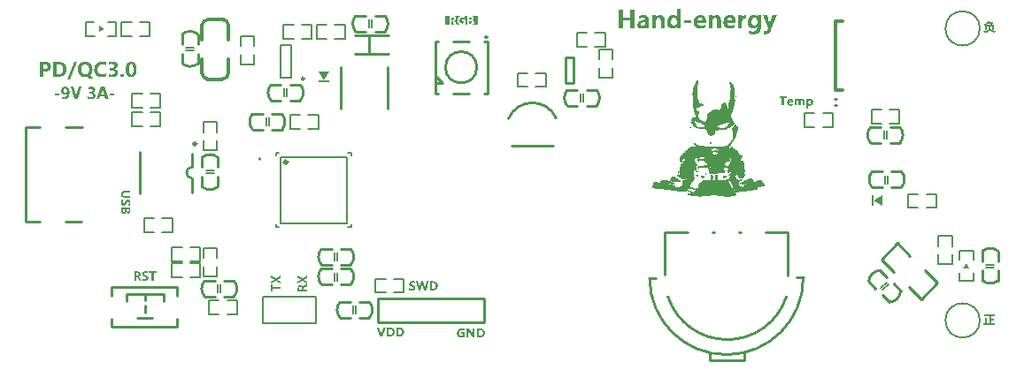
<source format=gto>
G04*
G04 #@! TF.GenerationSoftware,Altium Limited,Altium Designer,21.2.1 (34)*
G04*
G04 Layer_Color=65535*
%FSLAX25Y25*%
%MOIN*%
G70*
G04*
G04 #@! TF.SameCoordinates,937FA343-5D84-449D-BBD7-2FC7B833E5F3*
G04*
G04*
G04 #@! TF.FilePolarity,Positive*
G04*
G01*
G75*
%ADD10C,0.01000*%
%ADD11C,0.00787*%
%ADD12C,0.01180*%
%ADD13C,0.00790*%
%ADD14C,0.00984*%
%ADD15C,0.01181*%
%ADD16C,0.00500*%
%ADD17C,0.00100*%
%ADD18C,0.00600*%
%ADD19C,0.01200*%
%ADD20R,0.03937X0.00787*%
%ADD21R,0.00787X0.03937*%
G36*
X23181Y110000D02*
X21213Y111181D01*
Y108819D01*
X23181Y110000D01*
D02*
G37*
G36*
X104032Y94055D02*
X107968D01*
X106000Y90512D01*
X104032Y94055D01*
D02*
G37*
G36*
X316355Y47157D02*
Y43220D01*
X312812Y45188D01*
X316355Y47157D01*
D02*
G37*
G36*
X347866Y21681D02*
X346685Y19713D01*
X349047D01*
X347866Y21681D01*
D02*
G37*
G36*
X240198Y110300D02*
X238776D01*
Y110989D01*
X238753D01*
X238742Y110977D01*
X238731Y110955D01*
X238698Y110911D01*
X238653Y110866D01*
X238598Y110800D01*
X238531Y110733D01*
X238453Y110666D01*
X238365Y110589D01*
X238264Y110511D01*
X238153Y110444D01*
X238020Y110378D01*
X237887Y110311D01*
X237742Y110266D01*
X237576Y110222D01*
X237409Y110200D01*
X237220Y110189D01*
X237131D01*
X237065Y110200D01*
X236987Y110211D01*
X236898Y110222D01*
X236676Y110266D01*
X236442Y110344D01*
X236309Y110400D01*
X236187Y110466D01*
X236065Y110544D01*
X235943Y110633D01*
X235831Y110733D01*
X235720Y110844D01*
X235709Y110855D01*
X235698Y110878D01*
X235676Y110911D01*
X235631Y110966D01*
X235598Y111033D01*
X235554Y111111D01*
X235498Y111211D01*
X235454Y111311D01*
X235398Y111433D01*
X235354Y111566D01*
X235298Y111711D01*
X235265Y111877D01*
X235231Y112044D01*
X235198Y112233D01*
X235187Y112422D01*
X235176Y112633D01*
Y112644D01*
Y112688D01*
Y112755D01*
X235187Y112833D01*
X235198Y112933D01*
X235209Y113055D01*
X235231Y113188D01*
X235254Y113333D01*
X235320Y113644D01*
X235432Y113966D01*
X235509Y114122D01*
X235587Y114288D01*
X235676Y114433D01*
X235787Y114577D01*
X235798Y114588D01*
X235820Y114610D01*
X235854Y114644D01*
X235898Y114699D01*
X235965Y114755D01*
X236031Y114810D01*
X236120Y114877D01*
X236220Y114955D01*
X236331Y115022D01*
X236454Y115088D01*
X236731Y115210D01*
X236887Y115255D01*
X237053Y115288D01*
X237231Y115310D01*
X237409Y115322D01*
X237498D01*
X237565Y115310D01*
X237642Y115299D01*
X237731Y115288D01*
X237931Y115233D01*
X238153Y115155D01*
X238264Y115099D01*
X238376Y115033D01*
X238487Y114955D01*
X238587Y114855D01*
X238676Y114755D01*
X238753Y114633D01*
X238776D01*
Y117555D01*
X240198D01*
Y110300D01*
D02*
G37*
G36*
X253952Y115310D02*
X254052Y115288D01*
X254174Y115255D01*
X254318Y115210D01*
X254463Y115155D01*
X254619Y115066D01*
X254763Y114966D01*
X254918Y114833D01*
X255052Y114666D01*
X255174Y114466D01*
X255274Y114233D01*
X255363Y113966D01*
X255385Y113822D01*
X255407Y113655D01*
X255430Y113488D01*
Y113300D01*
Y110300D01*
X254007D01*
Y113033D01*
Y113044D01*
Y113088D01*
Y113144D01*
X253996Y113222D01*
X253985Y113311D01*
X253963Y113411D01*
X253896Y113633D01*
X253852Y113744D01*
X253796Y113844D01*
X253730Y113944D01*
X253652Y114033D01*
X253552Y114111D01*
X253430Y114166D01*
X253308Y114210D01*
X253152Y114222D01*
X253085D01*
X253008Y114210D01*
X252907Y114177D01*
X252807Y114144D01*
X252685Y114088D01*
X252574Y114011D01*
X252463Y113899D01*
X252452Y113888D01*
X252419Y113844D01*
X252374Y113777D01*
X252330Y113688D01*
X252285Y113566D01*
X252241Y113433D01*
X252208Y113277D01*
X252197Y113100D01*
Y110300D01*
X250763D01*
Y115199D01*
X252197D01*
Y114422D01*
X252219D01*
X252230Y114433D01*
X252241Y114466D01*
X252274Y114511D01*
X252319Y114566D01*
X252374Y114633D01*
X252441Y114710D01*
X252519Y114788D01*
X252619Y114877D01*
X252719Y114955D01*
X252841Y115033D01*
X252963Y115110D01*
X253108Y115177D01*
X253263Y115244D01*
X253430Y115288D01*
X253608Y115310D01*
X253796Y115322D01*
X253863D01*
X253952Y115310D01*
D02*
G37*
G36*
X232765Y115310D02*
X232865Y115288D01*
X232987Y115255D01*
X233132Y115210D01*
X233276Y115155D01*
X233432Y115066D01*
X233576Y114966D01*
X233732Y114833D01*
X233865Y114666D01*
X233987Y114466D01*
X234087Y114233D01*
X234176Y113966D01*
X234198Y113822D01*
X234221Y113655D01*
X234243Y113488D01*
Y113300D01*
Y110300D01*
X232821D01*
Y113033D01*
Y113044D01*
Y113088D01*
Y113144D01*
X232809Y113222D01*
X232798Y113311D01*
X232776Y113411D01*
X232710Y113633D01*
X232665Y113744D01*
X232610Y113844D01*
X232543Y113944D01*
X232465Y114033D01*
X232365Y114111D01*
X232243Y114166D01*
X232121Y114210D01*
X231965Y114222D01*
X231898D01*
X231821Y114210D01*
X231721Y114177D01*
X231621Y114144D01*
X231499Y114088D01*
X231387Y114011D01*
X231276Y113899D01*
X231265Y113888D01*
X231232Y113844D01*
X231188Y113777D01*
X231143Y113688D01*
X231099Y113566D01*
X231054Y113433D01*
X231021Y113277D01*
X231010Y113100D01*
Y110300D01*
X229576D01*
Y115199D01*
X231010D01*
Y114422D01*
X231032D01*
X231043Y114433D01*
X231054Y114466D01*
X231087Y114511D01*
X231132Y114566D01*
X231188Y114633D01*
X231254Y114710D01*
X231332Y114788D01*
X231432Y114877D01*
X231532Y114955D01*
X231654Y115033D01*
X231776Y115110D01*
X231921Y115177D01*
X232076Y115244D01*
X232243Y115288D01*
X232421Y115310D01*
X232610Y115322D01*
X232676D01*
X232765Y115310D01*
D02*
G37*
G36*
X222855Y110300D02*
X221389D01*
Y113133D01*
X218466D01*
Y110300D01*
X217000D01*
Y117166D01*
X218466D01*
Y114399D01*
X221389D01*
Y117166D01*
X222855D01*
Y110300D01*
D02*
G37*
G36*
X264828Y115277D02*
X264962Y115266D01*
X265017Y115255D01*
X265073Y115233D01*
Y113899D01*
X265062Y113910D01*
X265029Y113922D01*
X264973Y113944D01*
X264895Y113977D01*
X264806Y114011D01*
X264695Y114033D01*
X264573Y114044D01*
X264440Y114055D01*
X264362D01*
X264273Y114033D01*
X264162Y114011D01*
X264040Y113966D01*
X263906Y113899D01*
X263784Y113799D01*
X263662Y113677D01*
X263651Y113655D01*
X263618Y113611D01*
X263573Y113522D01*
X263518Y113411D01*
X263462Y113266D01*
X263418Y113088D01*
X263384Y112888D01*
X263373Y112655D01*
Y110300D01*
X261940D01*
Y115199D01*
X263373D01*
Y114277D01*
X263395D01*
Y114288D01*
X263418Y114322D01*
X263440Y114366D01*
X263462Y114433D01*
X263507Y114511D01*
X263562Y114599D01*
X263695Y114788D01*
X263773Y114877D01*
X263862Y114966D01*
X263973Y115055D01*
X264084Y115133D01*
X264217Y115199D01*
X264362Y115244D01*
X264517Y115277D01*
X264684Y115288D01*
X264773D01*
X264828Y115277D01*
D02*
G37*
G36*
X244164Y112422D02*
X241542D01*
Y113433D01*
X244164D01*
Y112422D01*
D02*
G37*
G36*
X274405Y109866D02*
X274394Y109844D01*
X274372Y109789D01*
X274328Y109700D01*
X274272Y109578D01*
X274205Y109433D01*
X274105Y109278D01*
X274005Y109111D01*
X273883Y108933D01*
X273739Y108756D01*
X273583Y108589D01*
X273406Y108433D01*
X273217Y108289D01*
X273017Y108178D01*
X272794Y108078D01*
X272550Y108022D01*
X272294Y108000D01*
X272206D01*
X272106Y108011D01*
X271983D01*
X271839Y108033D01*
X271694Y108056D01*
X271550Y108078D01*
X271428Y108122D01*
Y109267D01*
X271439Y109255D01*
X271483Y109244D01*
X271539Y109211D01*
X271617Y109189D01*
X271717Y109155D01*
X271817Y109122D01*
X271939Y109111D01*
X272072Y109100D01*
X272094D01*
X272172Y109111D01*
X272272Y109133D01*
X272394Y109167D01*
X272528Y109233D01*
X272661Y109344D01*
X272728Y109400D01*
X272794Y109478D01*
X272850Y109566D01*
X272894Y109667D01*
X273161Y110300D01*
X271195Y115199D01*
X272772D01*
X273728Y112122D01*
Y112111D01*
X273739Y112077D01*
X273761Y112011D01*
X273783Y111944D01*
X273794Y111844D01*
X273816Y111744D01*
X273839Y111622D01*
X273861Y111500D01*
X273883D01*
Y111511D01*
X273894Y111544D01*
X273905Y111600D01*
X273917Y111666D01*
X273939Y111755D01*
X273961Y111866D01*
X273994Y111988D01*
X274028Y112122D01*
X275005Y115199D01*
X276427D01*
X274405Y109866D01*
D02*
G37*
G36*
X226477Y115310D02*
X226610Y115288D01*
X226766Y115255D01*
X226943Y115210D01*
X227121Y115144D01*
X227321Y115066D01*
X227510Y114955D01*
X227688Y114822D01*
X227866Y114655D01*
X228021Y114455D01*
X228154Y114210D01*
X228254Y113933D01*
X228288Y113788D01*
X228321Y113622D01*
X228343Y113444D01*
Y113255D01*
Y110300D01*
X226977D01*
Y111011D01*
X226966D01*
Y111000D01*
X226943Y110977D01*
X226910Y110933D01*
X226877Y110878D01*
X226821Y110822D01*
X226755Y110755D01*
X226677Y110678D01*
X226599Y110600D01*
X226499Y110522D01*
X226388Y110444D01*
X226266Y110378D01*
X226132Y110322D01*
X225999Y110266D01*
X225844Y110222D01*
X225677Y110200D01*
X225499Y110189D01*
X225432D01*
X225388Y110200D01*
X225255Y110211D01*
X225099Y110233D01*
X224921Y110289D01*
X224733Y110355D01*
X224544Y110444D01*
X224377Y110577D01*
X224355Y110600D01*
X224310Y110644D01*
X224244Y110733D01*
X224166Y110855D01*
X224088Y111011D01*
X224022Y111200D01*
X223977Y111411D01*
X223955Y111655D01*
Y111666D01*
Y111722D01*
X223966Y111788D01*
X223977Y111877D01*
X224010Y111988D01*
X224044Y112111D01*
X224099Y112244D01*
X224166Y112388D01*
X224255Y112533D01*
X224366Y112677D01*
X224499Y112811D01*
X224666Y112944D01*
X224866Y113066D01*
X225088Y113166D01*
X225344Y113244D01*
X225644Y113300D01*
X226988Y113477D01*
Y113488D01*
Y113511D01*
Y113555D01*
X226977Y113610D01*
X226943Y113744D01*
X226877Y113910D01*
X226832Y113988D01*
X226777Y114066D01*
X226699Y114133D01*
X226610Y114199D01*
X226510Y114255D01*
X226388Y114299D01*
X226255Y114322D01*
X226099Y114333D01*
X226010D01*
X225955Y114322D01*
X225877D01*
X225777Y114311D01*
X225677Y114288D01*
X225566Y114266D01*
X225310Y114199D01*
X225032Y114111D01*
X224744Y113977D01*
X224588Y113888D01*
X224444Y113799D01*
Y114899D01*
X224455Y114910D01*
X224510Y114933D01*
X224577Y114966D01*
X224677Y115010D01*
X224810Y115055D01*
X224955Y115110D01*
X225132Y115155D01*
X225332Y115199D01*
X225344D01*
X225355Y115210D01*
X225421Y115222D01*
X225533Y115244D01*
X225666Y115266D01*
X225810Y115288D01*
X225966Y115299D01*
X226132Y115322D01*
X226377D01*
X226477Y115310D01*
D02*
G37*
G36*
X258974Y115310D02*
X259051Y115299D01*
X259162Y115288D01*
X259274Y115266D01*
X259396Y115244D01*
X259651Y115166D01*
X259785Y115121D01*
X259918Y115055D01*
X260051Y114977D01*
X260185Y114899D01*
X260307Y114799D01*
X260418Y114688D01*
X260429Y114677D01*
X260440Y114655D01*
X260473Y114622D01*
X260507Y114577D01*
X260551Y114511D01*
X260607Y114433D01*
X260662Y114344D01*
X260718Y114233D01*
X260762Y114122D01*
X260818Y113988D01*
X260873Y113844D01*
X260918Y113688D01*
X260951Y113522D01*
X260984Y113344D01*
X260996Y113155D01*
X261007Y112955D01*
Y112344D01*
X257785D01*
Y112333D01*
X257796Y112300D01*
Y112244D01*
X257818Y112166D01*
X257840Y112077D01*
X257874Y111977D01*
X257918Y111877D01*
X257985Y111777D01*
X258051Y111666D01*
X258151Y111566D01*
X258262Y111466D01*
X258385Y111377D01*
X258540Y111311D01*
X258718Y111244D01*
X258918Y111211D01*
X259151Y111200D01*
X259229D01*
X259285Y111211D01*
X259362D01*
X259440Y111222D01*
X259640Y111255D01*
X259862Y111300D01*
X260107Y111366D01*
X260351Y111466D01*
X260596Y111600D01*
Y110555D01*
X260584D01*
X260562Y110544D01*
X260529Y110522D01*
X260473Y110500D01*
X260407Y110466D01*
X260329Y110444D01*
X260229Y110411D01*
X260118Y110378D01*
X259996Y110333D01*
X259862Y110300D01*
X259718Y110278D01*
X259562Y110244D01*
X259396Y110222D01*
X259218Y110200D01*
X258829Y110189D01*
X258718D01*
X258640Y110200D01*
X258540Y110211D01*
X258429Y110222D01*
X258296Y110244D01*
X258163Y110266D01*
X257874Y110344D01*
X257718Y110400D01*
X257574Y110466D01*
X257418Y110544D01*
X257274Y110633D01*
X257140Y110733D01*
X257007Y110844D01*
X256996Y110855D01*
X256985Y110878D01*
X256952Y110911D01*
X256907Y110966D01*
X256863Y111033D01*
X256807Y111111D01*
X256740Y111211D01*
X256685Y111322D01*
X256629Y111444D01*
X256563Y111577D01*
X256507Y111733D01*
X256463Y111900D01*
X256418Y112066D01*
X256396Y112266D01*
X256374Y112466D01*
X256363Y112677D01*
Y112688D01*
Y112733D01*
Y112788D01*
X256374Y112877D01*
X256385Y112977D01*
X256396Y113088D01*
X256418Y113222D01*
X256452Y113355D01*
X256529Y113666D01*
X256585Y113822D01*
X256652Y113977D01*
X256729Y114144D01*
X256829Y114299D01*
X256929Y114444D01*
X257051Y114588D01*
X257063Y114599D01*
X257085Y114622D01*
X257118Y114655D01*
X257174Y114699D01*
X257240Y114755D01*
X257329Y114822D01*
X257418Y114888D01*
X257529Y114955D01*
X257651Y115022D01*
X257785Y115088D01*
X257929Y115155D01*
X258074Y115210D01*
X258240Y115255D01*
X258418Y115288D01*
X258607Y115310D01*
X258796Y115322D01*
X258896D01*
X258974Y115310D01*
D02*
G37*
G36*
X247797D02*
X247875Y115299D01*
X247986Y115288D01*
X248097Y115266D01*
X248219Y115244D01*
X248475Y115166D01*
X248608Y115121D01*
X248741Y115055D01*
X248875Y114977D01*
X249008Y114899D01*
X249130Y114799D01*
X249241Y114688D01*
X249252Y114677D01*
X249263Y114655D01*
X249297Y114622D01*
X249330Y114577D01*
X249375Y114511D01*
X249430Y114433D01*
X249486Y114344D01*
X249541Y114233D01*
X249586Y114122D01*
X249641Y113988D01*
X249697Y113844D01*
X249741Y113688D01*
X249775Y113522D01*
X249808Y113344D01*
X249819Y113155D01*
X249830Y112955D01*
Y112344D01*
X246608D01*
Y112333D01*
X246619Y112300D01*
Y112244D01*
X246641Y112166D01*
X246664Y112077D01*
X246697Y111977D01*
X246742Y111877D01*
X246808Y111777D01*
X246875Y111666D01*
X246975Y111566D01*
X247086Y111466D01*
X247208Y111377D01*
X247364Y111311D01*
X247541Y111244D01*
X247741Y111211D01*
X247975Y111200D01*
X248052D01*
X248108Y111211D01*
X248186D01*
X248264Y111222D01*
X248464Y111255D01*
X248686Y111300D01*
X248930Y111366D01*
X249175Y111466D01*
X249419Y111600D01*
Y110555D01*
X249408D01*
X249386Y110544D01*
X249352Y110522D01*
X249297Y110500D01*
X249230Y110466D01*
X249152Y110444D01*
X249052Y110411D01*
X248941Y110378D01*
X248819Y110333D01*
X248686Y110300D01*
X248541Y110278D01*
X248386Y110244D01*
X248219Y110222D01*
X248041Y110200D01*
X247653Y110189D01*
X247541D01*
X247464Y110200D01*
X247364Y110211D01*
X247252Y110222D01*
X247119Y110244D01*
X246986Y110266D01*
X246697Y110344D01*
X246542Y110400D01*
X246397Y110466D01*
X246241Y110544D01*
X246097Y110633D01*
X245964Y110733D01*
X245830Y110844D01*
X245819Y110855D01*
X245808Y110878D01*
X245775Y110911D01*
X245730Y110966D01*
X245686Y111033D01*
X245631Y111111D01*
X245564Y111211D01*
X245508Y111322D01*
X245453Y111444D01*
X245386Y111577D01*
X245331Y111733D01*
X245286Y111900D01*
X245242Y112066D01*
X245219Y112266D01*
X245197Y112466D01*
X245186Y112677D01*
Y112688D01*
Y112733D01*
Y112788D01*
X245197Y112877D01*
X245208Y112977D01*
X245219Y113088D01*
X245242Y113222D01*
X245275Y113355D01*
X245353Y113666D01*
X245408Y113822D01*
X245475Y113977D01*
X245553Y114144D01*
X245653Y114299D01*
X245753Y114444D01*
X245875Y114588D01*
X245886Y114599D01*
X245908Y114622D01*
X245942Y114655D01*
X245997Y114699D01*
X246064Y114755D01*
X246153Y114822D01*
X246241Y114888D01*
X246353Y114955D01*
X246475Y115022D01*
X246608Y115088D01*
X246753Y115155D01*
X246897Y115210D01*
X247064Y115255D01*
X247241Y115288D01*
X247430Y115310D01*
X247619Y115322D01*
X247719D01*
X247797Y115310D01*
D02*
G37*
G36*
X267873D02*
X267951Y115299D01*
X268039Y115288D01*
X268239Y115233D01*
X268461Y115155D01*
X268573Y115099D01*
X268695Y115022D01*
X268795Y114944D01*
X268906Y114855D01*
X269006Y114744D01*
X269095Y114622D01*
X269117D01*
Y115199D01*
X270539D01*
Y110833D01*
Y110822D01*
Y110777D01*
Y110700D01*
X270528Y110611D01*
X270517Y110500D01*
X270495Y110366D01*
X270472Y110222D01*
X270439Y110066D01*
X270406Y109900D01*
X270350Y109733D01*
X270284Y109555D01*
X270217Y109378D01*
X270117Y109211D01*
X270017Y109044D01*
X269895Y108889D01*
X269761Y108744D01*
X269750Y108733D01*
X269728Y108711D01*
X269684Y108678D01*
X269617Y108633D01*
X269539Y108567D01*
X269439Y108511D01*
X269328Y108444D01*
X269195Y108378D01*
X269039Y108300D01*
X268873Y108233D01*
X268684Y108178D01*
X268484Y108122D01*
X268273Y108067D01*
X268039Y108033D01*
X267784Y108011D01*
X267517Y108000D01*
X267351D01*
X267273Y108011D01*
X267173D01*
X266951Y108033D01*
X266695Y108067D01*
X266440Y108122D01*
X266173Y108189D01*
X265940Y108289D01*
Y109511D01*
X265951D01*
X265973Y109489D01*
X266017Y109467D01*
X266073Y109444D01*
X266140Y109411D01*
X266228Y109367D01*
X266317Y109333D01*
X266417Y109289D01*
X266651Y109211D01*
X266917Y109133D01*
X267195Y109089D01*
X267484Y109067D01*
X267562D01*
X267606Y109078D01*
X267673D01*
X267751Y109089D01*
X267917Y109122D01*
X268117Y109167D01*
X268317Y109244D01*
X268506Y109344D01*
X268684Y109478D01*
X268706Y109500D01*
X268750Y109555D01*
X268817Y109644D01*
X268906Y109778D01*
X268984Y109933D01*
X269050Y110122D01*
X269095Y110344D01*
X269117Y110600D01*
Y111011D01*
X269095D01*
X269084Y111000D01*
X269073Y110977D01*
X269039Y110933D01*
X268995Y110878D01*
X268939Y110822D01*
X268873Y110755D01*
X268795Y110678D01*
X268706Y110600D01*
X268606Y110522D01*
X268484Y110444D01*
X268361Y110378D01*
X268228Y110322D01*
X268073Y110266D01*
X267906Y110222D01*
X267739Y110200D01*
X267550Y110189D01*
X267462D01*
X267395Y110200D01*
X267317Y110211D01*
X267228Y110222D01*
X267017Y110266D01*
X266773Y110344D01*
X266651Y110400D01*
X266528Y110466D01*
X266406Y110544D01*
X266284Y110633D01*
X266173Y110733D01*
X266062Y110844D01*
X266051Y110855D01*
X266039Y110878D01*
X266006Y110911D01*
X265973Y110966D01*
X265928Y111033D01*
X265884Y111111D01*
X265840Y111200D01*
X265784Y111311D01*
X265728Y111433D01*
X265684Y111566D01*
X265640Y111711D01*
X265595Y111866D01*
X265562Y112033D01*
X265528Y112211D01*
X265517Y112411D01*
X265506Y112611D01*
Y112622D01*
Y112666D01*
Y112733D01*
X265517Y112811D01*
X265528Y112922D01*
X265540Y113044D01*
X265562Y113177D01*
X265584Y113322D01*
X265651Y113633D01*
X265762Y113966D01*
X265840Y114122D01*
X265917Y114277D01*
X266006Y114433D01*
X266117Y114577D01*
X266128Y114588D01*
X266151Y114611D01*
X266184Y114644D01*
X266228Y114699D01*
X266295Y114755D01*
X266362Y114810D01*
X266451Y114877D01*
X266551Y114955D01*
X266662Y115022D01*
X266784Y115088D01*
X267051Y115210D01*
X267206Y115255D01*
X267373Y115288D01*
X267550Y115310D01*
X267728Y115322D01*
X267817D01*
X267873Y115310D01*
D02*
G37*
G36*
X99500Y16056D02*
X98362Y15440D01*
X98357D01*
X98351Y15435D01*
X98334Y15429D01*
X98312Y15418D01*
X98279Y15407D01*
X98240Y15396D01*
X98196Y15384D01*
X98140Y15373D01*
Y15362D01*
X98146D01*
X98157Y15357D01*
X98173D01*
X98196Y15346D01*
X98229Y15335D01*
X98268Y15324D01*
X98312Y15307D01*
X98368Y15285D01*
X99500Y14663D01*
Y13830D01*
Y12992D01*
X98612Y12454D01*
X98606D01*
X98601Y12449D01*
X98568Y12426D01*
X98518Y12393D01*
X98462Y12360D01*
X98401Y12315D01*
X98346Y12265D01*
X98296Y12221D01*
X98257Y12177D01*
X98251Y12171D01*
X98246Y12160D01*
X98229Y12138D01*
X98212Y12110D01*
X98185Y12038D01*
X98179Y11999D01*
X98173Y11955D01*
Y11733D01*
X99500D01*
Y11000D01*
X96070D01*
Y12260D01*
X96076Y12315D01*
X96087Y12399D01*
X96098Y12487D01*
X96120Y12593D01*
X96148Y12704D01*
X96187Y12820D01*
X96237Y12931D01*
X96298Y13042D01*
X96375Y13148D01*
X96464Y13242D01*
X96570Y13320D01*
X96697Y13381D01*
X96764Y13403D01*
X96836Y13420D01*
X96919Y13425D01*
X97003Y13431D01*
X97008D01*
X97019D01*
X97036D01*
X97063Y13425D01*
X97091D01*
X97125Y13420D01*
X97208Y13403D01*
X97302Y13381D01*
X97402Y13342D01*
X97502Y13292D01*
X97602Y13226D01*
X97613Y13215D01*
X97641Y13187D01*
X97685Y13142D01*
X97741Y13076D01*
X97796Y12998D01*
X97857Y12898D01*
X97907Y12787D01*
X97952Y12660D01*
X97963D01*
Y12665D01*
X97968Y12671D01*
X97979Y12704D01*
X98013Y12748D01*
X98057Y12815D01*
X98090Y12854D01*
X98124Y12893D01*
X98168Y12937D01*
X98218Y12981D01*
X98273Y13031D01*
X98334Y13081D01*
X98407Y13131D01*
X98484Y13187D01*
X99470Y13811D01*
X97785Y14891D01*
X96070Y13886D01*
Y14774D01*
X97119Y15290D01*
X97125Y15296D01*
X97141Y15301D01*
X97169Y15312D01*
X97202Y15329D01*
X97247Y15346D01*
X97291Y15362D01*
X97402Y15396D01*
Y15401D01*
X97396D01*
X97380Y15412D01*
X97352Y15423D01*
X97313Y15435D01*
X97269Y15451D01*
X97219Y15473D01*
X97108Y15518D01*
X96070Y16084D01*
Y16900D01*
X97774Y15862D01*
X99500Y16927D01*
Y16056D01*
D02*
G37*
G36*
X89500Y16050D02*
X88362Y15434D01*
X88357D01*
X88351Y15429D01*
X88335Y15423D01*
X88312Y15412D01*
X88279Y15401D01*
X88240Y15390D01*
X88196Y15379D01*
X88140Y15368D01*
Y15357D01*
X88146D01*
X88157Y15351D01*
X88174D01*
X88196Y15340D01*
X88229Y15329D01*
X88268Y15318D01*
X88312Y15301D01*
X88368Y15279D01*
X89500Y14657D01*
Y13786D01*
X87785Y14885D01*
X86070Y13880D01*
Y14768D01*
X87119Y15285D01*
X87125Y15290D01*
X87141Y15296D01*
X87169Y15307D01*
X87202Y15323D01*
X87247Y15340D01*
X87291Y15357D01*
X87402Y15390D01*
Y15396D01*
X87397D01*
X87380Y15407D01*
X87352Y15418D01*
X87313Y15429D01*
X87269Y15446D01*
X87219Y15468D01*
X87108Y15512D01*
X86070Y16078D01*
Y16894D01*
X87774Y15856D01*
X89500Y16922D01*
Y16050D01*
D02*
G37*
G36*
X86669Y12709D02*
X89500D01*
Y11977D01*
X86669D01*
Y11000D01*
X86070D01*
Y13692D01*
X86669D01*
Y12709D01*
D02*
G37*
G36*
X38957Y18541D02*
X39007D01*
X39062Y18535D01*
X39123Y18530D01*
X39256Y18513D01*
X39401Y18491D01*
X39539Y18458D01*
X39673Y18413D01*
Y17725D01*
X39667Y17731D01*
X39656Y17736D01*
X39639Y17747D01*
X39612Y17764D01*
X39578Y17781D01*
X39539Y17803D01*
X39495Y17825D01*
X39445Y17847D01*
X39323Y17886D01*
X39184Y17925D01*
X39029Y17953D01*
X38951Y17964D01*
X38818D01*
X38768Y17958D01*
X38707Y17953D01*
X38640Y17942D01*
X38568Y17919D01*
X38496Y17897D01*
X38429Y17864D01*
X38424Y17858D01*
X38407Y17847D01*
X38379Y17825D01*
X38352Y17792D01*
X38318Y17753D01*
X38296Y17708D01*
X38274Y17658D01*
X38269Y17597D01*
Y17592D01*
Y17575D01*
X38274Y17548D01*
X38285Y17520D01*
X38296Y17481D01*
X38313Y17436D01*
X38341Y17398D01*
X38379Y17353D01*
X38385Y17348D01*
X38402Y17331D01*
X38440Y17309D01*
X38490Y17276D01*
X38524Y17253D01*
X38563Y17231D01*
X38607Y17203D01*
X38657Y17176D01*
X38718Y17148D01*
X38779Y17115D01*
X38851Y17081D01*
X38929Y17048D01*
X38934D01*
X38951Y17037D01*
X38979Y17026D01*
X39012Y17009D01*
X39051Y16992D01*
X39101Y16965D01*
X39206Y16909D01*
X39323Y16843D01*
X39439Y16765D01*
X39545Y16676D01*
X39589Y16632D01*
X39628Y16587D01*
X39639Y16576D01*
X39661Y16543D01*
X39689Y16493D01*
X39728Y16421D01*
X39761Y16338D01*
X39795Y16238D01*
X39817Y16127D01*
X39822Y16005D01*
Y15999D01*
Y15982D01*
Y15960D01*
X39817Y15921D01*
X39811Y15882D01*
X39806Y15833D01*
X39778Y15727D01*
X39739Y15605D01*
X39711Y15544D01*
X39673Y15483D01*
X39634Y15422D01*
X39589Y15361D01*
X39534Y15305D01*
X39473Y15255D01*
X39467D01*
X39456Y15244D01*
X39434Y15233D01*
X39406Y15216D01*
X39373Y15194D01*
X39329Y15172D01*
X39279Y15150D01*
X39217Y15128D01*
X39151Y15105D01*
X39079Y15083D01*
X38996Y15061D01*
X38907Y15039D01*
X38812Y15022D01*
X38707Y15011D01*
X38596Y15006D01*
X38479Y15000D01*
X38424D01*
X38379Y15006D01*
X38329D01*
X38274Y15011D01*
X38207Y15017D01*
X38141Y15022D01*
X37985Y15044D01*
X37824Y15078D01*
X37663Y15122D01*
X37514Y15183D01*
Y15916D01*
X37519Y15910D01*
X37530Y15899D01*
X37552Y15882D01*
X37586Y15860D01*
X37625Y15838D01*
X37669Y15805D01*
X37725Y15777D01*
X37786Y15744D01*
X37852Y15710D01*
X37924Y15683D01*
X38085Y15627D01*
X38168Y15605D01*
X38257Y15588D01*
X38352Y15577D01*
X38452Y15572D01*
X38502D01*
X38557Y15577D01*
X38618Y15583D01*
X38696Y15599D01*
X38768Y15616D01*
X38840Y15644D01*
X38901Y15677D01*
X38907Y15683D01*
X38923Y15694D01*
X38951Y15721D01*
X38979Y15749D01*
X39007Y15788D01*
X39034Y15833D01*
X39051Y15888D01*
X39057Y15944D01*
Y15949D01*
Y15966D01*
X39051Y15993D01*
X39040Y16027D01*
X39029Y16066D01*
X39007Y16110D01*
X38973Y16160D01*
X38934Y16204D01*
X38929Y16210D01*
X38907Y16227D01*
X38868Y16254D01*
X38846Y16276D01*
X38812Y16293D01*
X38774Y16315D01*
X38729Y16343D01*
X38679Y16371D01*
X38618Y16399D01*
X38552Y16432D01*
X38479Y16471D01*
X38396Y16504D01*
X38302Y16543D01*
X38291Y16548D01*
X38269Y16559D01*
X38230Y16576D01*
X38174Y16604D01*
X38113Y16643D01*
X38046Y16687D01*
X37974Y16737D01*
X37902Y16793D01*
X37824Y16859D01*
X37752Y16937D01*
X37686Y17015D01*
X37625Y17104D01*
X37569Y17203D01*
X37530Y17303D01*
X37508Y17420D01*
X37497Y17536D01*
Y17542D01*
Y17559D01*
Y17581D01*
X37503Y17614D01*
X37508Y17653D01*
X37519Y17703D01*
X37541Y17808D01*
X37586Y17930D01*
X37613Y17991D01*
X37652Y18053D01*
X37691Y18114D01*
X37741Y18169D01*
X37797Y18230D01*
X37863Y18280D01*
X37869Y18286D01*
X37880Y18291D01*
X37902Y18302D01*
X37930Y18324D01*
X37969Y18341D01*
X38013Y18363D01*
X38063Y18391D01*
X38124Y18413D01*
X38185Y18441D01*
X38263Y18463D01*
X38341Y18485D01*
X38424Y18508D01*
X38518Y18524D01*
X38618Y18535D01*
X38718Y18541D01*
X38829Y18546D01*
X38912D01*
X38957Y18541D01*
D02*
G37*
G36*
X42770Y17886D02*
X41787D01*
Y15055D01*
X41055D01*
Y17886D01*
X40078D01*
Y18485D01*
X42770D01*
Y17886D01*
D02*
G37*
G36*
X35815Y18480D02*
X35899Y18469D01*
X35987Y18458D01*
X36093Y18436D01*
X36204Y18408D01*
X36320Y18369D01*
X36431Y18319D01*
X36542Y18258D01*
X36648Y18180D01*
X36742Y18091D01*
X36820Y17986D01*
X36881Y17858D01*
X36903Y17792D01*
X36920Y17719D01*
X36925Y17636D01*
X36931Y17553D01*
Y17548D01*
Y17536D01*
Y17520D01*
X36925Y17492D01*
Y17464D01*
X36920Y17431D01*
X36903Y17348D01*
X36881Y17253D01*
X36842Y17153D01*
X36792Y17053D01*
X36726Y16954D01*
X36714Y16942D01*
X36687Y16915D01*
X36642Y16870D01*
X36576Y16815D01*
X36498Y16759D01*
X36398Y16698D01*
X36287Y16648D01*
X36159Y16604D01*
Y16593D01*
X36165D01*
X36171Y16587D01*
X36204Y16576D01*
X36248Y16543D01*
X36315Y16499D01*
X36354Y16465D01*
X36393Y16432D01*
X36437Y16387D01*
X36481Y16338D01*
X36531Y16282D01*
X36581Y16221D01*
X36631Y16149D01*
X36687Y16071D01*
X37330Y15055D01*
X36492D01*
X35954Y15944D01*
Y15949D01*
X35949Y15955D01*
X35926Y15988D01*
X35893Y16038D01*
X35860Y16093D01*
X35815Y16154D01*
X35765Y16210D01*
X35721Y16260D01*
X35677Y16299D01*
X35671Y16304D01*
X35660Y16310D01*
X35638Y16326D01*
X35610Y16343D01*
X35538Y16371D01*
X35499Y16376D01*
X35455Y16382D01*
X35233D01*
Y15055D01*
X34500D01*
Y18485D01*
X35760D01*
X35815Y18480D01*
D02*
G37*
G36*
X32985Y48267D02*
X30987D01*
X30976D01*
X30948D01*
X30910Y48262D01*
X30854Y48256D01*
X30788Y48245D01*
X30715Y48234D01*
X30638Y48212D01*
X30560Y48184D01*
X30477Y48145D01*
X30399Y48101D01*
X30327Y48045D01*
X30260Y47979D01*
X30205Y47907D01*
X30166Y47812D01*
X30138Y47707D01*
X30127Y47590D01*
Y47563D01*
X30133Y47529D01*
X30138Y47485D01*
X30155Y47435D01*
X30171Y47379D01*
X30199Y47324D01*
X30233Y47257D01*
X30277Y47196D01*
X30327Y47141D01*
X30393Y47085D01*
X30477Y47035D01*
X30571Y46991D01*
X30682Y46958D01*
X30810Y46935D01*
X30954Y46930D01*
X32985D01*
Y46197D01*
X31032D01*
X31026D01*
X31015D01*
X30993D01*
X30965D01*
X30932Y46203D01*
X30893Y46208D01*
X30843Y46214D01*
X30793Y46219D01*
X30677Y46242D01*
X30549Y46275D01*
X30410Y46314D01*
X30266Y46375D01*
X30122Y46453D01*
X29983Y46547D01*
X29916Y46602D01*
X29855Y46658D01*
X29794Y46725D01*
X29739Y46797D01*
X29689Y46880D01*
X29644Y46963D01*
X29600Y47052D01*
X29567Y47152D01*
X29539Y47257D01*
X29517Y47374D01*
X29506Y47496D01*
X29500Y47624D01*
Y47657D01*
X29506Y47685D01*
Y47712D01*
X29511Y47751D01*
X29522Y47840D01*
X29544Y47940D01*
X29578Y48057D01*
X29622Y48184D01*
X29689Y48312D01*
X29766Y48439D01*
X29861Y48561D01*
X29922Y48623D01*
X29983Y48678D01*
X30055Y48734D01*
X30127Y48783D01*
X30210Y48834D01*
X30299Y48872D01*
X30393Y48911D01*
X30499Y48939D01*
X30610Y48967D01*
X30727Y48983D01*
X30854Y48994D01*
X30987Y49000D01*
X32985D01*
Y48267D01*
D02*
G37*
G36*
X32114Y45609D02*
X32153Y45603D01*
X32203Y45592D01*
X32308Y45570D01*
X32430Y45526D01*
X32491Y45498D01*
X32552Y45459D01*
X32614Y45420D01*
X32669Y45370D01*
X32730Y45315D01*
X32780Y45248D01*
X32786Y45243D01*
X32791Y45232D01*
X32802Y45209D01*
X32824Y45182D01*
X32841Y45143D01*
X32863Y45098D01*
X32891Y45048D01*
X32913Y44987D01*
X32941Y44926D01*
X32963Y44849D01*
X32985Y44771D01*
X33008Y44688D01*
X33024Y44593D01*
X33035Y44493D01*
X33041Y44394D01*
X33046Y44282D01*
Y44199D01*
X33041Y44155D01*
Y44105D01*
X33035Y44049D01*
X33030Y43988D01*
X33013Y43855D01*
X32991Y43711D01*
X32958Y43572D01*
X32913Y43439D01*
X32225D01*
X32231Y43444D01*
X32236Y43455D01*
X32247Y43472D01*
X32264Y43500D01*
X32280Y43533D01*
X32303Y43572D01*
X32325Y43617D01*
X32347Y43666D01*
X32386Y43788D01*
X32425Y43927D01*
X32453Y44083D01*
X32464Y44160D01*
Y44294D01*
X32458Y44344D01*
X32453Y44405D01*
X32441Y44471D01*
X32419Y44543D01*
X32397Y44616D01*
X32364Y44682D01*
X32358Y44688D01*
X32347Y44704D01*
X32325Y44732D01*
X32292Y44760D01*
X32253Y44793D01*
X32208Y44815D01*
X32158Y44837D01*
X32097Y44843D01*
X32092D01*
X32075D01*
X32047Y44837D01*
X32020Y44826D01*
X31981Y44815D01*
X31936Y44799D01*
X31898Y44771D01*
X31853Y44732D01*
X31848Y44726D01*
X31831Y44710D01*
X31809Y44671D01*
X31776Y44621D01*
X31753Y44588D01*
X31731Y44549D01*
X31703Y44504D01*
X31676Y44455D01*
X31648Y44394D01*
X31615Y44332D01*
X31581Y44260D01*
X31548Y44183D01*
Y44177D01*
X31537Y44160D01*
X31526Y44133D01*
X31509Y44099D01*
X31492Y44061D01*
X31465Y44010D01*
X31409Y43905D01*
X31343Y43788D01*
X31265Y43672D01*
X31176Y43567D01*
X31132Y43522D01*
X31087Y43483D01*
X31076Y43472D01*
X31043Y43450D01*
X30993Y43422D01*
X30921Y43383D01*
X30838Y43350D01*
X30738Y43317D01*
X30627Y43295D01*
X30505Y43289D01*
X30499D01*
X30482D01*
X30460D01*
X30421Y43295D01*
X30382Y43300D01*
X30332Y43306D01*
X30227Y43333D01*
X30105Y43372D01*
X30044Y43400D01*
X29983Y43439D01*
X29922Y43478D01*
X29861Y43522D01*
X29805Y43578D01*
X29755Y43639D01*
Y43644D01*
X29744Y43655D01*
X29733Y43677D01*
X29716Y43705D01*
X29694Y43739D01*
X29672Y43783D01*
X29650Y43833D01*
X29628Y43894D01*
X29605Y43961D01*
X29583Y44033D01*
X29561Y44116D01*
X29539Y44205D01*
X29522Y44299D01*
X29511Y44405D01*
X29506Y44516D01*
X29500Y44632D01*
Y44688D01*
X29506Y44732D01*
Y44782D01*
X29511Y44837D01*
X29517Y44904D01*
X29522Y44971D01*
X29544Y45126D01*
X29578Y45287D01*
X29622Y45448D01*
X29683Y45598D01*
X30416D01*
X30410Y45592D01*
X30399Y45581D01*
X30382Y45559D01*
X30360Y45526D01*
X30338Y45487D01*
X30305Y45442D01*
X30277Y45387D01*
X30244Y45326D01*
X30210Y45259D01*
X30183Y45187D01*
X30127Y45026D01*
X30105Y44943D01*
X30088Y44854D01*
X30077Y44760D01*
X30072Y44660D01*
Y44610D01*
X30077Y44554D01*
X30083Y44493D01*
X30099Y44416D01*
X30116Y44344D01*
X30144Y44271D01*
X30177Y44210D01*
X30183Y44205D01*
X30194Y44188D01*
X30222Y44160D01*
X30249Y44133D01*
X30288Y44105D01*
X30332Y44077D01*
X30388Y44061D01*
X30444Y44055D01*
X30449D01*
X30466D01*
X30493Y44061D01*
X30527Y44072D01*
X30566Y44083D01*
X30610Y44105D01*
X30660Y44138D01*
X30704Y44177D01*
X30710Y44183D01*
X30727Y44205D01*
X30754Y44244D01*
X30777Y44266D01*
X30793Y44299D01*
X30815Y44338D01*
X30843Y44382D01*
X30871Y44432D01*
X30899Y44493D01*
X30932Y44560D01*
X30971Y44632D01*
X31004Y44715D01*
X31043Y44810D01*
X31048Y44821D01*
X31060Y44843D01*
X31076Y44882D01*
X31104Y44937D01*
X31143Y44998D01*
X31187Y45065D01*
X31237Y45137D01*
X31293Y45209D01*
X31359Y45287D01*
X31437Y45359D01*
X31515Y45426D01*
X31603Y45487D01*
X31703Y45542D01*
X31803Y45581D01*
X31920Y45603D01*
X32036Y45614D01*
X32042D01*
X32059D01*
X32081D01*
X32114Y45609D01*
D02*
G37*
G36*
X32985Y41435D02*
X32980Y41396D01*
Y41352D01*
X32974Y41297D01*
X32969Y41236D01*
X32958Y41175D01*
X32935Y41036D01*
X32897Y40891D01*
X32847Y40753D01*
X32813Y40692D01*
X32774Y40631D01*
Y40625D01*
X32763Y40620D01*
X32736Y40581D01*
X32686Y40536D01*
X32625Y40475D01*
X32536Y40420D01*
X32436Y40375D01*
X32319Y40336D01*
X32253Y40331D01*
X32186Y40325D01*
X32181D01*
X32175D01*
X32158D01*
X32136D01*
X32086Y40336D01*
X32020Y40347D01*
X31942Y40370D01*
X31859Y40403D01*
X31776Y40453D01*
X31692Y40514D01*
X31681Y40525D01*
X31659Y40547D01*
X31620Y40586D01*
X31576Y40642D01*
X31531Y40714D01*
X31481Y40791D01*
X31437Y40886D01*
X31404Y40986D01*
X31392D01*
Y40969D01*
X31387Y40953D01*
X31381Y40925D01*
X31365Y40864D01*
X31343Y40780D01*
X31309Y40686D01*
X31259Y40592D01*
X31204Y40497D01*
X31126Y40409D01*
X31115Y40398D01*
X31087Y40375D01*
X31037Y40336D01*
X30976Y40298D01*
X30893Y40259D01*
X30799Y40220D01*
X30693Y40198D01*
X30571Y40187D01*
X30566D01*
X30549D01*
X30527D01*
X30493Y40192D01*
X30455Y40198D01*
X30410Y40203D01*
X30305Y40225D01*
X30183Y40270D01*
X30122Y40292D01*
X30060Y40325D01*
X30000Y40364D01*
X29938Y40409D01*
X29883Y40459D01*
X29827Y40520D01*
X29822Y40525D01*
X29816Y40536D01*
X29805Y40553D01*
X29783Y40581D01*
X29766Y40614D01*
X29744Y40653D01*
X29716Y40703D01*
X29694Y40758D01*
X29667Y40819D01*
X29644Y40886D01*
X29616Y40964D01*
X29600Y41041D01*
X29583Y41130D01*
X29567Y41224D01*
X29561Y41324D01*
X29555Y41430D01*
Y42712D01*
X32985D01*
Y41435D01*
D02*
G37*
G36*
X289215Y83630D02*
X289253Y83624D01*
X289298Y83619D01*
X289403Y83596D01*
X289520Y83558D01*
X289581Y83530D01*
X289642Y83496D01*
X289703Y83458D01*
X289764Y83419D01*
X289820Y83363D01*
X289869Y83308D01*
X289875Y83302D01*
X289880Y83291D01*
X289892Y83275D01*
X289914Y83247D01*
X289931Y83214D01*
X289953Y83175D01*
X289981Y83130D01*
X290003Y83075D01*
X290030Y83014D01*
X290053Y82947D01*
X290075Y82875D01*
X290097Y82797D01*
X290114Y82708D01*
X290125Y82620D01*
X290130Y82520D01*
X290136Y82420D01*
Y82414D01*
Y82392D01*
Y82359D01*
X290130Y82320D01*
X290125Y82264D01*
X290119Y82203D01*
X290108Y82137D01*
X290097Y82065D01*
X290058Y81909D01*
X290003Y81748D01*
X289969Y81665D01*
X289931Y81587D01*
X289880Y81510D01*
X289825Y81437D01*
X289820Y81432D01*
X289808Y81421D01*
X289792Y81404D01*
X289770Y81382D01*
X289742Y81354D01*
X289703Y81321D01*
X289659Y81288D01*
X289609Y81254D01*
X289559Y81221D01*
X289498Y81188D01*
X289359Y81127D01*
X289281Y81104D01*
X289204Y81088D01*
X289115Y81077D01*
X289026Y81071D01*
X288981D01*
X288954Y81077D01*
X288915Y81082D01*
X288870Y81088D01*
X288771Y81116D01*
X288660Y81154D01*
X288604Y81188D01*
X288548Y81221D01*
X288493Y81260D01*
X288438Y81304D01*
X288388Y81360D01*
X288343Y81421D01*
X288332D01*
Y80000D01*
X287616D01*
Y83574D01*
X288332D01*
Y83202D01*
X288343D01*
X288349Y83208D01*
X288354Y83219D01*
X288371Y83241D01*
X288393Y83269D01*
X288426Y83302D01*
X288460Y83341D01*
X288499Y83380D01*
X288548Y83419D01*
X288604Y83458D01*
X288660Y83496D01*
X288726Y83535D01*
X288798Y83569D01*
X288876Y83596D01*
X288954Y83619D01*
X289042Y83630D01*
X289137Y83635D01*
X289181D01*
X289215Y83630D01*
D02*
G37*
G36*
X286279D02*
X286334Y83619D01*
X286390Y83608D01*
X286462Y83585D01*
X286534Y83552D01*
X286606Y83513D01*
X286678Y83458D01*
X286750Y83397D01*
X286823Y83313D01*
X286884Y83219D01*
X286933Y83108D01*
X286972Y82975D01*
X286995Y82819D01*
X287006Y82736D01*
Y82647D01*
Y81127D01*
X286295D01*
Y82525D01*
Y82531D01*
Y82547D01*
Y82575D01*
X286290Y82614D01*
X286284Y82653D01*
X286273Y82703D01*
X286245Y82808D01*
X286223Y82858D01*
X286195Y82908D01*
X286162Y82958D01*
X286123Y82997D01*
X286073Y83036D01*
X286018Y83064D01*
X285957Y83080D01*
X285884Y83086D01*
X285851D01*
X285818Y83075D01*
X285773Y83064D01*
X285718Y83041D01*
X285668Y83014D01*
X285613Y82969D01*
X285563Y82914D01*
X285557Y82908D01*
X285546Y82886D01*
X285524Y82847D01*
X285502Y82797D01*
X285479Y82736D01*
X285457Y82664D01*
X285446Y82586D01*
X285440Y82498D01*
Y81127D01*
X284725D01*
Y82542D01*
Y82547D01*
Y82564D01*
Y82592D01*
X284719Y82625D01*
X284714Y82670D01*
X284702Y82714D01*
X284675Y82814D01*
X284652Y82864D01*
X284625Y82914D01*
X284591Y82958D01*
X284553Y83003D01*
X284508Y83036D01*
X284453Y83064D01*
X284392Y83080D01*
X284319Y83086D01*
X284286D01*
X284247Y83075D01*
X284203Y83064D01*
X284153Y83047D01*
X284097Y83014D01*
X284048Y82975D01*
X283998Y82919D01*
X283992Y82914D01*
X283981Y82891D01*
X283959Y82853D01*
X283937Y82808D01*
X283914Y82742D01*
X283892Y82670D01*
X283881Y82586D01*
X283875Y82492D01*
Y81127D01*
X283159D01*
Y83574D01*
X283875D01*
Y83191D01*
X283887D01*
X283892Y83202D01*
X283909Y83224D01*
X283937Y83263D01*
X283975Y83313D01*
X284025Y83363D01*
X284081Y83419D01*
X284153Y83469D01*
X284225Y83519D01*
X284236Y83524D01*
X284264Y83535D01*
X284308Y83558D01*
X284364Y83580D01*
X284431Y83596D01*
X284508Y83619D01*
X284586Y83630D01*
X284675Y83635D01*
X284697D01*
X284725Y83630D01*
X284758D01*
X284802Y83619D01*
X284847Y83613D01*
X284958Y83580D01*
X285013Y83552D01*
X285074Y83524D01*
X285135Y83485D01*
X285191Y83441D01*
X285246Y83391D01*
X285296Y83324D01*
X285341Y83258D01*
X285380Y83175D01*
X285385Y83180D01*
X285391Y83197D01*
X285407Y83219D01*
X285435Y83247D01*
X285463Y83280D01*
X285502Y83319D01*
X285541Y83363D01*
X285590Y83408D01*
X285646Y83447D01*
X285707Y83491D01*
X285773Y83530D01*
X285851Y83563D01*
X285929Y83591D01*
X286018Y83613D01*
X286107Y83630D01*
X286206Y83635D01*
X286240D01*
X286279Y83630D01*
D02*
G37*
G36*
X280118Y83957D02*
X279136D01*
Y81127D01*
X278403D01*
Y83957D01*
X277426D01*
Y84557D01*
X280118D01*
Y83957D01*
D02*
G37*
G36*
X281678Y83630D02*
X281716Y83624D01*
X281772Y83619D01*
X281827Y83608D01*
X281889Y83596D01*
X282016Y83558D01*
X282083Y83535D01*
X282149Y83502D01*
X282216Y83463D01*
X282283Y83424D01*
X282344Y83374D01*
X282399Y83319D01*
X282405Y83313D01*
X282410Y83302D01*
X282427Y83286D01*
X282444Y83263D01*
X282466Y83230D01*
X282493Y83191D01*
X282521Y83147D01*
X282549Y83091D01*
X282571Y83036D01*
X282599Y82969D01*
X282627Y82897D01*
X282649Y82819D01*
X282665Y82736D01*
X282682Y82647D01*
X282688Y82553D01*
X282693Y82453D01*
Y82148D01*
X281084D01*
Y82142D01*
X281089Y82126D01*
Y82098D01*
X281101Y82059D01*
X281112Y82015D01*
X281128Y81965D01*
X281150Y81915D01*
X281184Y81865D01*
X281217Y81809D01*
X281267Y81759D01*
X281322Y81709D01*
X281383Y81665D01*
X281461Y81632D01*
X281550Y81598D01*
X281650Y81582D01*
X281766Y81576D01*
X281805D01*
X281833Y81582D01*
X281872D01*
X281911Y81587D01*
X282011Y81604D01*
X282122Y81626D01*
X282244Y81660D01*
X282366Y81709D01*
X282488Y81776D01*
Y81254D01*
X282482D01*
X282471Y81249D01*
X282455Y81238D01*
X282427Y81226D01*
X282394Y81210D01*
X282355Y81199D01*
X282305Y81182D01*
X282249Y81165D01*
X282188Y81143D01*
X282122Y81127D01*
X282049Y81116D01*
X281972Y81099D01*
X281889Y81088D01*
X281800Y81077D01*
X281606Y81071D01*
X281550D01*
X281511Y81077D01*
X281461Y81082D01*
X281406Y81088D01*
X281339Y81099D01*
X281273Y81110D01*
X281128Y81149D01*
X281050Y81177D01*
X280978Y81210D01*
X280901Y81249D01*
X280828Y81293D01*
X280762Y81343D01*
X280695Y81399D01*
X280690Y81404D01*
X280684Y81415D01*
X280667Y81432D01*
X280645Y81460D01*
X280623Y81493D01*
X280595Y81532D01*
X280562Y81582D01*
X280534Y81637D01*
X280507Y81698D01*
X280473Y81765D01*
X280446Y81843D01*
X280423Y81926D01*
X280401Y82009D01*
X280390Y82109D01*
X280379Y82209D01*
X280373Y82314D01*
Y82320D01*
Y82342D01*
Y82370D01*
X280379Y82414D01*
X280384Y82464D01*
X280390Y82520D01*
X280401Y82586D01*
X280418Y82653D01*
X280457Y82808D01*
X280484Y82886D01*
X280518Y82964D01*
X280557Y83047D01*
X280607Y83125D01*
X280656Y83197D01*
X280717Y83269D01*
X280723Y83275D01*
X280734Y83286D01*
X280751Y83302D01*
X280779Y83324D01*
X280812Y83352D01*
X280856Y83385D01*
X280901Y83419D01*
X280956Y83452D01*
X281017Y83485D01*
X281084Y83519D01*
X281156Y83552D01*
X281228Y83580D01*
X281311Y83602D01*
X281400Y83619D01*
X281494Y83630D01*
X281589Y83635D01*
X281639D01*
X281678Y83630D01*
D02*
G37*
G36*
X159209Y113493D02*
X157783D01*
Y112904D01*
X158476D01*
Y112199D01*
X158404Y112172D01*
X158326Y112149D01*
X158249Y112133D01*
X158177Y112122D01*
X158110Y112116D01*
X158060Y112110D01*
X158010D01*
X157921Y112116D01*
X157838Y112122D01*
X157688Y112155D01*
X157555Y112205D01*
X157500Y112233D01*
X157450Y112260D01*
X157405Y112288D01*
X157361Y112316D01*
X157327Y112344D01*
X157300Y112366D01*
X157278Y112382D01*
X157261Y112399D01*
X157255Y112405D01*
X157250Y112410D01*
X157200Y112471D01*
X157161Y112532D01*
X157122Y112599D01*
X157089Y112665D01*
X157039Y112810D01*
X157006Y112943D01*
X156994Y113004D01*
X156989Y113059D01*
X156983Y113115D01*
X156978Y113159D01*
X156972Y113198D01*
Y113226D01*
Y113243D01*
Y113248D01*
X156978Y113348D01*
X156983Y113437D01*
X157000Y113526D01*
X157022Y113609D01*
X157044Y113681D01*
X157067Y113753D01*
X157094Y113820D01*
X157128Y113875D01*
X157155Y113925D01*
X157183Y113975D01*
X157205Y114014D01*
X157228Y114042D01*
X157250Y114070D01*
X157266Y114086D01*
X157272Y114097D01*
X157278Y114103D01*
X157339Y114158D01*
X157400Y114214D01*
X157466Y114253D01*
X157533Y114292D01*
X157599Y114325D01*
X157672Y114353D01*
X157799Y114392D01*
X157855Y114403D01*
X157910Y114414D01*
X157960Y114419D01*
X157999Y114425D01*
X158032Y114430D01*
X158082D01*
X158288Y114419D01*
X158476Y114392D01*
X158565Y114375D01*
X158643Y114358D01*
X158721Y114336D01*
X158787Y114314D01*
X158848Y114292D01*
X158904Y114269D01*
X158948Y114253D01*
X158987Y114236D01*
X159020Y114219D01*
X159043Y114208D01*
X159054Y114203D01*
X159059Y114197D01*
Y114891D01*
X158898Y114941D01*
X158737Y114980D01*
X158576Y115008D01*
X158426Y115030D01*
X158354Y115035D01*
X158293Y115041D01*
X158238D01*
X158193Y115047D01*
X159209D01*
Y113493D01*
D02*
G37*
G36*
Y111500D02*
X157971D01*
X158105Y111505D01*
X158238Y111511D01*
X158360Y111528D01*
X158476Y111544D01*
X158582Y111567D01*
X158687Y111589D01*
X158782Y111617D01*
X158865Y111644D01*
X158943Y111667D01*
X159009Y111694D01*
X159070Y111716D01*
X159120Y111739D01*
X159159Y111755D01*
X159187Y111772D01*
X159203Y111777D01*
X159209Y111783D01*
Y111500D01*
D02*
G37*
G36*
X157944Y115041D02*
X157794Y115024D01*
X157655Y115002D01*
X157522Y114969D01*
X157400Y114930D01*
X157289Y114885D01*
X157183Y114841D01*
X157089Y114791D01*
X157006Y114741D01*
X156933Y114697D01*
X156872Y114652D01*
X156817Y114614D01*
X156778Y114586D01*
X156745Y114558D01*
X156728Y114541D01*
X156723Y114536D01*
X156628Y114436D01*
X156551Y114330D01*
X156478Y114225D01*
X156423Y114114D01*
X156373Y114003D01*
X156328Y113892D01*
X156295Y113787D01*
X156267Y113687D01*
X156245Y113587D01*
X156229Y113498D01*
X156218Y113420D01*
X156212Y113348D01*
X156206Y113293D01*
X156201Y113248D01*
Y113293D01*
Y111500D01*
Y113215D01*
X156206Y113071D01*
X156223Y112932D01*
X156245Y112804D01*
X156273Y112682D01*
X156312Y112571D01*
X156351Y112466D01*
X156395Y112371D01*
X156439Y112288D01*
X156478Y112210D01*
X156523Y112144D01*
X156562Y112088D01*
X156600Y112038D01*
X156628Y112005D01*
X156650Y111977D01*
X156667Y111961D01*
X156673Y111955D01*
X156767Y111877D01*
X156867Y111805D01*
X156972Y111744D01*
X157078Y111694D01*
X157183Y111650D01*
X157294Y111611D01*
X157400Y111583D01*
X157500Y111556D01*
X157599Y111539D01*
X157688Y111522D01*
X157766Y111517D01*
X157838Y111505D01*
X157894D01*
X157938Y111500D01*
X159209D01*
Y115047D01*
X163954D01*
Y111500D01*
X151500D01*
Y115047D01*
X156201D01*
D01*
X158099D01*
X157944Y115041D01*
D02*
G37*
G36*
X358568Y1544D02*
X357108D01*
Y573D01*
X358412D01*
Y-32D01*
X357108D01*
Y-1137D01*
X358712D01*
Y-1736D01*
X354366D01*
Y-1137D01*
X355015D01*
Y1061D01*
X355670D01*
Y-1137D01*
X356436D01*
Y1544D01*
X354544D01*
Y2149D01*
X358568D01*
Y1544D01*
D02*
G37*
G36*
X356542Y112896D02*
X356531Y112873D01*
X356508Y112840D01*
X356475Y112796D01*
X356442Y112746D01*
X356403Y112690D01*
X356314Y112574D01*
X357846D01*
Y112085D01*
X357296Y111597D01*
X358318D01*
Y109638D01*
X357707D01*
Y111064D01*
X355498D01*
Y109616D01*
X354893D01*
Y111120D01*
X354838Y111070D01*
Y111075D01*
X354827Y111081D01*
X354805Y111109D01*
X354760Y111158D01*
X354710Y111220D01*
X354638Y111297D01*
X354560Y111380D01*
X354472Y111475D01*
X354377Y111569D01*
X354388Y111575D01*
X354416Y111597D01*
X354461Y111630D01*
X354516Y111675D01*
X354588Y111730D01*
X354671Y111797D01*
X354766Y111874D01*
X354871Y111963D01*
X354977Y112057D01*
X355093Y112163D01*
X355210Y112268D01*
X355332Y112385D01*
X355454Y112507D01*
X355576Y112635D01*
X355809Y112901D01*
X356547D01*
X356542Y112896D01*
D02*
G37*
G36*
X356930Y110870D02*
Y110853D01*
Y110820D01*
Y110781D01*
Y110737D01*
X356925Y110681D01*
Y110620D01*
X356919Y110554D01*
X356903Y110404D01*
X356880Y110243D01*
X356853Y110082D01*
X356808Y109926D01*
X356814D01*
X356819Y109921D01*
X356836Y109915D01*
X356858Y109910D01*
X356886Y109899D01*
X356919Y109882D01*
X357002Y109854D01*
X357102Y109815D01*
X357219Y109771D01*
X357352Y109715D01*
X357496Y109660D01*
X357646Y109599D01*
X357802Y109538D01*
X358135Y109405D01*
X358462Y109260D01*
X358623Y109194D01*
X358778Y109122D01*
X358406Y108511D01*
X358395Y108517D01*
X358368Y108533D01*
X358318Y108561D01*
X358251Y108594D01*
X358173Y108644D01*
X358079Y108694D01*
X357968Y108755D01*
X357846Y108816D01*
X357713Y108888D01*
X357569Y108961D01*
X357419Y109038D01*
X357258Y109122D01*
X357091Y109199D01*
X356919Y109283D01*
X356564Y109449D01*
X356558Y109443D01*
X356542Y109421D01*
X356508Y109388D01*
X356464Y109338D01*
X356403Y109288D01*
X356331Y109221D01*
X356248Y109155D01*
X356148Y109083D01*
X356031Y109005D01*
X355898Y108927D01*
X355754Y108844D01*
X355593Y108766D01*
X355421Y108694D01*
X355226Y108622D01*
X355021Y108555D01*
X354794Y108500D01*
Y108505D01*
X354788Y108517D01*
X354777Y108528D01*
X354760Y108555D01*
X354727Y108611D01*
X354671Y108694D01*
X354610Y108789D01*
X354538Y108888D01*
X354455Y109005D01*
X354366Y109122D01*
X354377D01*
X354399Y109127D01*
X354438Y109133D01*
X354494Y109144D01*
X354555Y109155D01*
X354627Y109172D01*
X354710Y109188D01*
X354799Y109205D01*
X354993Y109249D01*
X355193Y109305D01*
X355387Y109371D01*
X355476Y109405D01*
X355565Y109443D01*
X355571D01*
X355587Y109455D01*
X355609Y109466D01*
X355637Y109482D01*
X355676Y109504D01*
X355715Y109527D01*
X355809Y109588D01*
X355909Y109666D01*
X356009Y109754D01*
X356098Y109854D01*
X356131Y109910D01*
X356164Y109965D01*
Y109971D01*
X356170Y109982D01*
X356181Y109999D01*
X356187Y110026D01*
X356198Y110059D01*
X356214Y110098D01*
X356225Y110143D01*
X356237Y110198D01*
X356253Y110259D01*
X356264Y110326D01*
X356275Y110404D01*
X356286Y110481D01*
X356297Y110570D01*
X356303Y110664D01*
X356309Y110770D01*
Y110875D01*
X356930D01*
Y110870D01*
D02*
G37*
G36*
X158037Y-2959D02*
X158092D01*
X158153Y-2965D01*
X158226Y-2970D01*
X158375Y-2992D01*
X158536Y-3020D01*
X158697Y-3059D01*
X158858Y-3109D01*
Y-3803D01*
X158853Y-3797D01*
X158842Y-3792D01*
X158819Y-3780D01*
X158786Y-3764D01*
X158747Y-3747D01*
X158703Y-3731D01*
X158647Y-3708D01*
X158586Y-3686D01*
X158520Y-3664D01*
X158442Y-3642D01*
X158364Y-3625D01*
X158275Y-3608D01*
X158087Y-3581D01*
X157881Y-3570D01*
X157832D01*
X157798Y-3575D01*
X157759Y-3581D01*
X157709Y-3586D01*
X157654Y-3597D01*
X157598Y-3608D01*
X157471Y-3647D01*
X157399Y-3675D01*
X157332Y-3708D01*
X157265Y-3747D01*
X157199Y-3786D01*
X157138Y-3842D01*
X157077Y-3897D01*
X157071Y-3903D01*
X157066Y-3914D01*
X157049Y-3930D01*
X157027Y-3958D01*
X157004Y-3986D01*
X156982Y-4025D01*
X156955Y-4075D01*
X156927Y-4125D01*
X156894Y-4180D01*
X156866Y-4247D01*
X156844Y-4319D01*
X156821Y-4391D01*
X156799Y-4474D01*
X156782Y-4563D01*
X156777Y-4652D01*
X156772Y-4752D01*
Y-4757D01*
Y-4774D01*
Y-4802D01*
X156777Y-4841D01*
X156782Y-4885D01*
X156788Y-4940D01*
X156794Y-4996D01*
X156805Y-5057D01*
X156838Y-5190D01*
X156888Y-5334D01*
X156921Y-5401D01*
X156960Y-5468D01*
X156999Y-5529D01*
X157049Y-5590D01*
X157054Y-5595D01*
X157060Y-5601D01*
X157077Y-5618D01*
X157099Y-5634D01*
X157127Y-5656D01*
X157160Y-5684D01*
X157204Y-5712D01*
X157249Y-5740D01*
X157299Y-5767D01*
X157354Y-5795D01*
X157487Y-5845D01*
X157637Y-5878D01*
X157720Y-5884D01*
X157809Y-5889D01*
X157859D01*
X157909Y-5884D01*
X157976Y-5878D01*
X158048Y-5867D01*
X158126Y-5851D01*
X158203Y-5829D01*
X158275Y-5801D01*
Y-5096D01*
X157582D01*
Y-4507D01*
X159008D01*
Y-6217D01*
X159002Y-6222D01*
X158986Y-6228D01*
X158958Y-6245D01*
X158919Y-6261D01*
X158869Y-6284D01*
X158808Y-6306D01*
X158742Y-6334D01*
X158664Y-6356D01*
X158581Y-6383D01*
X158486Y-6411D01*
X158381Y-6433D01*
X158275Y-6456D01*
X158159Y-6472D01*
X158037Y-6489D01*
X157904Y-6494D01*
X157771Y-6500D01*
X157737D01*
X157693Y-6494D01*
X157637D01*
X157565Y-6483D01*
X157487Y-6478D01*
X157399Y-6461D01*
X157299Y-6444D01*
X157199Y-6417D01*
X157093Y-6389D01*
X156982Y-6350D01*
X156877Y-6306D01*
X156772Y-6256D01*
X156666Y-6195D01*
X156566Y-6123D01*
X156472Y-6045D01*
X156466Y-6039D01*
X156449Y-6023D01*
X156427Y-5995D01*
X156400Y-5962D01*
X156361Y-5912D01*
X156322Y-5856D01*
X156278Y-5790D01*
X156239Y-5712D01*
X156194Y-5629D01*
X156150Y-5534D01*
X156111Y-5429D01*
X156072Y-5318D01*
X156044Y-5196D01*
X156022Y-5068D01*
X156006Y-4929D01*
X156000Y-4785D01*
Y-4774D01*
Y-4752D01*
X156006Y-4707D01*
X156011Y-4652D01*
X156017Y-4580D01*
X156028Y-4502D01*
X156044Y-4413D01*
X156067Y-4313D01*
X156094Y-4213D01*
X156128Y-4108D01*
X156172Y-3997D01*
X156222Y-3886D01*
X156278Y-3775D01*
X156350Y-3669D01*
X156427Y-3564D01*
X156522Y-3464D01*
X156527Y-3459D01*
X156544Y-3442D01*
X156577Y-3414D01*
X156616Y-3386D01*
X156672Y-3348D01*
X156733Y-3303D01*
X156805Y-3259D01*
X156888Y-3209D01*
X156982Y-3159D01*
X157088Y-3115D01*
X157199Y-3070D01*
X157321Y-3031D01*
X157454Y-2998D01*
X157593Y-2976D01*
X157743Y-2959D01*
X157898Y-2953D01*
X157992D01*
X158037Y-2959D01*
D02*
G37*
G36*
X162743Y-6444D02*
X161994D01*
X160540Y-4225D01*
X160534Y-4219D01*
X160523Y-4197D01*
X160501Y-4163D01*
X160479Y-4125D01*
X160423Y-4036D01*
X160396Y-3991D01*
X160373Y-3947D01*
X160362D01*
Y-3953D01*
X160368Y-3980D01*
Y-4025D01*
X160373Y-4080D01*
X160379Y-4158D01*
Y-4252D01*
X160385Y-4363D01*
Y-4496D01*
Y-6444D01*
X159691D01*
Y-3015D01*
X160490D01*
X161889Y-5174D01*
X161894Y-5185D01*
X161911Y-5207D01*
X161933Y-5246D01*
X161961Y-5290D01*
X161994Y-5334D01*
X162022Y-5379D01*
X162044Y-5418D01*
X162061Y-5446D01*
X162072D01*
Y-5440D01*
X162066Y-5423D01*
Y-5390D01*
X162061Y-5340D01*
X162055Y-5273D01*
Y-5190D01*
X162049Y-5090D01*
Y-4968D01*
Y-3015D01*
X162743D01*
Y-6444D01*
D02*
G37*
G36*
X164808Y-3020D02*
X164852D01*
X164897Y-3026D01*
X164952Y-3031D01*
X165013Y-3042D01*
X165152Y-3064D01*
X165307Y-3103D01*
X165474Y-3153D01*
X165646Y-3226D01*
X165812Y-3314D01*
X165896Y-3364D01*
X165979Y-3420D01*
X166057Y-3486D01*
X166134Y-3559D01*
X166206Y-3636D01*
X166273Y-3719D01*
X166334Y-3808D01*
X166390Y-3908D01*
X166434Y-4019D01*
X166478Y-4136D01*
X166512Y-4258D01*
X166534Y-4391D01*
X166551Y-4535D01*
X166556Y-4685D01*
Y-4696D01*
Y-4718D01*
X166551Y-4763D01*
Y-4818D01*
X166540Y-4885D01*
X166528Y-4963D01*
X166512Y-5051D01*
X166495Y-5146D01*
X166467Y-5246D01*
X166434Y-5351D01*
X166390Y-5457D01*
X166340Y-5562D01*
X166284Y-5667D01*
X166212Y-5773D01*
X166134Y-5873D01*
X166045Y-5967D01*
X166040Y-5973D01*
X166023Y-5989D01*
X165996Y-6012D01*
X165951Y-6039D01*
X165901Y-6078D01*
X165840Y-6117D01*
X165768Y-6161D01*
X165690Y-6206D01*
X165596Y-6250D01*
X165496Y-6295D01*
X165391Y-6334D01*
X165274Y-6372D01*
X165146Y-6400D01*
X165013Y-6422D01*
X164874Y-6439D01*
X164725Y-6444D01*
X163542D01*
Y-3015D01*
X164775D01*
X164808Y-3020D01*
D02*
G37*
G36*
X127903Y-6100D02*
X127077D01*
X125900Y-2670D01*
X126688D01*
X127432Y-5096D01*
Y-5101D01*
X127443Y-5129D01*
X127448Y-5162D01*
X127460Y-5206D01*
X127471Y-5256D01*
X127482Y-5317D01*
X127498Y-5434D01*
X127515D01*
Y-5429D01*
X127521Y-5406D01*
X127526Y-5373D01*
X127532Y-5328D01*
X127543Y-5279D01*
X127554Y-5223D01*
X127587Y-5090D01*
X128331Y-2670D01*
X129097D01*
X127903Y-6100D01*
D02*
G37*
G36*
X134375Y-2676D02*
X134419D01*
X134464Y-2681D01*
X134519Y-2687D01*
X134580Y-2698D01*
X134719Y-2720D01*
X134874Y-2759D01*
X135041Y-2809D01*
X135213Y-2881D01*
X135379Y-2970D01*
X135463Y-3020D01*
X135546Y-3075D01*
X135624Y-3142D01*
X135701Y-3214D01*
X135774Y-3292D01*
X135840Y-3375D01*
X135901Y-3464D01*
X135957Y-3564D01*
X136001Y-3675D01*
X136045Y-3791D01*
X136079Y-3913D01*
X136101Y-4047D01*
X136118Y-4191D01*
X136123Y-4341D01*
Y-4352D01*
Y-4374D01*
X136118Y-4418D01*
Y-4474D01*
X136106Y-4540D01*
X136095Y-4618D01*
X136079Y-4707D01*
X136062Y-4801D01*
X136034Y-4901D01*
X136001Y-5007D01*
X135957Y-5112D01*
X135907Y-5218D01*
X135851Y-5323D01*
X135779Y-5429D01*
X135701Y-5528D01*
X135612Y-5623D01*
X135607Y-5628D01*
X135590Y-5645D01*
X135563Y-5667D01*
X135518Y-5695D01*
X135468Y-5734D01*
X135407Y-5773D01*
X135335Y-5817D01*
X135257Y-5861D01*
X135163Y-5906D01*
X135063Y-5950D01*
X134958Y-5989D01*
X134841Y-6028D01*
X134713Y-6056D01*
X134580Y-6078D01*
X134441Y-6094D01*
X134292Y-6100D01*
X133109D01*
Y-2670D01*
X134342D01*
X134375Y-2676D01*
D02*
G37*
G36*
X130784D02*
X130828D01*
X130873Y-2681D01*
X130928Y-2687D01*
X130989Y-2698D01*
X131128Y-2720D01*
X131283Y-2759D01*
X131450Y-2809D01*
X131622Y-2881D01*
X131789Y-2970D01*
X131872Y-3020D01*
X131955Y-3075D01*
X132033Y-3142D01*
X132110Y-3214D01*
X132183Y-3292D01*
X132249Y-3375D01*
X132310Y-3464D01*
X132366Y-3564D01*
X132410Y-3675D01*
X132455Y-3791D01*
X132488Y-3913D01*
X132510Y-4047D01*
X132527Y-4191D01*
X132532Y-4341D01*
Y-4352D01*
Y-4374D01*
X132527Y-4418D01*
Y-4474D01*
X132516Y-4540D01*
X132504Y-4618D01*
X132488Y-4707D01*
X132471Y-4801D01*
X132443Y-4901D01*
X132410Y-5007D01*
X132366Y-5112D01*
X132316Y-5218D01*
X132260Y-5323D01*
X132188Y-5429D01*
X132110Y-5528D01*
X132022Y-5623D01*
X132016Y-5628D01*
X132000Y-5645D01*
X131972Y-5667D01*
X131927Y-5695D01*
X131877Y-5734D01*
X131816Y-5773D01*
X131744Y-5817D01*
X131667Y-5861D01*
X131572Y-5906D01*
X131472Y-5950D01*
X131367Y-5989D01*
X131250Y-6028D01*
X131123Y-6056D01*
X130989Y-6078D01*
X130851Y-6094D01*
X130701Y-6100D01*
X129519D01*
Y-2670D01*
X130751D01*
X130784Y-2676D01*
D02*
G37*
G36*
X139460Y14841D02*
X139510D01*
X139565Y14835D01*
X139626Y14830D01*
X139759Y14813D01*
X139904Y14791D01*
X140042Y14758D01*
X140176Y14713D01*
Y14025D01*
X140170Y14031D01*
X140159Y14036D01*
X140142Y14047D01*
X140115Y14064D01*
X140081Y14081D01*
X140042Y14103D01*
X139998Y14125D01*
X139948Y14147D01*
X139826Y14186D01*
X139687Y14225D01*
X139532Y14253D01*
X139454Y14264D01*
X139321D01*
X139271Y14258D01*
X139210Y14253D01*
X139143Y14242D01*
X139071Y14219D01*
X138999Y14197D01*
X138932Y14164D01*
X138927Y14158D01*
X138910Y14147D01*
X138882Y14125D01*
X138855Y14092D01*
X138821Y14053D01*
X138799Y14008D01*
X138777Y13958D01*
X138771Y13897D01*
Y13892D01*
Y13875D01*
X138777Y13848D01*
X138788Y13820D01*
X138799Y13781D01*
X138816Y13736D01*
X138844Y13698D01*
X138882Y13653D01*
X138888Y13648D01*
X138905Y13631D01*
X138944Y13609D01*
X138994Y13576D01*
X139027Y13553D01*
X139066Y13531D01*
X139110Y13503D01*
X139160Y13476D01*
X139221Y13448D01*
X139282Y13415D01*
X139354Y13381D01*
X139432Y13348D01*
X139437D01*
X139454Y13337D01*
X139482Y13326D01*
X139515Y13309D01*
X139554Y13292D01*
X139604Y13265D01*
X139709Y13209D01*
X139826Y13143D01*
X139943Y13065D01*
X140048Y12976D01*
X140092Y12932D01*
X140131Y12887D01*
X140142Y12876D01*
X140164Y12843D01*
X140192Y12793D01*
X140231Y12721D01*
X140264Y12638D01*
X140298Y12538D01*
X140320Y12427D01*
X140325Y12305D01*
Y12299D01*
Y12282D01*
Y12260D01*
X140320Y12221D01*
X140314Y12183D01*
X140309Y12133D01*
X140281Y12027D01*
X140242Y11905D01*
X140215Y11844D01*
X140176Y11783D01*
X140137Y11722D01*
X140092Y11661D01*
X140037Y11605D01*
X139976Y11555D01*
X139970D01*
X139959Y11544D01*
X139937Y11533D01*
X139909Y11517D01*
X139876Y11494D01*
X139831Y11472D01*
X139781Y11450D01*
X139720Y11428D01*
X139654Y11406D01*
X139582Y11383D01*
X139498Y11361D01*
X139410Y11339D01*
X139315Y11322D01*
X139210Y11311D01*
X139099Y11305D01*
X138982Y11300D01*
X138927D01*
X138882Y11305D01*
X138832D01*
X138777Y11311D01*
X138710Y11317D01*
X138644Y11322D01*
X138488Y11344D01*
X138327Y11378D01*
X138166Y11422D01*
X138017Y11483D01*
Y12216D01*
X138022Y12210D01*
X138033Y12199D01*
X138056Y12183D01*
X138089Y12160D01*
X138128Y12138D01*
X138172Y12105D01*
X138227Y12077D01*
X138289Y12044D01*
X138355Y12010D01*
X138427Y11983D01*
X138588Y11927D01*
X138672Y11905D01*
X138760Y11888D01*
X138855Y11877D01*
X138955Y11872D01*
X139005D01*
X139060Y11877D01*
X139121Y11883D01*
X139199Y11899D01*
X139271Y11916D01*
X139343Y11944D01*
X139404Y11977D01*
X139410Y11983D01*
X139426Y11994D01*
X139454Y12021D01*
X139482Y12049D01*
X139510Y12088D01*
X139537Y12133D01*
X139554Y12188D01*
X139559Y12244D01*
Y12249D01*
Y12266D01*
X139554Y12293D01*
X139543Y12327D01*
X139532Y12366D01*
X139510Y12410D01*
X139476Y12460D01*
X139437Y12504D01*
X139432Y12510D01*
X139410Y12527D01*
X139371Y12554D01*
X139349Y12576D01*
X139315Y12593D01*
X139277Y12615D01*
X139232Y12643D01*
X139182Y12671D01*
X139121Y12699D01*
X139055Y12732D01*
X138982Y12771D01*
X138899Y12804D01*
X138805Y12843D01*
X138794Y12848D01*
X138771Y12859D01*
X138733Y12876D01*
X138677Y12904D01*
X138616Y12943D01*
X138549Y12987D01*
X138477Y13037D01*
X138405Y13093D01*
X138327Y13159D01*
X138255Y13237D01*
X138189Y13315D01*
X138128Y13404D01*
X138072Y13503D01*
X138033Y13603D01*
X138011Y13720D01*
X138000Y13836D01*
Y13842D01*
Y13859D01*
Y13881D01*
X138005Y13914D01*
X138011Y13953D01*
X138022Y14003D01*
X138044Y14108D01*
X138089Y14230D01*
X138117Y14291D01*
X138155Y14353D01*
X138194Y14414D01*
X138244Y14469D01*
X138300Y14530D01*
X138366Y14580D01*
X138372Y14586D01*
X138383Y14591D01*
X138405Y14602D01*
X138433Y14624D01*
X138472Y14641D01*
X138516Y14663D01*
X138566Y14691D01*
X138627Y14713D01*
X138688Y14741D01*
X138766Y14763D01*
X138844Y14785D01*
X138927Y14808D01*
X139021Y14824D01*
X139121Y14835D01*
X139221Y14841D01*
X139332Y14846D01*
X139415D01*
X139460Y14841D01*
D02*
G37*
G36*
X144432Y11355D02*
X143617D01*
X143034Y13592D01*
Y13603D01*
X143028Y13625D01*
X143017Y13659D01*
X143006Y13709D01*
X143000Y13764D01*
X142990Y13831D01*
X142978Y13970D01*
X142967D01*
Y13958D01*
X142962Y13931D01*
X142956Y13892D01*
X142951Y13836D01*
X142945Y13775D01*
X142934Y13714D01*
X142923Y13653D01*
X142906Y13592D01*
X142307Y11355D01*
X141463D01*
X140548Y14785D01*
X141352D01*
X141863Y12460D01*
Y12454D01*
X141868Y12432D01*
X141874Y12399D01*
X141879Y12354D01*
X141891Y12299D01*
X141896Y12232D01*
X141902Y12155D01*
X141907Y12071D01*
X141924D01*
Y12083D01*
X141929Y12105D01*
Y12144D01*
X141935Y12188D01*
X141946Y12249D01*
X141957Y12316D01*
X141974Y12393D01*
X141990Y12471D01*
X142629Y14785D01*
X143406D01*
X143988Y12443D01*
Y12438D01*
X143994Y12416D01*
X144000Y12388D01*
X144011Y12343D01*
X144016Y12288D01*
X144027Y12227D01*
X144033Y12155D01*
X144044Y12077D01*
X144055D01*
Y12088D01*
Y12110D01*
X144061Y12149D01*
X144066Y12199D01*
X144072Y12255D01*
X144083Y12316D01*
X144105Y12454D01*
X144605Y14785D01*
X145348D01*
X144432Y11355D01*
D02*
G37*
G36*
X147052Y14780D02*
X147097D01*
X147141Y14774D01*
X147196Y14769D01*
X147257Y14758D01*
X147396Y14736D01*
X147552Y14697D01*
X147718Y14647D01*
X147890Y14574D01*
X148057Y14486D01*
X148140Y14436D01*
X148223Y14380D01*
X148301Y14314D01*
X148379Y14242D01*
X148451Y14164D01*
X148517Y14081D01*
X148578Y13992D01*
X148634Y13892D01*
X148678Y13781D01*
X148723Y13664D01*
X148756Y13542D01*
X148778Y13409D01*
X148795Y13265D01*
X148800Y13115D01*
Y13104D01*
Y13081D01*
X148795Y13037D01*
Y12982D01*
X148784Y12915D01*
X148773Y12837D01*
X148756Y12749D01*
X148739Y12654D01*
X148712Y12554D01*
X148678Y12449D01*
X148634Y12343D01*
X148584Y12238D01*
X148528Y12133D01*
X148456Y12027D01*
X148379Y11927D01*
X148290Y11833D01*
X148284Y11827D01*
X148267Y11811D01*
X148240Y11788D01*
X148195Y11761D01*
X148145Y11722D01*
X148084Y11683D01*
X148012Y11638D01*
X147934Y11594D01*
X147840Y11550D01*
X147740Y11505D01*
X147635Y11467D01*
X147518Y11428D01*
X147391Y11400D01*
X147257Y11378D01*
X147119Y11361D01*
X146969Y11355D01*
X145787D01*
Y14785D01*
X147019D01*
X147052Y14780D01*
D02*
G37*
G36*
X27033Y84987D02*
X25287D01*
Y85661D01*
X27033D01*
Y84987D01*
D02*
G37*
G36*
X6246D02*
X4500D01*
Y85661D01*
X6246D01*
Y84987D01*
D02*
G37*
G36*
X13121Y83574D02*
X12018D01*
X10450Y88147D01*
X11500D01*
X12492Y84913D01*
Y84906D01*
X12507Y84869D01*
X12514Y84825D01*
X12529Y84765D01*
X12544Y84699D01*
X12559Y84617D01*
X12581Y84462D01*
X12603D01*
Y84469D01*
X12610Y84499D01*
X12618Y84543D01*
X12625Y84603D01*
X12640Y84669D01*
X12655Y84743D01*
X12699Y84921D01*
X13691Y88147D01*
X14712D01*
X13121Y83574D01*
D02*
G37*
G36*
X18412Y88221D02*
X18464D01*
X18530Y88214D01*
X18678Y88192D01*
X18849Y88155D01*
X19019Y88103D01*
X19196Y88029D01*
X19359Y87925D01*
X19367D01*
X19374Y87910D01*
X19426Y87873D01*
X19485Y87807D01*
X19566Y87711D01*
X19640Y87592D01*
X19700Y87452D01*
X19751Y87289D01*
X19759Y87193D01*
X19766Y87096D01*
Y87089D01*
Y87059D01*
X19759Y87015D01*
X19751Y86948D01*
X19737Y86882D01*
X19722Y86800D01*
X19692Y86712D01*
X19655Y86615D01*
X19603Y86519D01*
X19544Y86423D01*
X19470Y86327D01*
X19381Y86238D01*
X19278Y86157D01*
X19159Y86083D01*
X19019Y86016D01*
X18856Y85964D01*
Y85949D01*
X18878D01*
X18900Y85942D01*
X18937Y85935D01*
X19019Y85920D01*
X19130Y85890D01*
X19248Y85838D01*
X19374Y85779D01*
X19500Y85705D01*
X19618Y85602D01*
X19633Y85587D01*
X19663Y85550D01*
X19707Y85483D01*
X19766Y85402D01*
X19818Y85298D01*
X19862Y85172D01*
X19892Y85032D01*
X19907Y84876D01*
Y84869D01*
Y84847D01*
Y84817D01*
X19899Y84773D01*
X19892Y84714D01*
X19885Y84654D01*
X19848Y84506D01*
X19788Y84344D01*
X19751Y84262D01*
X19707Y84173D01*
X19648Y84092D01*
X19581Y84011D01*
X19507Y83937D01*
X19426Y83863D01*
X19418Y83855D01*
X19404Y83848D01*
X19374Y83833D01*
X19337Y83803D01*
X19293Y83781D01*
X19233Y83752D01*
X19167Y83715D01*
X19093Y83685D01*
X19004Y83648D01*
X18908Y83618D01*
X18804Y83581D01*
X18686Y83559D01*
X18567Y83537D01*
X18434Y83515D01*
X18301Y83507D01*
X18153Y83500D01*
X18086D01*
X18035Y83507D01*
X17975D01*
X17909Y83515D01*
X17835Y83522D01*
X17746Y83530D01*
X17568Y83552D01*
X17376Y83596D01*
X17191Y83648D01*
X17021Y83722D01*
Y84566D01*
X17028D01*
X17043Y84551D01*
X17065Y84536D01*
X17102Y84514D01*
X17147Y84484D01*
X17198Y84455D01*
X17258Y84425D01*
X17324Y84395D01*
X17480Y84336D01*
X17665Y84277D01*
X17864Y84240D01*
X17975Y84233D01*
X18086Y84225D01*
X18153D01*
X18220Y84233D01*
X18308Y84247D01*
X18412Y84270D01*
X18508Y84299D01*
X18612Y84336D01*
X18701Y84395D01*
X18708Y84403D01*
X18738Y84425D01*
X18775Y84469D01*
X18819Y84521D01*
X18856Y84588D01*
X18893Y84677D01*
X18923Y84773D01*
X18930Y84884D01*
Y84891D01*
Y84899D01*
X18923Y84936D01*
X18915Y84995D01*
X18893Y85069D01*
X18863Y85150D01*
X18812Y85232D01*
X18745Y85313D01*
X18656Y85380D01*
X18641Y85387D01*
X18604Y85409D01*
X18545Y85431D01*
X18464Y85468D01*
X18353Y85498D01*
X18227Y85520D01*
X18072Y85542D01*
X17901Y85550D01*
X17494D01*
Y86290D01*
X17909D01*
X17953Y86297D01*
X18012D01*
X18086Y86312D01*
X18160Y86319D01*
X18331Y86364D01*
X18419Y86401D01*
X18501Y86438D01*
X18575Y86490D01*
X18649Y86549D01*
X18708Y86623D01*
X18752Y86704D01*
X18782Y86793D01*
X18789Y86904D01*
Y86911D01*
Y86926D01*
X18782Y86956D01*
Y87000D01*
X18752Y87089D01*
X18730Y87148D01*
X18701Y87200D01*
X18664Y87252D01*
X18619Y87311D01*
X18560Y87355D01*
X18493Y87407D01*
X18412Y87444D01*
X18316Y87474D01*
X18212Y87489D01*
X18086Y87496D01*
X18042D01*
X18005Y87489D01*
X17968D01*
X17916Y87481D01*
X17798Y87459D01*
X17665Y87422D01*
X17509Y87370D01*
X17354Y87296D01*
X17191Y87193D01*
Y87977D01*
X17198D01*
X17213Y87984D01*
X17243Y87999D01*
X17272Y88014D01*
X17317Y88036D01*
X17376Y88058D01*
X17435Y88081D01*
X17509Y88103D01*
X17583Y88125D01*
X17672Y88147D01*
X17857Y88192D01*
X18072Y88221D01*
X18301Y88229D01*
X18368D01*
X18412Y88221D01*
D02*
G37*
G36*
X8666D02*
X8725Y88214D01*
X8799Y88199D01*
X8873Y88184D01*
X8962Y88155D01*
X9058Y88125D01*
X9147Y88088D01*
X9243Y88044D01*
X9340Y87992D01*
X9436Y87925D01*
X9532Y87844D01*
X9621Y87762D01*
X9702Y87659D01*
X9710Y87651D01*
X9717Y87629D01*
X9739Y87600D01*
X9769Y87555D01*
X9798Y87496D01*
X9835Y87429D01*
X9872Y87348D01*
X9917Y87252D01*
X9954Y87148D01*
X9991Y87030D01*
X10028Y86897D01*
X10057Y86756D01*
X10087Y86608D01*
X10109Y86445D01*
X10117Y86268D01*
X10124Y86083D01*
Y86068D01*
Y86031D01*
Y85964D01*
X10117Y85883D01*
X10109Y85787D01*
X10094Y85668D01*
X10080Y85535D01*
X10057Y85394D01*
X10035Y85246D01*
X9998Y85091D01*
X9961Y84936D01*
X9909Y84780D01*
X9850Y84625D01*
X9784Y84469D01*
X9702Y84321D01*
X9613Y84188D01*
X9606Y84181D01*
X9591Y84159D01*
X9562Y84122D01*
X9517Y84085D01*
X9465Y84025D01*
X9406Y83974D01*
X9325Y83907D01*
X9243Y83848D01*
X9147Y83781D01*
X9036Y83715D01*
X8918Y83663D01*
X8785Y83611D01*
X8644Y83567D01*
X8489Y83530D01*
X8326Y83507D01*
X8148Y83500D01*
X8059D01*
X8008Y83507D01*
X7956D01*
X7830Y83522D01*
X7682Y83537D01*
X7519Y83567D01*
X7356Y83611D01*
X7201Y83663D01*
Y84462D01*
X7208D01*
X7216Y84455D01*
X7238Y84440D01*
X7268Y84425D01*
X7342Y84388D01*
X7445Y84344D01*
X7578Y84299D01*
X7719Y84262D01*
X7889Y84233D01*
X8067Y84225D01*
X8111D01*
X8170Y84233D01*
X8237Y84247D01*
X8326Y84270D01*
X8415Y84299D01*
X8518Y84344D01*
X8622Y84403D01*
X8725Y84484D01*
X8829Y84580D01*
X8925Y84691D01*
X9007Y84832D01*
X9081Y85002D01*
X9118Y85091D01*
X9140Y85195D01*
X9162Y85298D01*
X9184Y85417D01*
X9192Y85535D01*
X9199Y85668D01*
X9177D01*
Y85661D01*
X9162Y85646D01*
X9147Y85624D01*
X9118Y85594D01*
X9051Y85520D01*
X8947Y85439D01*
X8888Y85394D01*
X8814Y85357D01*
X8740Y85313D01*
X8659Y85283D01*
X8563Y85254D01*
X8466Y85232D01*
X8355Y85217D01*
X8244Y85209D01*
X8193D01*
X8148Y85217D01*
X8104Y85224D01*
X8045Y85232D01*
X7911Y85261D01*
X7763Y85306D01*
X7608Y85380D01*
X7527Y85424D01*
X7453Y85476D01*
X7379Y85542D01*
X7305Y85609D01*
X7297Y85616D01*
X7290Y85631D01*
X7275Y85653D01*
X7245Y85683D01*
X7223Y85720D01*
X7194Y85764D01*
X7157Y85824D01*
X7127Y85883D01*
X7060Y86031D01*
X7001Y86201D01*
X6957Y86401D01*
X6949Y86504D01*
X6942Y86615D01*
Y86623D01*
Y86645D01*
Y86682D01*
X6949Y86734D01*
X6957Y86793D01*
X6964Y86867D01*
X6979Y86948D01*
X7001Y87030D01*
X7053Y87215D01*
X7090Y87311D01*
X7127Y87407D01*
X7179Y87503D01*
X7238Y87600D01*
X7305Y87688D01*
X7386Y87777D01*
X7393Y87785D01*
X7408Y87799D01*
X7430Y87822D01*
X7467Y87851D01*
X7512Y87881D01*
X7564Y87918D01*
X7623Y87962D01*
X7697Y88007D01*
X7778Y88044D01*
X7860Y88088D01*
X7956Y88125D01*
X8059Y88162D01*
X8170Y88184D01*
X8289Y88206D01*
X8407Y88221D01*
X8540Y88229D01*
X8614D01*
X8666Y88221D01*
D02*
G37*
G36*
X24783Y83574D02*
X23718D01*
X23377Y84617D01*
X21712D01*
X21372Y83574D01*
X20314D01*
X21994Y88147D01*
X23141D01*
X24783Y83574D01*
D02*
G37*
G36*
X22625Y97752D02*
X22708D01*
X22800Y97743D01*
X22902Y97734D01*
X23115Y97706D01*
X23355Y97669D01*
X23586Y97614D01*
X23809Y97540D01*
Y96365D01*
X23799D01*
X23781Y96384D01*
X23753Y96393D01*
X23707Y96421D01*
X23651Y96439D01*
X23586Y96467D01*
X23513Y96504D01*
X23429Y96531D01*
X23235Y96596D01*
X23013Y96643D01*
X22763Y96680D01*
X22495Y96698D01*
X22412D01*
X22356Y96689D01*
X22282Y96680D01*
X22199Y96670D01*
X22106Y96652D01*
X22014Y96633D01*
X21801Y96569D01*
X21690Y96522D01*
X21570Y96476D01*
X21459Y96411D01*
X21357Y96337D01*
X21256Y96254D01*
X21154Y96162D01*
X21145Y96152D01*
X21135Y96134D01*
X21107Y96106D01*
X21080Y96069D01*
X21043Y96013D01*
X20997Y95949D01*
X20950Y95875D01*
X20904Y95792D01*
X20858Y95690D01*
X20811Y95588D01*
X20775Y95477D01*
X20728Y95347D01*
X20673Y95079D01*
X20663Y94922D01*
X20654Y94765D01*
Y94756D01*
Y94728D01*
Y94682D01*
X20663Y94626D01*
X20673Y94552D01*
X20682Y94469D01*
X20691Y94376D01*
X20710Y94284D01*
X20765Y94062D01*
X20858Y93840D01*
X20904Y93720D01*
X20969Y93608D01*
X21043Y93507D01*
X21126Y93405D01*
X21135Y93396D01*
X21145Y93387D01*
X21172Y93359D01*
X21218Y93322D01*
X21265Y93285D01*
X21320Y93248D01*
X21394Y93202D01*
X21468Y93155D01*
X21561Y93100D01*
X21653Y93054D01*
X21875Y92980D01*
X22134Y92915D01*
X22273Y92905D01*
X22421Y92896D01*
X22495D01*
X22550Y92905D01*
X22615D01*
X22698Y92915D01*
X22782Y92924D01*
X22884Y92943D01*
X23096Y92989D01*
X23327Y93054D01*
X23568Y93146D01*
X23809Y93266D01*
Y92147D01*
X23799D01*
X23781Y92138D01*
X23744Y92119D01*
X23697Y92101D01*
X23633Y92082D01*
X23559Y92054D01*
X23475Y92027D01*
X23374Y91999D01*
X23263Y91971D01*
X23143Y91944D01*
X23004Y91916D01*
X22865Y91897D01*
X22708Y91879D01*
X22541Y91860D01*
X22366Y91851D01*
X22125D01*
X22060Y91860D01*
X21968D01*
X21857Y91879D01*
X21727Y91888D01*
X21588Y91916D01*
X21441Y91944D01*
X21274Y91990D01*
X21107Y92036D01*
X20941Y92101D01*
X20765Y92175D01*
X20599Y92267D01*
X20432Y92369D01*
X20275Y92480D01*
X20127Y92619D01*
X20118Y92628D01*
X20099Y92656D01*
X20053Y92702D01*
X20007Y92757D01*
X19951Y92841D01*
X19886Y92933D01*
X19822Y93035D01*
X19748Y93164D01*
X19674Y93303D01*
X19609Y93461D01*
X19544Y93627D01*
X19489Y93812D01*
X19443Y94006D01*
X19406Y94219D01*
X19378Y94441D01*
X19368Y94672D01*
Y94691D01*
Y94737D01*
X19378Y94802D01*
Y94894D01*
X19396Y95015D01*
X19415Y95144D01*
X19443Y95301D01*
X19479Y95459D01*
X19516Y95634D01*
X19572Y95810D01*
X19646Y95995D01*
X19729Y96180D01*
X19822Y96365D01*
X19942Y96550D01*
X20072Y96726D01*
X20220Y96892D01*
X20229Y96902D01*
X20256Y96929D01*
X20303Y96975D01*
X20377Y97031D01*
X20460Y97096D01*
X20562Y97170D01*
X20682Y97244D01*
X20811Y97327D01*
X20959Y97410D01*
X21126Y97484D01*
X21311Y97558D01*
X21505Y97623D01*
X21709Y97679D01*
X21931Y97725D01*
X22162Y97752D01*
X22412Y97762D01*
X22550D01*
X22625Y97752D01*
D02*
G37*
G36*
X26491D02*
X26556D01*
X26639Y97743D01*
X26824Y97716D01*
X27037Y97669D01*
X27250Y97605D01*
X27472Y97512D01*
X27675Y97382D01*
X27684D01*
X27694Y97364D01*
X27758Y97318D01*
X27832Y97234D01*
X27934Y97114D01*
X28027Y96966D01*
X28100Y96790D01*
X28165Y96587D01*
X28174Y96467D01*
X28184Y96346D01*
Y96337D01*
Y96300D01*
X28174Y96245D01*
X28165Y96162D01*
X28147Y96078D01*
X28128Y95977D01*
X28091Y95865D01*
X28045Y95745D01*
X27980Y95625D01*
X27906Y95505D01*
X27814Y95385D01*
X27703Y95274D01*
X27573Y95172D01*
X27425Y95079D01*
X27250Y94996D01*
X27046Y94931D01*
Y94913D01*
X27074D01*
X27101Y94903D01*
X27148Y94894D01*
X27250Y94876D01*
X27388Y94839D01*
X27536Y94774D01*
X27694Y94700D01*
X27851Y94608D01*
X27999Y94478D01*
X28017Y94459D01*
X28054Y94413D01*
X28110Y94330D01*
X28184Y94228D01*
X28249Y94099D01*
X28304Y93941D01*
X28341Y93766D01*
X28359Y93572D01*
Y93562D01*
Y93534D01*
Y93498D01*
X28350Y93442D01*
X28341Y93368D01*
X28332Y93294D01*
X28286Y93109D01*
X28212Y92905D01*
X28165Y92804D01*
X28110Y92693D01*
X28036Y92591D01*
X27953Y92489D01*
X27860Y92397D01*
X27758Y92304D01*
X27749Y92295D01*
X27731Y92286D01*
X27694Y92267D01*
X27647Y92230D01*
X27592Y92203D01*
X27518Y92165D01*
X27435Y92119D01*
X27342Y92082D01*
X27231Y92036D01*
X27111Y91999D01*
X26981Y91953D01*
X26833Y91925D01*
X26685Y91897D01*
X26519Y91869D01*
X26352Y91860D01*
X26167Y91851D01*
X26084D01*
X26019Y91860D01*
X25945D01*
X25862Y91869D01*
X25769Y91879D01*
X25659Y91888D01*
X25436Y91916D01*
X25196Y91971D01*
X24965Y92036D01*
X24752Y92128D01*
Y93183D01*
X24761D01*
X24780Y93164D01*
X24807Y93146D01*
X24854Y93118D01*
X24909Y93081D01*
X24974Y93044D01*
X25048Y93007D01*
X25131Y92970D01*
X25326Y92896D01*
X25557Y92822D01*
X25806Y92776D01*
X25945Y92767D01*
X26084Y92757D01*
X26167D01*
X26250Y92767D01*
X26362Y92785D01*
X26491Y92813D01*
X26611Y92850D01*
X26741Y92896D01*
X26852Y92970D01*
X26861Y92980D01*
X26898Y93007D01*
X26944Y93063D01*
X27000Y93128D01*
X27046Y93211D01*
X27092Y93322D01*
X27129Y93442D01*
X27139Y93581D01*
Y93590D01*
Y93599D01*
X27129Y93646D01*
X27120Y93720D01*
X27092Y93812D01*
X27055Y93914D01*
X26991Y94016D01*
X26907Y94117D01*
X26796Y94200D01*
X26778Y94210D01*
X26732Y94238D01*
X26658Y94265D01*
X26556Y94311D01*
X26417Y94349D01*
X26260Y94376D01*
X26065Y94404D01*
X25853Y94413D01*
X25344D01*
Y95338D01*
X25862D01*
X25918Y95347D01*
X25991D01*
X26084Y95366D01*
X26177Y95375D01*
X26389Y95431D01*
X26500Y95477D01*
X26602Y95523D01*
X26695Y95588D01*
X26787Y95662D01*
X26861Y95754D01*
X26917Y95856D01*
X26954Y95967D01*
X26963Y96106D01*
Y96115D01*
Y96134D01*
X26954Y96171D01*
Y96226D01*
X26917Y96337D01*
X26889Y96411D01*
X26852Y96476D01*
X26805Y96541D01*
X26750Y96615D01*
X26676Y96670D01*
X26593Y96735D01*
X26491Y96781D01*
X26371Y96818D01*
X26241Y96837D01*
X26084Y96846D01*
X26028D01*
X25982Y96837D01*
X25936D01*
X25871Y96828D01*
X25723Y96800D01*
X25557Y96754D01*
X25363Y96689D01*
X25168Y96596D01*
X24965Y96467D01*
Y97447D01*
X24974D01*
X24993Y97457D01*
X25030Y97475D01*
X25067Y97493D01*
X25122Y97521D01*
X25196Y97549D01*
X25270Y97577D01*
X25363Y97605D01*
X25455Y97632D01*
X25566Y97660D01*
X25797Y97716D01*
X26065Y97752D01*
X26352Y97762D01*
X26436D01*
X26491Y97752D01*
D02*
G37*
G36*
X6086Y97651D02*
X6160D01*
X6233Y97641D01*
X6326Y97632D01*
X6428Y97614D01*
X6659Y97577D01*
X6918Y97512D01*
X7196Y97429D01*
X7482Y97308D01*
X7760Y97161D01*
X7898Y97077D01*
X8037Y96985D01*
X8167Y96874D01*
X8296Y96754D01*
X8416Y96624D01*
X8528Y96485D01*
X8629Y96337D01*
X8722Y96171D01*
X8796Y95986D01*
X8870Y95792D01*
X8925Y95588D01*
X8962Y95366D01*
X8990Y95126D01*
X8999Y94876D01*
Y94857D01*
Y94820D01*
X8990Y94746D01*
Y94654D01*
X8971Y94543D01*
X8953Y94413D01*
X8925Y94265D01*
X8897Y94108D01*
X8851Y93941D01*
X8796Y93766D01*
X8722Y93590D01*
X8638Y93414D01*
X8546Y93239D01*
X8426Y93063D01*
X8296Y92896D01*
X8148Y92739D01*
X8139Y92730D01*
X8111Y92702D01*
X8065Y92665D01*
X7991Y92619D01*
X7908Y92554D01*
X7806Y92489D01*
X7686Y92415D01*
X7556Y92341D01*
X7399Y92267D01*
X7232Y92193D01*
X7057Y92128D01*
X6863Y92064D01*
X6650Y92018D01*
X6428Y91980D01*
X6196Y91953D01*
X5947Y91944D01*
X3977D01*
Y97660D01*
X6030D01*
X6086Y97651D01*
D02*
G37*
G36*
X1109D02*
X1165D01*
X1303Y97632D01*
X1470Y97605D01*
X1646Y97567D01*
X1840Y97512D01*
X2043Y97438D01*
X2238Y97336D01*
X2432Y97216D01*
X2607Y97068D01*
X2774Y96892D01*
X2913Y96689D01*
X2968Y96569D01*
X3015Y96448D01*
X3052Y96310D01*
X3079Y96171D01*
X3098Y96013D01*
X3107Y95847D01*
Y95838D01*
Y95810D01*
Y95764D01*
X3098Y95699D01*
X3088Y95625D01*
X3070Y95542D01*
X3052Y95449D01*
X3024Y95338D01*
X2996Y95236D01*
X2950Y95116D01*
X2894Y95005D01*
X2839Y94885D01*
X2756Y94765D01*
X2672Y94654D01*
X2571Y94543D01*
X2459Y94441D01*
X2450Y94432D01*
X2432Y94423D01*
X2395Y94395D01*
X2339Y94358D01*
X2284Y94321D01*
X2200Y94274D01*
X2117Y94228D01*
X2015Y94182D01*
X1905Y94136D01*
X1784Y94090D01*
X1646Y94043D01*
X1507Y94006D01*
X1359Y93969D01*
X1192Y93951D01*
X1026Y93932D01*
X221D01*
Y91944D01*
X-1000D01*
Y97660D01*
X1063D01*
X1109Y97651D01*
D02*
G37*
G36*
X33493Y97752D02*
X33595Y97743D01*
X33715Y97716D01*
X33863Y97669D01*
X34030Y97605D01*
X34215Y97521D01*
X34400Y97401D01*
X34492Y97327D01*
X34576Y97244D01*
X34668Y97151D01*
X34760Y97049D01*
X34844Y96939D01*
X34927Y96809D01*
X35001Y96680D01*
X35075Y96531D01*
X35140Y96365D01*
X35195Y96198D01*
X35251Y96004D01*
X35297Y95801D01*
X35334Y95588D01*
X35362Y95357D01*
X35371Y95107D01*
X35380Y94839D01*
Y94820D01*
Y94774D01*
Y94700D01*
X35371Y94608D01*
X35362Y94487D01*
X35353Y94349D01*
X35334Y94191D01*
X35315Y94025D01*
X35251Y93673D01*
X35204Y93488D01*
X35158Y93303D01*
X35094Y93118D01*
X35019Y92943D01*
X34936Y92785D01*
X34844Y92628D01*
X34835Y92619D01*
X34816Y92591D01*
X34788Y92554D01*
X34742Y92508D01*
X34686Y92452D01*
X34622Y92378D01*
X34538Y92313D01*
X34446Y92239D01*
X34344Y92165D01*
X34233Y92101D01*
X34104Y92036D01*
X33965Y91971D01*
X33817Y91925D01*
X33660Y91888D01*
X33484Y91860D01*
X33299Y91851D01*
X33253D01*
X33216Y91860D01*
X33114Y91869D01*
X32985Y91897D01*
X32827Y91934D01*
X32661Y91999D01*
X32476Y92092D01*
X32291Y92212D01*
X32198Y92277D01*
X32106Y92360D01*
X32013Y92452D01*
X31921Y92545D01*
X31837Y92656D01*
X31754Y92776D01*
X31671Y92915D01*
X31597Y93054D01*
X31532Y93211D01*
X31468Y93387D01*
X31412Y93572D01*
X31366Y93766D01*
X31329Y93979D01*
X31301Y94210D01*
X31292Y94450D01*
X31282Y94709D01*
Y94728D01*
Y94774D01*
Y94848D01*
X31292Y94950D01*
X31301Y95079D01*
X31310Y95218D01*
X31329Y95375D01*
X31347Y95551D01*
X31412Y95912D01*
X31458Y96106D01*
X31514Y96291D01*
X31578Y96476D01*
X31653Y96652D01*
X31736Y96818D01*
X31828Y96975D01*
X31837Y96985D01*
X31856Y97013D01*
X31884Y97049D01*
X31930Y97096D01*
X31986Y97161D01*
X32059Y97225D01*
X32133Y97299D01*
X32235Y97373D01*
X32337Y97438D01*
X32457Y97512D01*
X32587Y97577D01*
X32726Y97641D01*
X32883Y97688D01*
X33049Y97725D01*
X33225Y97752D01*
X33410Y97762D01*
X33456D01*
X33493Y97752D01*
D02*
G37*
G36*
X30015Y93100D02*
X30080Y93090D01*
X30163Y93063D01*
X30237Y93035D01*
X30321Y92989D01*
X30404Y92924D01*
X30413Y92915D01*
X30432Y92896D01*
X30468Y92850D01*
X30505Y92804D01*
X30542Y92739D01*
X30580Y92656D01*
X30598Y92572D01*
X30607Y92471D01*
Y92462D01*
Y92424D01*
X30598Y92378D01*
X30580Y92313D01*
X30561Y92239D01*
X30524Y92165D01*
X30468Y92092D01*
X30404Y92018D01*
X30395Y92008D01*
X30367Y91990D01*
X30321Y91962D01*
X30265Y91934D01*
X30191Y91906D01*
X30108Y91879D01*
X30006Y91860D01*
X29895Y91851D01*
X29849D01*
X29793Y91860D01*
X29728Y91869D01*
X29645Y91897D01*
X29562Y91925D01*
X29479Y91971D01*
X29395Y92027D01*
X29386Y92036D01*
X29368Y92054D01*
X29331Y92101D01*
X29294Y92147D01*
X29257Y92212D01*
X29220Y92286D01*
X29201Y92378D01*
X29192Y92471D01*
Y92480D01*
Y92517D01*
X29201Y92572D01*
X29220Y92628D01*
X29247Y92702D01*
X29285Y92776D01*
X29331Y92850D01*
X29405Y92924D01*
X29414Y92933D01*
X29442Y92952D01*
X29488Y92980D01*
X29553Y93016D01*
X29627Y93054D01*
X29710Y93081D01*
X29803Y93100D01*
X29913Y93109D01*
X29960D01*
X30015Y93100D01*
D02*
G37*
G36*
X16159Y97752D02*
X16242D01*
X16344Y97734D01*
X16464Y97716D01*
X16603Y97697D01*
X16751Y97660D01*
X16899Y97614D01*
X17065Y97558D01*
X17232Y97493D01*
X17389Y97410D01*
X17556Y97318D01*
X17722Y97207D01*
X17870Y97087D01*
X18018Y96939D01*
X18027Y96929D01*
X18055Y96902D01*
X18092Y96855D01*
X18138Y96790D01*
X18194Y96707D01*
X18259Y96615D01*
X18323Y96504D01*
X18397Y96374D01*
X18462Y96226D01*
X18527Y96069D01*
X18591Y95893D01*
X18647Y95708D01*
X18702Y95514D01*
X18740Y95301D01*
X18758Y95070D01*
X18767Y94839D01*
Y94820D01*
Y94783D01*
X18758Y94709D01*
Y94617D01*
X18740Y94506D01*
X18730Y94376D01*
X18702Y94228D01*
X18665Y94071D01*
X18629Y93905D01*
X18573Y93729D01*
X18508Y93544D01*
X18434Y93368D01*
X18342Y93183D01*
X18240Y93007D01*
X18120Y92831D01*
X17981Y92674D01*
X17972Y92665D01*
X17953Y92637D01*
X17888Y92572D01*
X19341Y91176D01*
X17537D01*
X16779Y91944D01*
X16760D01*
X16714Y91925D01*
X16631Y91916D01*
X16529Y91897D01*
X16409Y91879D01*
X16261Y91869D01*
X16113Y91851D01*
X15890D01*
X15826Y91860D01*
X15743D01*
X15641Y91879D01*
X15520Y91897D01*
X15382Y91916D01*
X15234Y91953D01*
X15077Y91990D01*
X14919Y92045D01*
X14753Y92110D01*
X14586Y92184D01*
X14420Y92277D01*
X14253Y92387D01*
X14096Y92508D01*
X13948Y92646D01*
X13939Y92656D01*
X13911Y92684D01*
X13874Y92730D01*
X13828Y92795D01*
X13772Y92869D01*
X13708Y92970D01*
X13634Y93081D01*
X13569Y93211D01*
X13495Y93349D01*
X13421Y93507D01*
X13356Y93682D01*
X13300Y93867D01*
X13254Y94062D01*
X13217Y94274D01*
X13190Y94497D01*
X13180Y94728D01*
Y94746D01*
Y94783D01*
X13190Y94857D01*
Y94950D01*
X13208Y95061D01*
X13227Y95200D01*
X13245Y95347D01*
X13282Y95505D01*
X13319Y95671D01*
X13374Y95847D01*
X13439Y96032D01*
X13513Y96217D01*
X13606Y96393D01*
X13708Y96578D01*
X13828Y96744D01*
X13966Y96911D01*
X13976Y96920D01*
X14004Y96948D01*
X14050Y96994D01*
X14105Y97040D01*
X14188Y97105D01*
X14281Y97179D01*
X14392Y97253D01*
X14522Y97336D01*
X14660Y97420D01*
X14818Y97493D01*
X14984Y97567D01*
X15169Y97632D01*
X15372Y97688D01*
X15576Y97725D01*
X15807Y97752D01*
X16038Y97762D01*
X16094D01*
X16159Y97752D01*
D02*
G37*
G36*
X10183Y91000D02*
X9129D01*
X11885Y97660D01*
X12968D01*
X10183Y91000D01*
D02*
G37*
%LPC*%
G36*
X237754Y114222D02*
X237731D01*
X237665Y114210D01*
X237565Y114199D01*
X237454Y114166D01*
X237320Y114122D01*
X237176Y114044D01*
X237042Y113944D01*
X236920Y113799D01*
X236909Y113777D01*
X236876Y113722D01*
X236820Y113633D01*
X236776Y113511D01*
X236720Y113344D01*
X236665Y113155D01*
X236631Y112933D01*
X236620Y112677D01*
Y112666D01*
Y112644D01*
Y112611D01*
Y112566D01*
X236631Y112444D01*
X236654Y112300D01*
X236687Y112133D01*
X236742Y111955D01*
X236809Y111800D01*
X236909Y111644D01*
X236920Y111633D01*
X236965Y111589D01*
X237031Y111533D01*
X237120Y111466D01*
X237231Y111389D01*
X237365Y111333D01*
X237531Y111289D01*
X237709Y111277D01*
X237731D01*
X237787Y111289D01*
X237876Y111300D01*
X237987Y111322D01*
X238109Y111366D01*
X238242Y111433D01*
X238365Y111533D01*
X238487Y111655D01*
X238498Y111677D01*
X238531Y111722D01*
X238587Y111811D01*
X238642Y111933D01*
X238698Y112077D01*
X238753Y112244D01*
X238787Y112444D01*
X238798Y112666D01*
Y113077D01*
Y113088D01*
Y113100D01*
Y113155D01*
X238787Y113244D01*
X238765Y113366D01*
X238720Y113488D01*
X238676Y113622D01*
X238598Y113766D01*
X238498Y113888D01*
X238487Y113899D01*
X238442Y113944D01*
X238376Y113999D01*
X238298Y114055D01*
X238187Y114122D01*
X238053Y114166D01*
X237909Y114210D01*
X237754Y114222D01*
D02*
G37*
G36*
X226988Y112633D02*
X226066Y112522D01*
X226055D01*
X226032Y112511D01*
X225999D01*
X225944Y112499D01*
X225821Y112455D01*
X225677Y112388D01*
X225533Y112300D01*
X225410Y112177D01*
X225355Y112111D01*
X225321Y112022D01*
X225299Y111922D01*
X225288Y111822D01*
Y111811D01*
Y111777D01*
X225299Y111722D01*
X225310Y111666D01*
X225332Y111589D01*
X225366Y111511D01*
X225410Y111433D01*
X225477Y111366D01*
X225488Y111355D01*
X225510Y111344D01*
X225555Y111311D01*
X225610Y111289D01*
X225688Y111255D01*
X225777Y111222D01*
X225877Y111211D01*
X225988Y111200D01*
X226066D01*
X226144Y111222D01*
X226243Y111244D01*
X226355Y111277D01*
X226466Y111333D01*
X226588Y111411D01*
X226699Y111511D01*
X226710Y111522D01*
X226744Y111566D01*
X226788Y111633D01*
X226844Y111722D01*
X226899Y111833D01*
X226943Y111966D01*
X226977Y112122D01*
X226988Y112288D01*
Y112633D01*
D02*
G37*
G36*
X258785Y114344D02*
X258718D01*
X258651Y114333D01*
X258562Y114311D01*
X258463Y114266D01*
X258351Y114210D01*
X258240Y114133D01*
X258129Y114033D01*
X258118Y114022D01*
X258085Y113977D01*
X258040Y113910D01*
X257985Y113822D01*
X257918Y113710D01*
X257863Y113577D01*
X257807Y113422D01*
X257774Y113244D01*
X259674D01*
Y113255D01*
Y113288D01*
Y113344D01*
X259662Y113422D01*
X259651Y113499D01*
X259629Y113588D01*
X259562Y113799D01*
X259518Y113899D01*
X259462Y113999D01*
X259385Y114088D01*
X259296Y114177D01*
X259196Y114244D01*
X259074Y114299D01*
X258940Y114333D01*
X258785Y114344D01*
D02*
G37*
G36*
X247608D02*
X247541D01*
X247475Y114333D01*
X247386Y114311D01*
X247286Y114266D01*
X247175Y114210D01*
X247064Y114133D01*
X246953Y114033D01*
X246941Y114022D01*
X246908Y113977D01*
X246864Y113910D01*
X246808Y113822D01*
X246742Y113710D01*
X246686Y113577D01*
X246630Y113422D01*
X246597Y113244D01*
X248497D01*
Y113255D01*
Y113288D01*
Y113344D01*
X248486Y113422D01*
X248475Y113499D01*
X248452Y113588D01*
X248386Y113799D01*
X248341Y113899D01*
X248286Y113999D01*
X248208Y114088D01*
X248119Y114177D01*
X248019Y114244D01*
X247897Y114299D01*
X247764Y114333D01*
X247608Y114344D01*
D02*
G37*
G36*
X268084Y114222D02*
X268062D01*
X267995Y114210D01*
X267906Y114199D01*
X267784Y114166D01*
X267651Y114122D01*
X267517Y114044D01*
X267373Y113944D01*
X267250Y113811D01*
X267239Y113788D01*
X267206Y113733D01*
X267150Y113644D01*
X267106Y113511D01*
X267051Y113344D01*
X266995Y113155D01*
X266962Y112922D01*
X266951Y112655D01*
Y112644D01*
Y112622D01*
Y112588D01*
Y112544D01*
X266962Y112433D01*
X266984Y112288D01*
X267017Y112122D01*
X267073Y111955D01*
X267139Y111788D01*
X267239Y111644D01*
X267250Y111633D01*
X267295Y111589D01*
X267362Y111533D01*
X267450Y111466D01*
X267562Y111389D01*
X267695Y111333D01*
X267850Y111289D01*
X268028Y111277D01*
X268051D01*
X268106Y111289D01*
X268195Y111300D01*
X268306Y111322D01*
X268439Y111366D01*
X268573Y111433D01*
X268695Y111533D01*
X268817Y111655D01*
X268828Y111677D01*
X268862Y111722D01*
X268917Y111811D01*
X268973Y111922D01*
X269028Y112055D01*
X269084Y112233D01*
X269117Y112422D01*
X269128Y112633D01*
Y113066D01*
Y113077D01*
Y113088D01*
Y113144D01*
X269117Y113244D01*
X269095Y113355D01*
X269050Y113477D01*
X269006Y113622D01*
X268928Y113755D01*
X268828Y113888D01*
X268817Y113899D01*
X268773Y113944D01*
X268717Y113999D01*
X268628Y114055D01*
X268517Y114122D01*
X268395Y114166D01*
X268250Y114210D01*
X268084Y114222D01*
D02*
G37*
G36*
X97091Y12660D02*
X97086D01*
X97069D01*
X97047Y12654D01*
X97019Y12648D01*
X96941Y12632D01*
X96903Y12615D01*
X96858Y12593D01*
X96814Y12560D01*
X96775Y12526D01*
X96731Y12482D01*
X96697Y12426D01*
X96670Y12360D01*
X96647Y12288D01*
X96631Y12204D01*
X96625Y12105D01*
Y11733D01*
X97613D01*
Y12138D01*
X97607Y12182D01*
X97596Y12243D01*
X97574Y12304D01*
X97552Y12376D01*
X97513Y12443D01*
X97463Y12504D01*
X97458Y12510D01*
X97435Y12526D01*
X97402Y12554D01*
X97358Y12582D01*
X97308Y12609D01*
X97241Y12637D01*
X97169Y12654D01*
X97091Y12660D01*
D02*
G37*
G36*
X35605Y17930D02*
X35233D01*
Y16942D01*
X35638D01*
X35682Y16948D01*
X35743Y16959D01*
X35804Y16981D01*
X35876Y17004D01*
X35943Y17042D01*
X36004Y17092D01*
X36010Y17098D01*
X36026Y17120D01*
X36054Y17153D01*
X36082Y17198D01*
X36110Y17248D01*
X36137Y17314D01*
X36154Y17387D01*
X36159Y17464D01*
Y17470D01*
Y17486D01*
X36154Y17509D01*
X36148Y17536D01*
X36132Y17614D01*
X36115Y17653D01*
X36093Y17697D01*
X36060Y17742D01*
X36026Y17781D01*
X35982Y17825D01*
X35926Y17858D01*
X35860Y17886D01*
X35788Y17908D01*
X35704Y17925D01*
X35605Y17930D01*
D02*
G37*
G36*
X32441Y41979D02*
X31592D01*
Y41591D01*
X31598Y41541D01*
X31609Y41485D01*
X31620Y41424D01*
X31642Y41358D01*
X31670Y41291D01*
X31709Y41236D01*
X31714Y41230D01*
X31731Y41213D01*
X31759Y41191D01*
X31798Y41163D01*
X31848Y41136D01*
X31903Y41113D01*
X31970Y41097D01*
X32047Y41091D01*
X32053D01*
X32064D01*
X32086Y41097D01*
X32109Y41102D01*
X32169Y41119D01*
X32208Y41141D01*
X32247Y41163D01*
X32280Y41191D01*
X32319Y41230D01*
X32353Y41280D01*
X32380Y41335D01*
X32403Y41402D01*
X32425Y41480D01*
X32436Y41568D01*
X32441Y41668D01*
Y41979D01*
D02*
G37*
G36*
X31043D02*
X30099D01*
Y41502D01*
X30105Y41452D01*
X30116Y41385D01*
X30133Y41319D01*
X30155Y41247D01*
X30183Y41175D01*
X30227Y41113D01*
X30233Y41108D01*
X30249Y41091D01*
X30277Y41063D01*
X30321Y41036D01*
X30371Y41008D01*
X30432Y40980D01*
X30505Y40964D01*
X30582Y40958D01*
X30593D01*
X30615D01*
X30660Y40964D01*
X30704Y40975D01*
X30760Y40997D01*
X30815Y41025D01*
X30871Y41063D01*
X30921Y41113D01*
X30926Y41119D01*
X30937Y41141D01*
X30960Y41180D01*
X30982Y41224D01*
X31004Y41291D01*
X31026Y41363D01*
X31037Y41452D01*
X31043Y41552D01*
Y41979D01*
D02*
G37*
G36*
X288876Y83086D02*
X288837D01*
X288793Y83075D01*
X288737Y83064D01*
X288671Y83041D01*
X288604Y83008D01*
X288537Y82958D01*
X288476Y82897D01*
X288471Y82891D01*
X288454Y82864D01*
X288426Y82825D01*
X288399Y82769D01*
X288371Y82703D01*
X288343Y82620D01*
X288327Y82525D01*
X288321Y82420D01*
Y82209D01*
Y82203D01*
Y82198D01*
Y82165D01*
X288327Y82120D01*
X288338Y82059D01*
X288354Y81992D01*
X288382Y81920D01*
X288415Y81848D01*
X288460Y81782D01*
X288465Y81776D01*
X288488Y81754D01*
X288515Y81732D01*
X288560Y81698D01*
X288615Y81671D01*
X288676Y81643D01*
X288748Y81621D01*
X288832Y81615D01*
X288843D01*
X288876Y81621D01*
X288926Y81626D01*
X288981Y81643D01*
X289048Y81665D01*
X289120Y81704D01*
X289187Y81754D01*
X289248Y81820D01*
X289253Y81832D01*
X289270Y81859D01*
X289298Y81909D01*
X289326Y81976D01*
X289348Y82059D01*
X289375Y82159D01*
X289392Y82281D01*
X289398Y82414D01*
Y82420D01*
Y82442D01*
X289392Y82475D01*
Y82520D01*
X289381Y82570D01*
X289370Y82625D01*
X289353Y82686D01*
X289331Y82753D01*
X289303Y82814D01*
X289270Y82875D01*
X289226Y82930D01*
X289176Y82980D01*
X289120Y83025D01*
X289048Y83058D01*
X288970Y83080D01*
X288876Y83086D01*
D02*
G37*
G36*
X281583Y83147D02*
X281550D01*
X281517Y83141D01*
X281472Y83130D01*
X281422Y83108D01*
X281367Y83080D01*
X281311Y83041D01*
X281256Y82991D01*
X281250Y82986D01*
X281234Y82964D01*
X281211Y82930D01*
X281184Y82886D01*
X281150Y82831D01*
X281123Y82764D01*
X281095Y82686D01*
X281078Y82597D01*
X282027D01*
Y82603D01*
Y82620D01*
Y82647D01*
X282022Y82686D01*
X282016Y82725D01*
X282005Y82769D01*
X281972Y82875D01*
X281950Y82925D01*
X281922Y82975D01*
X281883Y83019D01*
X281839Y83064D01*
X281789Y83097D01*
X281728Y83125D01*
X281661Y83141D01*
X281583Y83147D01*
D02*
G37*
G36*
X161168Y114985D02*
X159892D01*
Y111556D01*
X161174D01*
X161279Y111561D01*
X161379Y111567D01*
X161473Y111583D01*
X161562Y111600D01*
X161640Y111617D01*
X161718Y111644D01*
X161784Y111667D01*
X161845Y111694D01*
X161901Y111716D01*
X161951Y111744D01*
X161989Y111766D01*
X162023Y111783D01*
X162050Y111805D01*
X162067Y111816D01*
X162078Y111822D01*
X162084Y111827D01*
X162145Y111883D01*
X162195Y111938D01*
X162239Y111999D01*
X162278Y112060D01*
X162311Y112122D01*
X162334Y112183D01*
X162378Y112305D01*
X162400Y112410D01*
X162406Y112455D01*
X162411Y112494D01*
X162417Y112527D01*
Y111805D01*
Y112571D01*
X162406Y112693D01*
X162383Y112799D01*
X162345Y112893D01*
X162306Y112976D01*
X162267Y113037D01*
X162228Y113087D01*
X162206Y113115D01*
X162195Y113126D01*
X162106Y113204D01*
X162012Y113259D01*
X161917Y113309D01*
X161823Y113343D01*
X161740Y113365D01*
X161679Y113381D01*
X161651Y113387D01*
X161634Y113393D01*
X161618D01*
Y113404D01*
X161718Y113437D01*
X161812Y113481D01*
X161890Y113531D01*
X161962Y113576D01*
X162017Y113620D01*
X162056Y113659D01*
X162078Y113681D01*
X162089Y113692D01*
X162151Y113776D01*
X162200Y113859D01*
X162234Y113942D01*
X162256Y114020D01*
X162267Y114086D01*
X162278Y114136D01*
Y114158D01*
Y114175D01*
Y114181D01*
Y114186D01*
X162273Y114253D01*
X162267Y114319D01*
X162228Y114436D01*
X162184Y114536D01*
X162128Y114625D01*
X162067Y114686D01*
X162023Y114736D01*
X161984Y114763D01*
X161978Y114775D01*
X161973D01*
X161912Y114813D01*
X161851Y114847D01*
X161712Y114897D01*
X161568Y114935D01*
X161429Y114958D01*
X161368Y114969D01*
X161307Y114974D01*
X161251Y114980D01*
X161207D01*
X161168Y114985D01*
D02*
G37*
G36*
X156079D02*
X153248D01*
Y111556D01*
X156079D01*
X155435Y112571D01*
X155379Y112649D01*
X155330Y112721D01*
X155280Y112782D01*
X155230Y112838D01*
X155185Y112888D01*
X155141Y112932D01*
X155102Y112965D01*
X155063Y112998D01*
X154997Y113043D01*
X154952Y113076D01*
X154919Y113087D01*
X154913Y113093D01*
X154908D01*
Y113104D01*
X155035Y113148D01*
X155146Y113198D01*
X155246Y113259D01*
X155324Y113315D01*
X155391Y113370D01*
X155435Y113415D01*
X155463Y113443D01*
X155474Y113454D01*
X155540Y113554D01*
X155590Y113653D01*
X155629Y113753D01*
X155651Y113848D01*
X155668Y113931D01*
X155674Y113964D01*
Y113992D01*
X155679Y114020D01*
Y114036D01*
Y114048D01*
Y114053D01*
X155674Y114136D01*
X155668Y114219D01*
X155651Y114292D01*
X155629Y114358D01*
X155568Y114486D01*
X155491Y114591D01*
X155396Y114680D01*
X155291Y114758D01*
X155180Y114819D01*
X155069Y114869D01*
X154952Y114908D01*
X154841Y114935D01*
X154736Y114958D01*
X154647Y114969D01*
X154564Y114980D01*
X154508Y114985D01*
X156079D01*
D02*
G37*
%LPD*%
G36*
X161035Y114436D02*
X161124Y114425D01*
X161201Y114403D01*
X161268Y114380D01*
X161323Y114353D01*
X161373Y114319D01*
X161412Y114280D01*
X161440Y114247D01*
X161462Y114208D01*
X161484Y114170D01*
X161501Y114109D01*
X161507Y114086D01*
X161512Y114064D01*
Y114053D01*
Y114048D01*
X161507Y113970D01*
X161490Y113903D01*
X161468Y113848D01*
X161440Y113798D01*
X161412Y113759D01*
X161390Y113731D01*
X161373Y113715D01*
X161368Y113709D01*
X161312Y113670D01*
X161246Y113642D01*
X161179Y113620D01*
X161118Y113609D01*
X161063Y113598D01*
X161013Y113592D01*
X160624D01*
Y114442D01*
X160935D01*
X161035Y114436D01*
D02*
G37*
G36*
X161151Y113037D02*
X161240Y113026D01*
X161312Y113004D01*
X161379Y112982D01*
X161423Y112960D01*
X161462Y112937D01*
X161484Y112926D01*
X161490Y112921D01*
X161540Y112871D01*
X161579Y112815D01*
X161607Y112760D01*
X161629Y112704D01*
X161640Y112660D01*
X161645Y112616D01*
Y112593D01*
Y112582D01*
X161640Y112504D01*
X161623Y112432D01*
X161595Y112371D01*
X161568Y112321D01*
X161540Y112277D01*
X161512Y112249D01*
X161496Y112233D01*
X161490Y112227D01*
X161429Y112183D01*
X161357Y112155D01*
X161285Y112133D01*
X161218Y112116D01*
X161151Y112105D01*
X161101Y112099D01*
X160624D01*
Y113043D01*
X161051D01*
X161151Y113037D01*
D02*
G37*
G36*
X154453Y114425D02*
X154536Y114408D01*
X154608Y114386D01*
X154675Y114358D01*
X154730Y114325D01*
X154774Y114280D01*
X154808Y114242D01*
X154841Y114197D01*
X154863Y114153D01*
X154880Y114114D01*
X154897Y114036D01*
X154902Y114009D01*
X154908Y113986D01*
Y113970D01*
Y113964D01*
X154902Y113886D01*
X154885Y113814D01*
X154858Y113748D01*
X154830Y113698D01*
X154802Y113653D01*
X154774Y113620D01*
X154758Y113598D01*
X154752Y113592D01*
X154691Y113542D01*
X154625Y113504D01*
X154552Y113481D01*
X154491Y113459D01*
X154430Y113448D01*
X154386Y113443D01*
X153981D01*
Y114430D01*
X154353D01*
X154453Y114425D01*
D02*
G37*
G36*
X154247Y112876D02*
X154286Y112871D01*
X154358Y112843D01*
X154386Y112826D01*
X154408Y112810D01*
X154419Y112804D01*
X154425Y112799D01*
X154469Y112760D01*
X154514Y112710D01*
X154564Y112654D01*
X154608Y112593D01*
X154641Y112538D01*
X154675Y112488D01*
X154697Y112455D01*
X154702Y112449D01*
Y112443D01*
X155241Y111556D01*
X153981D01*
Y112882D01*
X154203D01*
X154247Y112876D01*
D02*
G37*
%LPC*%
G36*
X356997Y112063D02*
X355887D01*
X355876Y112052D01*
X355848Y112024D01*
X355809Y111974D01*
X355754Y111913D01*
X355681Y111847D01*
X355604Y111763D01*
X355521Y111680D01*
X355432Y111597D01*
X356486D01*
X356997Y112063D01*
D02*
G37*
G36*
X164669Y-3614D02*
X164275D01*
Y-5851D01*
X164725D01*
X164763Y-5845D01*
X164802Y-5839D01*
X164858Y-5834D01*
X164913Y-5823D01*
X164974Y-5812D01*
X165102Y-5773D01*
X165241Y-5717D01*
X165307Y-5684D01*
X165368Y-5640D01*
X165435Y-5595D01*
X165490Y-5540D01*
X165496Y-5534D01*
X165502Y-5523D01*
X165518Y-5507D01*
X165535Y-5484D01*
X165563Y-5451D01*
X165585Y-5412D01*
X165613Y-5368D01*
X165640Y-5318D01*
X165668Y-5262D01*
X165696Y-5196D01*
X165724Y-5129D01*
X165746Y-5051D01*
X165762Y-4974D01*
X165779Y-4885D01*
X165785Y-4791D01*
X165790Y-4696D01*
Y-4691D01*
Y-4674D01*
Y-4646D01*
X165785Y-4613D01*
X165779Y-4569D01*
X165774Y-4519D01*
X165751Y-4408D01*
X165712Y-4280D01*
X165657Y-4147D01*
X165624Y-4080D01*
X165585Y-4019D01*
X165535Y-3958D01*
X165479Y-3903D01*
X165474Y-3897D01*
X165463Y-3892D01*
X165446Y-3875D01*
X165424Y-3858D01*
X165391Y-3836D01*
X165357Y-3814D01*
X165313Y-3786D01*
X165263Y-3758D01*
X165207Y-3731D01*
X165146Y-3703D01*
X165008Y-3658D01*
X164847Y-3625D01*
X164763Y-3620D01*
X164669Y-3614D01*
D02*
G37*
G36*
X134236Y-3269D02*
X133842D01*
Y-5506D01*
X134292D01*
X134330Y-5501D01*
X134369Y-5495D01*
X134425Y-5489D01*
X134480Y-5478D01*
X134541Y-5467D01*
X134669Y-5429D01*
X134808Y-5373D01*
X134874Y-5340D01*
X134935Y-5295D01*
X135002Y-5251D01*
X135057Y-5195D01*
X135063Y-5190D01*
X135069Y-5179D01*
X135085Y-5162D01*
X135102Y-5140D01*
X135130Y-5107D01*
X135152Y-5068D01*
X135180Y-5023D01*
X135207Y-4973D01*
X135235Y-4918D01*
X135263Y-4851D01*
X135291Y-4785D01*
X135313Y-4707D01*
X135329Y-4629D01*
X135346Y-4540D01*
X135352Y-4446D01*
X135357Y-4352D01*
Y-4346D01*
Y-4329D01*
Y-4302D01*
X135352Y-4268D01*
X135346Y-4224D01*
X135341Y-4174D01*
X135318Y-4063D01*
X135280Y-3935D01*
X135224Y-3802D01*
X135191Y-3736D01*
X135152Y-3675D01*
X135102Y-3614D01*
X135046Y-3558D01*
X135041Y-3553D01*
X135030Y-3547D01*
X135013Y-3530D01*
X134991Y-3514D01*
X134958Y-3492D01*
X134924Y-3469D01*
X134880Y-3442D01*
X134830Y-3414D01*
X134774Y-3386D01*
X134713Y-3358D01*
X134575Y-3314D01*
X134414Y-3281D01*
X134330Y-3275D01*
X134236Y-3269D01*
D02*
G37*
G36*
X130645D02*
X130251D01*
Y-5506D01*
X130701D01*
X130740Y-5501D01*
X130778Y-5495D01*
X130834Y-5489D01*
X130889Y-5478D01*
X130950Y-5467D01*
X131078Y-5429D01*
X131217Y-5373D01*
X131283Y-5340D01*
X131345Y-5295D01*
X131411Y-5251D01*
X131467Y-5195D01*
X131472Y-5190D01*
X131478Y-5179D01*
X131494Y-5162D01*
X131511Y-5140D01*
X131539Y-5107D01*
X131561Y-5068D01*
X131589Y-5023D01*
X131616Y-4973D01*
X131644Y-4918D01*
X131672Y-4851D01*
X131700Y-4785D01*
X131722Y-4707D01*
X131739Y-4629D01*
X131755Y-4540D01*
X131761Y-4446D01*
X131766Y-4352D01*
Y-4346D01*
Y-4329D01*
Y-4302D01*
X131761Y-4268D01*
X131755Y-4224D01*
X131750Y-4174D01*
X131728Y-4063D01*
X131689Y-3935D01*
X131633Y-3802D01*
X131600Y-3736D01*
X131561Y-3675D01*
X131511Y-3614D01*
X131456Y-3558D01*
X131450Y-3553D01*
X131439Y-3547D01*
X131422Y-3530D01*
X131400Y-3514D01*
X131367Y-3492D01*
X131333Y-3469D01*
X131289Y-3442D01*
X131239Y-3414D01*
X131184Y-3386D01*
X131123Y-3358D01*
X130984Y-3314D01*
X130823Y-3281D01*
X130740Y-3275D01*
X130645Y-3269D01*
D02*
G37*
G36*
X146913Y14186D02*
X146519D01*
Y11949D01*
X146969D01*
X147008Y11955D01*
X147046Y11960D01*
X147102Y11966D01*
X147158Y11977D01*
X147219Y11988D01*
X147346Y12027D01*
X147485Y12083D01*
X147552Y12116D01*
X147613Y12160D01*
X147679Y12205D01*
X147735Y12260D01*
X147740Y12266D01*
X147746Y12277D01*
X147762Y12293D01*
X147779Y12316D01*
X147807Y12349D01*
X147829Y12388D01*
X147857Y12432D01*
X147885Y12482D01*
X147912Y12538D01*
X147940Y12604D01*
X147968Y12671D01*
X147990Y12749D01*
X148007Y12826D01*
X148023Y12915D01*
X148029Y13009D01*
X148034Y13104D01*
Y13109D01*
Y13126D01*
Y13154D01*
X148029Y13187D01*
X148023Y13231D01*
X148018Y13281D01*
X147996Y13392D01*
X147957Y13520D01*
X147901Y13653D01*
X147868Y13720D01*
X147829Y13781D01*
X147779Y13842D01*
X147724Y13897D01*
X147718Y13903D01*
X147707Y13908D01*
X147690Y13925D01*
X147668Y13942D01*
X147635Y13964D01*
X147601Y13986D01*
X147557Y14014D01*
X147507Y14042D01*
X147452Y14070D01*
X147391Y14097D01*
X147252Y14142D01*
X147091Y14175D01*
X147008Y14180D01*
X146913Y14186D01*
D02*
G37*
G36*
X8511Y87496D02*
X8466D01*
X8407Y87481D01*
X8348Y87466D01*
X8274Y87437D01*
X8193Y87400D01*
X8119Y87341D01*
X8045Y87267D01*
X8037Y87259D01*
X8015Y87222D01*
X7993Y87178D01*
X7963Y87111D01*
X7926Y87030D01*
X7904Y86934D01*
X7882Y86823D01*
X7874Y86704D01*
Y86697D01*
Y86689D01*
Y86645D01*
X7882Y86578D01*
X7897Y86497D01*
X7919Y86408D01*
X7948Y86312D01*
X7993Y86216D01*
X8052Y86134D01*
X8059Y86127D01*
X8082Y86105D01*
X8126Y86068D01*
X8178Y86031D01*
X8244Y85994D01*
X8333Y85957D01*
X8422Y85935D01*
X8533Y85927D01*
X8577D01*
X8629Y85935D01*
X8688Y85949D01*
X8762Y85972D01*
X8836Y86009D01*
X8910Y86053D01*
X8977Y86120D01*
X8984Y86127D01*
X9007Y86157D01*
X9036Y86201D01*
X9066Y86260D01*
X9095Y86327D01*
X9125Y86416D01*
X9147Y86512D01*
X9155Y86615D01*
Y86623D01*
Y86630D01*
Y86675D01*
X9147Y86741D01*
X9132Y86823D01*
X9110Y86919D01*
X9081Y87022D01*
X9036Y87126D01*
X8977Y87230D01*
X8970Y87244D01*
X8947Y87274D01*
X8910Y87311D01*
X8859Y87363D01*
X8792Y87415D01*
X8711Y87452D01*
X8614Y87481D01*
X8511Y87496D01*
D02*
G37*
G36*
X22556Y87363D02*
X22526D01*
Y87355D01*
Y87326D01*
X22519Y87289D01*
X22512Y87237D01*
X22497Y87178D01*
X22489Y87111D01*
X22445Y86971D01*
X21927Y85372D01*
X23148D01*
X22623Y86963D01*
Y86971D01*
X22615Y86993D01*
X22608Y87022D01*
X22593Y87067D01*
X22586Y87126D01*
X22571Y87193D01*
X22563Y87274D01*
X22556Y87363D01*
D02*
G37*
G36*
X5854Y96661D02*
X5198D01*
Y92933D01*
X5947D01*
X6011Y92943D01*
X6076Y92952D01*
X6169Y92961D01*
X6261Y92980D01*
X6363Y92998D01*
X6576Y93063D01*
X6807Y93155D01*
X6918Y93211D01*
X7020Y93285D01*
X7131Y93359D01*
X7223Y93451D01*
X7232Y93461D01*
X7242Y93479D01*
X7270Y93507D01*
X7297Y93544D01*
X7344Y93599D01*
X7380Y93664D01*
X7427Y93738D01*
X7473Y93821D01*
X7519Y93914D01*
X7565Y94025D01*
X7612Y94136D01*
X7649Y94265D01*
X7677Y94395D01*
X7704Y94543D01*
X7713Y94700D01*
X7723Y94857D01*
Y94867D01*
Y94894D01*
Y94941D01*
X7713Y94996D01*
X7704Y95070D01*
X7695Y95153D01*
X7658Y95338D01*
X7593Y95551D01*
X7501Y95773D01*
X7445Y95884D01*
X7380Y95986D01*
X7297Y96087D01*
X7205Y96180D01*
X7196Y96189D01*
X7177Y96198D01*
X7149Y96226D01*
X7112Y96254D01*
X7057Y96291D01*
X7001Y96328D01*
X6927Y96374D01*
X6844Y96421D01*
X6752Y96467D01*
X6650Y96513D01*
X6419Y96587D01*
X6150Y96643D01*
X6011Y96652D01*
X5854Y96661D01*
D02*
G37*
G36*
X758Y96716D02*
X221D01*
Y94867D01*
X795D01*
X850Y94876D01*
X915Y94885D01*
X998Y94894D01*
X1091Y94913D01*
X1183Y94941D01*
X1285Y94987D01*
X1386Y95033D01*
X1479Y95098D01*
X1571Y95172D01*
X1655Y95264D01*
X1719Y95366D01*
X1775Y95495D01*
X1812Y95634D01*
X1821Y95801D01*
Y95810D01*
Y95838D01*
X1812Y95884D01*
X1803Y95949D01*
X1794Y96013D01*
X1766Y96087D01*
X1729Y96171D01*
X1692Y96263D01*
X1636Y96346D01*
X1562Y96430D01*
X1479Y96504D01*
X1377Y96578D01*
X1248Y96633D01*
X1109Y96680D01*
X943Y96707D01*
X758Y96716D01*
D02*
G37*
G36*
X33354Y96846D02*
X33318D01*
X33271Y96837D01*
X33216Y96809D01*
X33151Y96781D01*
X33077Y96735D01*
X33003Y96670D01*
X32920Y96587D01*
X32836Y96467D01*
X32763Y96328D01*
X32689Y96162D01*
X32651Y96060D01*
X32624Y95958D01*
X32596Y95838D01*
X32568Y95718D01*
X32541Y95579D01*
X32522Y95431D01*
X32504Y95274D01*
X32494Y95107D01*
X32485Y94931D01*
Y94737D01*
Y94728D01*
Y94718D01*
Y94691D01*
Y94654D01*
X32494Y94552D01*
Y94432D01*
X32513Y94274D01*
X32531Y94108D01*
X32559Y93932D01*
X32596Y93747D01*
X32633Y93562D01*
X32689Y93387D01*
X32763Y93220D01*
X32846Y93063D01*
X32938Y92943D01*
X33059Y92841D01*
X33123Y92804D01*
X33188Y92776D01*
X33262Y92767D01*
X33336Y92757D01*
X33373D01*
X33410Y92767D01*
X33465Y92785D01*
X33530Y92822D01*
X33604Y92869D01*
X33678Y92924D01*
X33752Y93016D01*
X33826Y93118D01*
X33909Y93257D01*
X33974Y93423D01*
X34039Y93618D01*
X34067Y93729D01*
X34095Y93849D01*
X34113Y93979D01*
X34132Y94117D01*
X34150Y94274D01*
X34159Y94432D01*
X34168Y94608D01*
Y94792D01*
Y94802D01*
Y94820D01*
Y94848D01*
Y94885D01*
X34159Y94987D01*
Y95116D01*
X34141Y95274D01*
X34122Y95440D01*
X34104Y95625D01*
X34067Y95819D01*
X34021Y96013D01*
X33974Y96198D01*
X33900Y96374D01*
X33826Y96522D01*
X33734Y96661D01*
X33623Y96754D01*
X33567Y96800D01*
X33503Y96828D01*
X33428Y96837D01*
X33354Y96846D01*
D02*
G37*
G36*
X16002Y96698D02*
X15937D01*
X15881Y96689D01*
X15826Y96680D01*
X15752Y96670D01*
X15595Y96633D01*
X15409Y96569D01*
X15317Y96522D01*
X15225Y96476D01*
X15132Y96411D01*
X15040Y96337D01*
X14956Y96254D01*
X14873Y96162D01*
Y96152D01*
X14854Y96134D01*
X14836Y96106D01*
X14808Y96069D01*
X14781Y96013D01*
X14743Y95949D01*
X14706Y95875D01*
X14670Y95792D01*
X14633Y95699D01*
X14595Y95597D01*
X14531Y95366D01*
X14484Y95098D01*
X14475Y94950D01*
X14466Y94792D01*
Y94783D01*
Y94756D01*
Y94709D01*
X14475Y94654D01*
Y94580D01*
X14484Y94497D01*
X14503Y94413D01*
X14512Y94311D01*
X14568Y94090D01*
X14633Y93867D01*
X14734Y93636D01*
X14790Y93525D01*
X14864Y93423D01*
X14873Y93414D01*
X14882Y93405D01*
X14910Y93377D01*
X14938Y93340D01*
X15030Y93257D01*
X15160Y93164D01*
X15317Y93063D01*
X15502Y92980D01*
X15613Y92943D01*
X15724Y92915D01*
X15844Y92905D01*
X15974Y92896D01*
X16038D01*
X16094Y92905D01*
X16150Y92915D01*
X16224Y92924D01*
X16381Y92961D01*
X16556Y93016D01*
X16741Y93109D01*
X16834Y93174D01*
X16927Y93239D01*
X17010Y93313D01*
X17084Y93405D01*
X17093Y93414D01*
X17102Y93433D01*
X17121Y93461D01*
X17149Y93498D01*
X17176Y93553D01*
X17213Y93608D01*
X17250Y93682D01*
X17287Y93766D01*
X17324Y93858D01*
X17361Y93960D01*
X17398Y94071D01*
X17426Y94191D01*
X17472Y94459D01*
X17491Y94608D01*
Y94765D01*
Y94774D01*
Y94802D01*
Y94848D01*
X17481Y94913D01*
Y94987D01*
X17472Y95079D01*
X17463Y95172D01*
X17445Y95283D01*
X17398Y95505D01*
X17324Y95745D01*
X17232Y95967D01*
X17102Y96180D01*
Y96189D01*
X17084Y96198D01*
X17028Y96263D01*
X16945Y96346D01*
X16815Y96439D01*
X16668Y96531D01*
X16473Y96615D01*
X16251Y96680D01*
X16131Y96689D01*
X16002Y96698D01*
D02*
G37*
%LPD*%
D10*
X353910Y15052D02*
G03*
X359766Y15000I2959J3492D01*
G01*
X359822Y26148D02*
G03*
X353966Y26200I-2959J-3492D01*
G01*
X235486Y9013D02*
G03*
X280117Y9014I22315J7198D01*
G01*
X228563Y15817D02*
G03*
X286437Y16211I28937J197D01*
G01*
X318954Y6866D02*
G03*
X323132Y10970I-377J4562D01*
G01*
X315288Y18892D02*
G03*
X311111Y14788I377J-4562D01*
G01*
X311777Y72956D02*
G03*
X311725Y67100I3492J-2959D01*
G01*
X322873Y67044D02*
G03*
X322925Y72900I-3492J2959D01*
G01*
X104952Y19456D02*
G03*
X104900Y13600I3492J-2959D01*
G01*
X116048Y13544D02*
G03*
X116100Y19400I-3492J2959D01*
G01*
X56282Y57890D02*
G03*
X56280Y53626I14J-2132D01*
G01*
X58016Y66658D02*
G03*
X58016Y66658I-674J0D01*
G01*
X97048Y83044D02*
G03*
X97100Y88900I-3492J2959D01*
G01*
X85952Y88956D02*
G03*
X85900Y83100I3492J-2959D01*
G01*
X60044Y50452D02*
G03*
X65900Y50400I2959J3492D01*
G01*
X65956Y61548D02*
G03*
X60100Y61600I-2959J-3492D01*
G01*
X58456Y108048D02*
G03*
X52600Y108100I-2959J-3492D01*
G01*
X52544Y96952D02*
G03*
X58400Y96900I2959J3492D01*
G01*
X111952Y6956D02*
G03*
X111900Y1100I3492J-2959D01*
G01*
X123048Y1044D02*
G03*
X123100Y6900I-3492J2959D01*
G01*
X79052Y77956D02*
G03*
X79000Y72100I3492J-2959D01*
G01*
X90148Y72044D02*
G03*
X90200Y77900I-3492J2959D01*
G01*
X104952Y26956D02*
G03*
X104900Y21100I3492J-2959D01*
G01*
X116048Y21044D02*
G03*
X116100Y26900I-3492J2959D01*
G01*
X208648Y81044D02*
G03*
X208700Y86900I-3492J2959D01*
G01*
X197552Y86956D02*
G03*
X197500Y81100I3492J-2959D01*
G01*
X117852Y114956D02*
G03*
X117800Y109100I3492J-2959D01*
G01*
X128948Y109044D02*
G03*
X129000Y114900I-3492J2959D01*
G01*
X323448Y50232D02*
G03*
X323500Y56088I-3492J2959D01*
G01*
X312352Y56144D02*
G03*
X312300Y50288I3492J-2959D01*
G01*
X60952Y14956D02*
G03*
X60900Y9100I3492J-2959D01*
G01*
X72048Y9044D02*
G03*
X72100Y14900I-3492J2959D01*
G01*
X163500Y95560D02*
G03*
X163500Y95560I-5910J0D01*
G01*
X167430Y106980D02*
G03*
X167430Y106980I-390J0D01*
G01*
X193326Y76465D02*
G03*
X175434Y76172I-8881J-4095D01*
G01*
X359866Y22300D02*
Y26000D01*
X353866Y22300D02*
Y26100D01*
X353866Y18800D02*
X353866Y15100D01*
X359866D02*
X359866Y18800D01*
X112140Y80040D02*
Y95780D01*
X129860Y80040D02*
Y95780D01*
X283997Y16217D02*
X286437Y16211D01*
X234270Y17390D02*
Y33140D01*
X264190Y-14890D02*
Y-12140D01*
X251200Y-14890D02*
X264190D01*
X251200D02*
Y-12330D01*
X228560Y16020D02*
X231000Y16013D01*
X280730Y17000D02*
Y33140D01*
X272150D02*
X280730D01*
X262150D02*
X262850D01*
X252150D02*
X252850D01*
X234270D02*
X242850D01*
X311111Y14646D02*
X313727Y12030D01*
X315353Y18889D02*
X317970Y16273D01*
X320445Y13798D02*
X323132Y11111D01*
X316202Y9555D02*
X318818Y6939D01*
X315828Y23048D02*
X321952Y29172D01*
X330861Y8015D02*
X336985Y14139D01*
X326128Y12747D02*
X330861Y8015D01*
X315828Y23048D02*
X320560Y18315D01*
X332253Y18872D02*
X336985Y14139D01*
X321952Y29172D02*
X326685Y24440D01*
X319125Y73000D02*
X322825Y73000D01*
X319125Y67000D02*
X322825Y67000D01*
X311825D02*
X315625Y67000D01*
X311925Y73000D02*
X315625Y73000D01*
X112300Y19500D02*
X116000D01*
X112300Y13500D02*
X116000D01*
X105000D02*
X108800D01*
X105100Y19500D02*
X108800D01*
X-6402Y72835D02*
X-982D01*
X-6402Y37175D02*
Y72835D01*
X8648D02*
X14768D01*
X-6402Y37175D02*
X-1002D01*
X8668D02*
X14738D01*
X36595Y63548D02*
X36595Y47800D01*
X56280Y57893D02*
Y63101D01*
Y48246D02*
Y53626D01*
X86000Y83000D02*
X89700D01*
X86000Y89000D02*
X89700D01*
X93200D02*
X97000D01*
X93200Y83000D02*
X96900D01*
X60000Y57800D02*
Y61500D01*
X66000Y57800D02*
Y61500D01*
Y50500D02*
Y54300D01*
X60000Y50600D02*
Y54300D01*
X58500Y97000D02*
Y100700D01*
X52500Y97000D02*
Y100700D01*
Y104200D02*
Y108000D01*
X58500Y104200D02*
Y107900D01*
X119300Y7000D02*
X123000D01*
X119300Y1000D02*
X123000D01*
X112000D02*
X115800D01*
X112100Y7000D02*
X115800D01*
X86400Y78000D02*
X90100D01*
X86400Y72000D02*
X90100D01*
X79100D02*
X82900D01*
X79200Y78000D02*
X82900D01*
X112300Y27000D02*
X116000D01*
X112300Y21000D02*
X116000D01*
X105000D02*
X108800D01*
X105100Y27000D02*
X108800D01*
X197600Y81000D02*
X201300Y81000D01*
X197600Y87000D02*
X201300Y87000D01*
X204800Y87000D02*
X208600D01*
X204800Y81000D02*
X208500D01*
X125200Y115000D02*
X128900D01*
X125200Y109000D02*
X128900D01*
X117900D02*
X121700D01*
X118000Y115000D02*
X121700D01*
X312400Y50188D02*
X316100Y50188D01*
X312400Y56188D02*
X316100Y56188D01*
X319600Y56188D02*
X323400D01*
X319600Y50188D02*
X323300D01*
X68300Y15000D02*
X72000D01*
X68300Y9000D02*
X72000D01*
X61000D02*
X64800D01*
X61100Y15000D02*
X64800D01*
X166370Y85720D02*
X167430D01*
X154560D02*
X160620D01*
X147750D02*
X148810D01*
X147750D02*
Y105400D01*
X148810D01*
X154560Y105400D02*
X160620Y105400D01*
X166370D02*
X167430D01*
Y85720D02*
Y105400D01*
X147750Y89650D02*
X150500D01*
X147750D02*
Y92410D01*
X150500Y89650D01*
X50659Y-2380D02*
Y500D01*
X25856Y-2380D02*
Y500D01*
X50659Y9300D02*
Y12581D01*
X25856Y9300D02*
Y12581D01*
Y-2380D02*
X50659D01*
X25856Y12581D02*
X50659D01*
X45500Y7200D02*
Y10100D01*
X31500D02*
X45500D01*
X31500Y7200D02*
Y10100D01*
X35500Y1100D02*
X41400D01*
X38500Y3100D02*
Y5700D01*
Y7500D02*
Y10100D01*
X298106Y81319D02*
X298894Y81319D01*
X298106Y83681D02*
X298894Y83681D01*
X200075Y89736D02*
Y99185D01*
X196925Y89736D02*
X200075D01*
X196925D02*
Y99185D01*
X200075D01*
X126169Y-563D02*
Y8437D01*
Y-563D02*
X166102D01*
Y8437D01*
X126169D02*
X166102D01*
X117701Y107543D02*
X130299D01*
X117701Y100457D02*
X130299D01*
X122819D02*
Y107543D01*
X176526Y65926D02*
X192274D01*
D11*
X352928Y0D02*
G03*
X352928Y0I-6471J0D01*
G01*
Y110236D02*
G03*
X352928Y110236I-6471J0D01*
G01*
X345307Y14785D02*
Y17836D01*
Y14785D02*
X350425D01*
Y17935D01*
X345307Y23065D02*
Y26215D01*
X350425D01*
Y23065D02*
Y26215D01*
X337307Y31815D02*
X342425D01*
X337307Y21185D02*
X342425D01*
X337307Y24925D02*
X337307Y21185D01*
X337307Y28075D02*
X337307Y31815D01*
X342425Y21185D02*
X342425Y24925D01*
X342425Y31815D02*
X342425Y28075D01*
X33685Y78559D02*
X37425Y78559D01*
X40575D02*
X44315Y78559D01*
X33685Y73441D02*
X37425Y73441D01*
X40575D02*
X44315Y73441D01*
Y78559D01*
X33685Y73441D02*
Y78559D01*
Y85559D02*
X37425Y85559D01*
X40575D02*
X44315Y85559D01*
X33685Y80441D02*
X37425Y80441D01*
X40575D02*
X44315Y80441D01*
Y85559D01*
X33685Y80441D02*
Y85559D01*
X74441Y100425D02*
X74441Y96685D01*
X74441Y103575D02*
X74441Y107315D01*
X79559Y96685D02*
X79559Y100425D01*
X79559Y107315D02*
X79559Y103575D01*
X74441Y107315D02*
X79559D01*
X74441Y96685D02*
X79559D01*
X286937Y78185D02*
X290677D01*
X293827D02*
X297567Y78185D01*
X286937Y73067D02*
X290677Y73067D01*
X293827D02*
X297567Y73067D01*
Y78185D01*
X286937Y73067D02*
Y78185D01*
X89500Y91658D02*
X93468D01*
X89500Y103862D02*
X93468D01*
Y91658D02*
Y103862D01*
X89500Y91658D02*
Y103862D01*
X55575Y16441D02*
X59315Y16441D01*
X48685D02*
X52425Y16441D01*
X55575Y21559D02*
X59315Y21559D01*
X48685D02*
X52425Y21559D01*
X48685Y21559D02*
X48685Y16441D01*
X59315D02*
X59315Y21559D01*
X60441Y16685D02*
Y20425D01*
Y23575D02*
X60441Y27315D01*
X65559Y16685D02*
Y20425D01*
Y27315D02*
X65559Y23575D01*
X60441Y27315D02*
X65559Y27315D01*
X60441Y16685D02*
X65559D01*
X48685Y27559D02*
X52425Y27559D01*
X55575D02*
X59315Y27559D01*
X48685Y22441D02*
X52425Y22441D01*
X55575D02*
X59315Y22441D01*
Y27559D01*
X48685Y22441D02*
Y27559D01*
X125385Y15659D02*
X129125Y15659D01*
X132275D02*
X136015Y15659D01*
X125385Y10541D02*
X129125Y10541D01*
X132275D02*
X136015Y10541D01*
Y15659D01*
X125385Y10541D02*
Y15659D01*
X209441Y95425D02*
X209441Y91685D01*
X209441Y98575D02*
X209441Y102315D01*
X214559Y91685D02*
X214559Y95425D01*
X214559Y102315D02*
X214559Y98575D01*
X209441Y102315D02*
X214559D01*
X209441Y91685D02*
X214559D01*
X201185Y103441D02*
Y108559D01*
X211815Y103441D02*
Y108559D01*
X208075Y103441D02*
X211815Y103441D01*
X201185D02*
X204925Y103441D01*
X208075Y108559D02*
X211815Y108559D01*
X201185D02*
X204925Y108559D01*
X319000Y74441D02*
X322740D01*
X312110D02*
X315850D01*
X319000Y79559D02*
X322740D01*
X312110D02*
X315850D01*
X312110Y74441D02*
Y79559D01*
X322740Y74441D02*
Y79559D01*
X332875Y42629D02*
X336615Y42629D01*
X325985D02*
X329725Y42629D01*
X332875Y47747D02*
X336615D01*
X325985D02*
X329725D01*
X325985Y42629D02*
Y47747D01*
X336615Y42629D02*
Y47747D01*
X93185Y77459D02*
X96925Y77459D01*
X100075D02*
X103815Y77459D01*
X93185Y72341D02*
X96925Y72341D01*
X100075D02*
X103815Y72341D01*
Y77459D01*
X93185Y72341D02*
Y77459D01*
X62559Y7559D02*
X66299Y7559D01*
X69449D02*
X73189Y7559D01*
X62559Y2441D02*
X66299D01*
X69449D02*
X73189D01*
Y7559D01*
X62559Y2441D02*
Y7559D01*
X83000Y-1000D02*
Y9000D01*
X103000D01*
Y-1000D02*
Y9000D01*
X83000Y-1000D02*
X103000D01*
X65559Y74815D02*
X65559Y71075D01*
X65559Y64185D02*
X65559Y67925D01*
X60441Y71075D02*
X60441Y74815D01*
X60441Y67925D02*
X60441Y64185D01*
X65559D01*
X60441Y74815D02*
X65559D01*
X36575Y107441D02*
X40315Y107441D01*
X29685D02*
X33425Y107441D01*
X36575Y112559D02*
X40315Y112559D01*
X29685D02*
X33425Y112559D01*
X29685Y107441D02*
Y112559D01*
X40315Y107441D02*
Y112559D01*
X38185Y38559D02*
X41925Y38559D01*
X45075D02*
X48815Y38559D01*
X38185Y33441D02*
X41925Y33441D01*
X45075D02*
X48815Y33441D01*
Y38559D01*
X38185Y33441D02*
Y38559D01*
X97575Y106441D02*
X101315Y106441D01*
X90685D02*
X94425Y106441D01*
X97575Y111559D02*
X101315Y111559D01*
X90685D02*
X94425Y111559D01*
X90685Y106441D02*
Y111559D01*
X101315Y106441D02*
Y111559D01*
X24565Y107441D02*
X27715D01*
Y112559D01*
X24565D02*
X27715D01*
X16285Y107441D02*
X19435D01*
X16285D02*
Y112559D01*
X19336D01*
X103185Y111559D02*
X106925Y111559D01*
X110075D02*
X113815Y111559D01*
X103185Y106441D02*
X106925Y106441D01*
X110075D02*
X113815Y106441D01*
Y111559D01*
X103185Y106441D02*
Y111559D01*
X178811Y93319D02*
X182551Y93319D01*
X185701D02*
X189441Y93319D01*
X178811Y88201D02*
X182551Y88201D01*
X185701D02*
X189441Y88201D01*
Y93319D01*
X178811Y88201D02*
Y93319D01*
D12*
X92130Y59760D02*
G03*
X92130Y59760I-590J0D01*
G01*
D13*
X82140Y61050D02*
G03*
X82140Y61050I-390J0D01*
G01*
D14*
X98492Y91264D02*
G03*
X98492Y91264I-492J0D01*
G01*
D15*
X69999Y111199D02*
G03*
X67699Y113600I-2350J50D01*
G01*
X62400Y113600D02*
G03*
X60000Y111300I-50J-2350D01*
G01*
X67599Y91100D02*
G03*
X69999Y93400I50J2350D01*
G01*
X60000Y93499D02*
G03*
X62300Y91100I2350J-50D01*
G01*
X298693Y87047D02*
X301276D01*
X298693D02*
Y112953D01*
X301276D01*
D16*
X355397Y20053D02*
X358349D01*
X355397Y21037D02*
X358349D01*
X316382Y11521D02*
X318470Y13609D01*
X315686Y12217D02*
X317774Y14305D01*
X316888Y68530D02*
Y71483D01*
X317872Y68530D02*
Y71483D01*
X110063Y15030D02*
Y17983D01*
X111047Y15030D02*
Y17983D01*
X91937Y84517D02*
Y87470D01*
X90953Y84517D02*
Y87470D01*
X61517Y55563D02*
X64470D01*
X61517Y56547D02*
X64470D01*
X54030Y102937D02*
X56983D01*
X54030Y101953D02*
X56983D01*
X117063Y2530D02*
Y5483D01*
X118047Y2530D02*
Y5483D01*
X84163Y73530D02*
Y76483D01*
X85147Y73530D02*
Y76483D01*
X110063Y22530D02*
Y25483D01*
X111047Y22530D02*
Y25483D01*
X203537Y82517D02*
Y85470D01*
X202553Y82517D02*
Y85470D01*
X122963Y110530D02*
Y113483D01*
X123947Y110530D02*
Y113483D01*
X318337Y51705D02*
Y54658D01*
X317353Y51705D02*
Y54658D01*
X66063Y10530D02*
Y13483D01*
X67047Y10530D02*
Y13483D01*
D17*
X246350Y90600D02*
X246450D01*
X246250Y90500D02*
X246550D01*
X246150Y90400D02*
X246550D01*
X246150Y90300D02*
X246550D01*
X246050Y90200D02*
X246550D01*
X246050Y90100D02*
X246550D01*
X246050Y90000D02*
X246550D01*
X258550D02*
X258850D01*
X245950Y89900D02*
X246550D01*
X258550D02*
X258950D01*
X245950Y89800D02*
X246550D01*
X258550D02*
X259050D01*
X245950Y89700D02*
X246550D01*
X258650D02*
X259050D01*
X245850Y89600D02*
X246550D01*
X258650D02*
X259150D01*
X245850Y89500D02*
X246450D01*
X258750D02*
X259250D01*
X245750Y89400D02*
X246450D01*
X258750D02*
X259350D01*
X245650Y89300D02*
X246450D01*
X258850D02*
X259450D01*
X245650Y89200D02*
X246450D01*
X258850D02*
X259450D01*
X245550Y89100D02*
X246350D01*
X258850D02*
X259550D01*
X245450Y89000D02*
X246350D01*
X258850D02*
X259650D01*
X245450Y88900D02*
X246350D01*
X258850D02*
X259650D01*
X245450Y88800D02*
X246350D01*
X258850D02*
X259750D01*
X245450Y88700D02*
X246250D01*
X259050D02*
X259750D01*
X245350Y88600D02*
X246250D01*
X259050D02*
X259850D01*
X245250Y88500D02*
X246250D01*
X259050D02*
X259950D01*
X245250Y88400D02*
X246250D01*
X259050D02*
X259950D01*
X245150Y88300D02*
X246250D01*
X259050D02*
X259950D01*
X245150Y88200D02*
X246250D01*
X259050D02*
X260050D01*
X245050Y88100D02*
X246250D01*
X259050D02*
X260150D01*
X244950Y88000D02*
X246250D01*
X259150D02*
X260150D01*
X244950Y87900D02*
X246250D01*
X259150D02*
X260150D01*
X244950Y87800D02*
X246250D01*
X259150D02*
X260150D01*
X244950Y87700D02*
X246250D01*
X259150D02*
X260150D01*
X244950Y87600D02*
X246250D01*
X259150D02*
X260250D01*
X244950Y87500D02*
X246250D01*
X259150D02*
X260350D01*
X244850Y87400D02*
X246250D01*
X259150D02*
X260350D01*
X244850Y87300D02*
X246250D01*
X259150D02*
X260250D01*
X244850Y87200D02*
X246250D01*
X259150D02*
X260250D01*
X244850Y87100D02*
X246250D01*
X259150D02*
X260250D01*
X244750Y87000D02*
X246250D01*
X259150D02*
X260250D01*
X244750Y86900D02*
X246250D01*
X259150D02*
X260350D01*
X244750Y86800D02*
X246250D01*
X259050D02*
X260350D01*
X244750Y86700D02*
X246250D01*
X259050D02*
X260350D01*
X244750Y86600D02*
X246250D01*
X259050D02*
X260350D01*
X244750Y86500D02*
X246250D01*
X259050D02*
X260350D01*
X244750Y86400D02*
X246250D01*
X259050D02*
X260350D01*
X244750Y86300D02*
X246250D01*
X259150D02*
X260350D01*
X244750Y86200D02*
X246250D01*
X259150D02*
X260350D01*
X244750Y86100D02*
X246250D01*
X259050D02*
X260350D01*
X244650Y86000D02*
X246250D01*
X259050D02*
X260350D01*
X244650Y85900D02*
X246250D01*
X259050D02*
X260350D01*
X244650Y85800D02*
X246250D01*
X259050D02*
X260350D01*
X244650Y85700D02*
X246250D01*
X259050D02*
X260350D01*
X244650Y85600D02*
X246250D01*
X259050D02*
X260350D01*
X244650Y85500D02*
X246250D01*
X259050D02*
X260350D01*
X244650Y85400D02*
X246150D01*
X259050D02*
X260350D01*
X244650Y85300D02*
X246250D01*
X259050D02*
X260350D01*
X244750Y85200D02*
X246250D01*
X258950D02*
X260350D01*
X244750Y85100D02*
X246250D01*
X258950D02*
X260350D01*
X244750Y85000D02*
X246250D01*
X258950D02*
X260350D01*
X244750Y84900D02*
X246250D01*
X258950D02*
X260350D01*
X260750D02*
X260850D01*
X244750Y84800D02*
X246150D01*
X258950D02*
X260350D01*
X260750D02*
X260850D01*
X244750Y84700D02*
X246150D01*
X258950D02*
X260350D01*
X260750D02*
X260850D01*
X244750Y84600D02*
X246150D01*
X258950D02*
X260350D01*
X260750D02*
X260850D01*
X244750Y84500D02*
X246250D01*
X258950D02*
X260350D01*
X244750Y84400D02*
X246250D01*
X258850D02*
X260350D01*
X244750Y84300D02*
X246250D01*
X258850D02*
X260350D01*
X244750Y84200D02*
X246250D01*
X258850D02*
X260350D01*
X244750Y84100D02*
X246250D01*
X258850D02*
X260350D01*
X244750Y84000D02*
X246250D01*
X258850D02*
X260350D01*
X244750Y83900D02*
X246250D01*
X258850D02*
X260350D01*
X244750Y83800D02*
X246350D01*
X258850D02*
X260350D01*
X244750Y83700D02*
X246350D01*
X258750D02*
X260350D01*
X244750Y83600D02*
X246450D01*
X258750D02*
X260350D01*
X244750Y83500D02*
X246450D01*
X258750D02*
X260350D01*
X244750Y83400D02*
X246450D01*
X258650D02*
X260350D01*
X244750Y83300D02*
X246550D01*
X258650D02*
X260350D01*
X244750Y83200D02*
X246650D01*
X258650D02*
X260450D01*
X244750Y83100D02*
X246650D01*
X258550D02*
X260450D01*
X244750Y83000D02*
X246750D01*
X258550D02*
X260450D01*
X244750Y82900D02*
X246750D01*
X258550D02*
X260450D01*
X244750Y82800D02*
X246750D01*
X258550D02*
X260350D01*
X244850Y82700D02*
X246850D01*
X258550D02*
X260350D01*
X244850Y82600D02*
X247050D01*
X258550D02*
X260250D01*
X244850Y82500D02*
X247050D01*
X258450D02*
X260350D01*
X244850Y82400D02*
X247050D01*
X258350D02*
X260350D01*
X244850Y82300D02*
X247050D01*
X256450D02*
X256750D01*
X258350D02*
X260250D01*
X244850Y82200D02*
X247050D01*
X256450D02*
X256750D01*
X258250D02*
X260250D01*
X244850Y82100D02*
X247050D01*
X247250D02*
X247750D01*
X256550D02*
X256750D01*
X258250D02*
X260350D01*
X244850Y82000D02*
X247850D01*
X256050D02*
X256350D01*
X258250D02*
X260350D01*
X244850Y81900D02*
X248050D01*
X255850D02*
X256450D01*
X258150D02*
X260250D01*
X244850Y81800D02*
X248050D01*
X255950D02*
X257050D01*
X258150D02*
X260250D01*
X244950Y81700D02*
X248350D01*
X255450D02*
X255650D01*
X255950D02*
X257050D01*
X258250D02*
X260250D01*
X244950Y81600D02*
X248650D01*
X255450D02*
X255850D01*
X256150D02*
X256950D01*
X257050D02*
X257150D01*
X258250D02*
X260250D01*
X244950Y81500D02*
X248650D01*
X255450D02*
X257250D01*
X258250D02*
X260250D01*
X244950Y81400D02*
X248550D01*
X255450D02*
X257250D01*
X258150D02*
X260250D01*
X244950Y81300D02*
X248450D01*
X255450D02*
X257250D01*
X258150D02*
X260250D01*
X244950Y81200D02*
X248450D01*
X255450D02*
X257250D01*
X258150D02*
X260150D01*
X244950Y81100D02*
X247650D01*
X255650D02*
X257250D01*
X258250D02*
X260050D01*
X244950Y81000D02*
X247550D01*
X255550D02*
X257350D01*
X258250D02*
X260050D01*
X244950Y80900D02*
X247350D01*
X255550D02*
X257350D01*
X258150D02*
X260050D01*
X244950Y80800D02*
X247150D01*
X255650D02*
X257450D01*
X258150D02*
X260050D01*
X244950Y80700D02*
X246050D01*
X246350D02*
X247050D01*
X255550D02*
X257450D01*
X258150D02*
X259950D01*
X244950Y80600D02*
X245750D01*
X255550D02*
X257550D01*
X258150D02*
X259850D01*
X244950Y80500D02*
X245750D01*
X255750D02*
X257550D01*
X258250D02*
X259850D01*
X245050Y80400D02*
X245750D01*
X255750D02*
X257550D01*
X258250D02*
X259850D01*
X245150Y80300D02*
X245750D01*
X255550D02*
X257550D01*
X258350D02*
X259850D01*
X245150Y80200D02*
X245750D01*
X255550D02*
X257650D01*
X258350D02*
X259850D01*
X245250Y80100D02*
X245850D01*
X255450D02*
X257650D01*
X258350D02*
X259750D01*
X245250Y80000D02*
X245850D01*
X255350D02*
X257750D01*
X258250D02*
X259750D01*
X245250Y79900D02*
X245850D01*
X255250D02*
X257850D01*
X258250D02*
X259650D01*
X245250Y79800D02*
X245850D01*
X255050D02*
X257850D01*
X258050D02*
X259650D01*
X245250Y79700D02*
X245950D01*
X254950D02*
X257950D01*
X258050D02*
X259550D01*
X245250Y79600D02*
X245950D01*
X252650D02*
X253950D01*
X254950D02*
X259550D01*
X245250Y79500D02*
X245950D01*
X252550D02*
X254350D01*
X254750D02*
X259550D01*
X245250Y79400D02*
X246050D01*
X252450D02*
X259550D01*
X245250Y79300D02*
X246050D01*
X252250D02*
X259550D01*
X245350Y79200D02*
X246150D01*
X252050D02*
X259450D01*
X245350Y79100D02*
X246250D01*
X251750D02*
X259450D01*
X245350Y79000D02*
X246350D01*
X251650D02*
X259350D01*
X245450Y78900D02*
X246350D01*
X251450D02*
X259350D01*
X245450Y78800D02*
X246350D01*
X246550D02*
X246750D01*
X251450D02*
X259350D01*
X245450Y78700D02*
X246350D01*
X246450D02*
X246750D01*
X251150D02*
X259250D01*
X245450Y78600D02*
X246350D01*
X246450D02*
X246750D01*
X251050D02*
X259250D01*
X245450Y78500D02*
X246850D01*
X250750D02*
X259250D01*
X245450Y78400D02*
X246750D01*
X250650D02*
X259150D01*
X245550Y78300D02*
X246750D01*
X250550D02*
X259150D01*
X245550Y78200D02*
X246650D01*
X250450D02*
X259150D01*
X245650Y78100D02*
X246650D01*
X250450D02*
X259050D01*
X245650Y78000D02*
X246650D01*
X250450D02*
X259050D01*
X245650Y77900D02*
X246650D01*
X250350D02*
X258950D01*
X245750Y77800D02*
X246550D01*
X250350D02*
X258950D01*
X245750Y77700D02*
X246650D01*
X250250D02*
X258850D01*
X245750Y77600D02*
X246650D01*
X250150D02*
X258850D01*
X245750Y77500D02*
X246650D01*
X250150D02*
X258850D01*
X245850Y77400D02*
X246650D01*
X250150D02*
X258750D01*
X245850Y77300D02*
X246650D01*
X250150D02*
X258650D01*
X245850Y77200D02*
X246650D01*
X250250D02*
X258650D01*
X245950Y77100D02*
X246650D01*
X250350D02*
X258750D01*
X245950Y77000D02*
X246650D01*
X250350D02*
X258850D01*
X245950Y76900D02*
X246650D01*
X250350D02*
X258850D01*
X245950Y76800D02*
X246650D01*
X250350D02*
X258650D01*
X244650Y76700D02*
X245550D01*
X245950D02*
X246650D01*
X250350D02*
X259150D01*
X244550Y76600D02*
X245850D01*
X245950D02*
X246650D01*
X250250D02*
X259250D01*
X244550Y76500D02*
X246750D01*
X250250D02*
X259250D01*
X244550Y76400D02*
X246750D01*
X250250D02*
X259250D01*
X244550Y76300D02*
X246750D01*
X250250D02*
X259250D01*
X244550Y76200D02*
X246850D01*
X250150D02*
X259250D01*
X244550Y76100D02*
X246850D01*
X250150D02*
X259250D01*
X244550Y76000D02*
X246950D01*
X250150D02*
X259350D01*
X244450Y75900D02*
X247150D01*
X250150D02*
X259350D01*
X244150Y75800D02*
X244350D01*
X244450D02*
X247250D01*
X250050D02*
X259450D01*
X244150Y75700D02*
X244350D01*
X244550D02*
X247450D01*
X249950D02*
X259450D01*
X244150Y75600D02*
X244450D01*
X244550D02*
X247650D01*
X249850D02*
X259550D01*
X244150Y75500D02*
X247850D01*
X249750D02*
X259550D01*
X244450Y75400D02*
X245350D01*
X245750D02*
X248150D01*
X249750D02*
X259650D01*
X244450Y75300D02*
X245250D01*
X245950D02*
X248450D01*
X249750D02*
X259750D01*
X244550Y75200D02*
X245250D01*
X246450D02*
X248650D01*
X249650D02*
X259750D01*
X243950Y75100D02*
X244150D01*
X244550D02*
X245250D01*
X246650D02*
X248750D01*
X249050D02*
X249150D01*
X249550D02*
X259750D01*
X244050Y75000D02*
X244150D01*
X244350D02*
X245250D01*
X246950D02*
X249250D01*
X249450D02*
X259750D01*
X244250Y74900D02*
X245350D01*
X247250D02*
X259650D01*
X244150Y74800D02*
X244350D01*
X244550D02*
X245350D01*
X247450D02*
X257550D01*
X258250D02*
X259650D01*
X244150Y74700D02*
X244450D01*
X244750D02*
X245350D01*
X247750D02*
X257050D01*
X258450D02*
X259850D01*
X244250Y74600D02*
X244450D01*
X244750D02*
X245350D01*
X247850D02*
X256550D01*
X258450D02*
X260050D01*
X244450Y74500D02*
X244650D01*
X244750D02*
X245450D01*
X248050D02*
X256150D01*
X258450D02*
X260150D01*
X244450Y74400D02*
X245550D01*
X248250D02*
X255750D01*
X258450D02*
X260150D01*
X244450Y74300D02*
X245550D01*
X248450D02*
X255550D01*
X258350D02*
X260050D01*
X244450Y74200D02*
X245550D01*
X248650D02*
X255250D01*
X258250D02*
X259950D01*
X244750Y74100D02*
X245650D01*
X248750D02*
X254950D01*
X258250D02*
X259950D01*
X244850Y74000D02*
X245650D01*
X248950D02*
X254750D01*
X258150D02*
X259750D01*
X260550D02*
X260750D01*
X244850Y73900D02*
X245750D01*
X249150D02*
X254450D01*
X258050D02*
X259650D01*
X260550D02*
X260750D01*
X244950Y73800D02*
X245850D01*
X249250D02*
X254250D01*
X258050D02*
X259550D01*
X260450D02*
X260850D01*
X245050Y73700D02*
X245850D01*
X249350D02*
X254050D01*
X258050D02*
X259450D01*
X260250D02*
X260850D01*
X245150Y73600D02*
X245950D01*
X249450D02*
X253850D01*
X257950D02*
X259350D01*
X260250D02*
X260850D01*
X245250Y73500D02*
X246050D01*
X249450D02*
X253750D01*
X257850D02*
X259150D01*
X260250D02*
X260950D01*
X245350Y73400D02*
X246050D01*
X249550D02*
X253650D01*
X257850D02*
X259050D01*
X260150D02*
X261050D01*
X245550Y73300D02*
X246150D01*
X249450D02*
X253750D01*
X257750D02*
X258850D01*
X260150D02*
X261150D01*
X261450D02*
X261550D01*
X245650Y73200D02*
X246250D01*
X249250D02*
X253850D01*
X257650D02*
X258650D01*
X260150D02*
X261150D01*
X261450D02*
X261550D01*
X245750Y73100D02*
X246250D01*
X248950D02*
X254050D01*
X257450D02*
X258550D01*
X260050D02*
X261250D01*
X261450D02*
X261550D01*
X245950Y73000D02*
X246450D01*
X248450D02*
X254250D01*
X257350D02*
X258250D01*
X259950D02*
X261250D01*
X261450D02*
X261550D01*
X243550Y72900D02*
X243750D01*
X246150D02*
X246550D01*
X248150D02*
X254450D01*
X257250D02*
X258050D01*
X259850D02*
X261250D01*
X261450D02*
X261550D01*
X246850Y72800D02*
X254650D01*
X257050D02*
X257850D01*
X259750D02*
X261250D01*
X246750Y72700D02*
X254950D01*
X257050D02*
X257650D01*
X259750D02*
X261350D01*
X247650Y72600D02*
X255950D01*
X256850D02*
X257550D01*
X259650D02*
X261650D01*
X249050Y72500D02*
X257350D01*
X259650D02*
X261650D01*
X249450Y72400D02*
X257150D01*
X259650D02*
X261550D01*
X249850Y72300D02*
X256750D01*
X259650D02*
X261550D01*
X249850Y72200D02*
X256450D01*
X259650D02*
X261550D01*
X249950Y72100D02*
X254250D01*
X259650D02*
X261550D01*
X250050Y72000D02*
X253450D01*
X259750D02*
X261550D01*
X250150Y71900D02*
X253350D01*
X259750D02*
X261450D01*
X250150Y71800D02*
X253150D01*
X259750D02*
X261450D01*
X250150Y71700D02*
X253050D01*
X259750D02*
X261350D01*
X250250Y71600D02*
X253050D01*
X259750D02*
X261350D01*
X250250Y71500D02*
X252950D01*
X259750D02*
X261350D01*
X250350Y71400D02*
X252950D01*
X259750D02*
X261350D01*
X250350Y71300D02*
X252950D01*
X259850D02*
X261250D01*
X250350Y71200D02*
X252950D01*
X259850D02*
X261250D01*
X250350Y71100D02*
X252950D01*
X259850D02*
X261250D01*
X250350Y71000D02*
X252850D01*
X259850D02*
X261250D01*
X250350Y70900D02*
X252850D01*
X259950D02*
X261150D01*
X250450Y70800D02*
X252750D01*
X259950D02*
X261150D01*
X250550Y70700D02*
X252750D01*
X259950D02*
X261050D01*
X250550Y70600D02*
X252650D01*
X259950D02*
X261050D01*
X250650Y70500D02*
X252550D01*
X259950D02*
X261050D01*
X250650Y70400D02*
X252450D01*
X259950D02*
X260950D01*
X250850Y70300D02*
X252350D01*
X259950D02*
X260950D01*
X251150Y70200D02*
X251950D01*
X259950D02*
X260850D01*
X251250Y70100D02*
X251850D01*
X259950D02*
X260850D01*
X251350Y70000D02*
X251750D01*
X260050D02*
X260850D01*
X260050Y69900D02*
X260850D01*
X260050Y69800D02*
X260750D01*
X259950Y69700D02*
X260750D01*
X259950Y69600D02*
X260650D01*
X259950Y69500D02*
X260650D01*
X259950Y69400D02*
X260550D01*
X259950Y69300D02*
X260550D01*
X259950Y69200D02*
X260550D01*
X259950Y69100D02*
X260450D01*
X259850Y69000D02*
X260350D01*
X259850Y68900D02*
X260350D01*
X259750Y68800D02*
X260250D01*
X259750Y68700D02*
X260250D01*
X259750Y68600D02*
X260150D01*
X259750Y68500D02*
X260150D01*
X259650Y68400D02*
X260050D01*
X259550Y68300D02*
X260050D01*
X259550Y68200D02*
X259950D01*
X259550Y68100D02*
X259950D01*
X259450Y68000D02*
X259850D01*
X259350Y67900D02*
X259750D01*
X259350Y67800D02*
X259650D01*
X259250Y67700D02*
X259650D01*
X259250Y67600D02*
X259550D01*
X259150Y67500D02*
X259450D01*
X259050Y67400D02*
X259350D01*
X251350Y67300D02*
X251550D01*
X259050D02*
X259250D01*
X251350Y67200D02*
X251650D01*
X259050D02*
X259250D01*
X251350Y67100D02*
X251550D01*
X258850D02*
X259150D01*
X258750Y67000D02*
X259150D01*
X245350Y66900D02*
X245550D01*
X258750D02*
X259050D01*
X245350Y66800D02*
X245650D01*
X258550D02*
X259050D01*
X245350Y66700D02*
X245750D01*
X258550D02*
X258950D01*
X245450Y66600D02*
X245850D01*
X258350D02*
X258950D01*
X245550Y66500D02*
X246050D01*
X258250D02*
X258850D01*
X245650Y66400D02*
X246150D01*
X258250D02*
X258750D01*
X245650Y66300D02*
X246450D01*
X258050D02*
X258750D01*
X245850Y66200D02*
X246650D01*
X258050D02*
X258650D01*
X245950Y66100D02*
X246750D01*
X257950D02*
X258550D01*
X246050Y66000D02*
X247750D01*
X257850D02*
X258450D01*
X246150Y65900D02*
X247950D01*
X257750D02*
X258350D01*
X246150Y65800D02*
X248850D01*
X256850D02*
X258250D01*
X244250Y65700D02*
X244350D01*
X246050D02*
X249150D01*
X256350D02*
X257950D01*
X243950Y65600D02*
X245550D01*
X246050D02*
X249050D01*
X249450D02*
X257950D01*
X243750Y65500D02*
X245650D01*
X246250D02*
X248750D01*
X249050D02*
X257250D01*
X258050D02*
X258150D01*
X259150D02*
X259550D01*
X243750Y65400D02*
X245650D01*
X246250D02*
X257750D01*
X258050D02*
X258150D01*
X259050D02*
X259550D01*
X243750Y65300D02*
X245650D01*
X246250D02*
X257850D01*
X259050D02*
X259550D01*
X243650Y65200D02*
X246050D01*
X246250D02*
X252450D01*
X252550D02*
X257850D01*
X258950D02*
X259650D01*
X243550Y65100D02*
X252150D01*
X253550D02*
X257950D01*
X258850D02*
X259750D01*
X243350Y65000D02*
X251950D01*
X253850D02*
X257850D01*
X258750D02*
X259750D01*
X243150Y64900D02*
X251850D01*
X253950D02*
X257850D01*
X258650D02*
X259850D01*
X242950Y64800D02*
X251650D01*
X254150D02*
X257950D01*
X258250D02*
X260250D01*
X242950Y64700D02*
X251650D01*
X254250D02*
X260250D01*
X242850Y64600D02*
X251650D01*
X254250D02*
X260350D01*
X242850Y64500D02*
X251550D01*
X254250D02*
X260450D01*
X242750Y64400D02*
X251550D01*
X254450D02*
X260550D01*
X242450Y64300D02*
X251450D01*
X253450D02*
X253650D01*
X254550D02*
X260850D01*
X260950D02*
X261050D01*
X242250Y64200D02*
X251550D01*
X252750D02*
X253850D01*
X254550D02*
X261250D01*
X242050Y64100D02*
X251550D01*
X252450D02*
X254050D01*
X254550D02*
X261250D01*
X241950Y64000D02*
X251550D01*
X252450D02*
X254150D01*
X254450D02*
X261350D01*
X241850Y63900D02*
X251650D01*
X251850D02*
X261350D01*
X241850Y63800D02*
X251650D01*
X251750D02*
X252550D01*
X253250D02*
X261250D01*
X261350D02*
X261550D01*
X241850Y63700D02*
X252250D01*
X253650D02*
X261550D01*
X241750Y63600D02*
X252050D01*
X253950D02*
X261650D01*
X241750Y63500D02*
X251950D01*
X254050D02*
X261650D01*
X241550Y63400D02*
X251850D01*
X254150D02*
X261850D01*
X241450Y63300D02*
X251850D01*
X254150D02*
X261950D01*
X241250Y63200D02*
X251850D01*
X254150D02*
X261950D01*
X241050Y63100D02*
X251950D01*
X254050D02*
X262050D01*
X240950Y63000D02*
X251950D01*
X253950D02*
X261950D01*
X240850Y62900D02*
X252050D01*
X253850D02*
X261850D01*
X240850Y62800D02*
X252250D01*
X253750D02*
X262050D01*
X240850Y62700D02*
X252350D01*
X253650D02*
X262250D01*
X240850Y62600D02*
X252650D01*
X253350D02*
X262350D01*
X240850Y62500D02*
X262550D01*
X240650Y62400D02*
X240750D01*
X241050D02*
X263050D01*
X240550Y62300D02*
X263250D01*
X240250Y62200D02*
X263350D01*
X240150Y62100D02*
X263350D01*
X240150Y62000D02*
X263250D01*
X240150Y61900D02*
X247950D01*
X249050D02*
X263050D01*
X240150Y61800D02*
X247450D01*
X249150D02*
X263050D01*
X240050Y61700D02*
X247250D01*
X249150D02*
X263050D01*
X239950Y61600D02*
X246050D01*
X246450D02*
X247150D01*
X249250D02*
X257850D01*
X258050D02*
X258550D01*
X258650D02*
X263050D01*
X239950Y61500D02*
X245650D01*
X246550D02*
X247150D01*
X249250D02*
X257850D01*
X258950D02*
X263050D01*
X239950Y61400D02*
X245450D01*
X246550D02*
X247050D01*
X249250D02*
X258050D01*
X259050D02*
X263050D01*
X239950Y61300D02*
X245250D01*
X246550D02*
X247050D01*
X249150D02*
X258150D01*
X259150D02*
X262250D01*
X262550D02*
X263050D01*
X239950Y61200D02*
X241250D01*
X242450D02*
X245250D01*
X246550D02*
X247050D01*
X248950D02*
X258150D01*
X259250D02*
X262350D01*
X262650D02*
X262750D01*
X239950Y61100D02*
X240850D01*
X242450D02*
X245150D01*
X246550D02*
X247050D01*
X248250D02*
X258250D01*
X259250D02*
X262350D01*
X240050Y61000D02*
X240850D01*
X242550D02*
X245050D01*
X246550D02*
X247050D01*
X247750D02*
X258350D01*
X259250D02*
X262550D01*
X240050Y60900D02*
X240750D01*
X242450D02*
X245050D01*
X246550D02*
X247050D01*
X247650D02*
X258350D01*
X259250D02*
X262550D01*
X240050Y60800D02*
X240650D01*
X242050D02*
X245050D01*
X246550D02*
X246950D01*
X247050D02*
X258450D01*
X259150D02*
X262550D01*
X240050Y60700D02*
X240650D01*
X241950D02*
X245050D01*
X246550D02*
X246950D01*
X247050D02*
X258450D01*
X259150D02*
X262550D01*
X240050Y60600D02*
X240650D01*
X241950D02*
X245050D01*
X246550D02*
X258450D01*
X259150D02*
X262550D01*
X240050Y60500D02*
X240550D01*
X241850D02*
X245150D01*
X246550D02*
X246950D01*
X247150D02*
X247550D01*
X248850D02*
X258450D01*
X259150D02*
X262650D01*
X240050Y60400D02*
X240550D01*
X241750D02*
X245150D01*
X246650D02*
X246950D01*
X249050D02*
X258450D01*
X259150D02*
X262750D01*
X240150Y60300D02*
X240550D01*
X241550D02*
X245150D01*
X246650D02*
X246850D01*
X249250D02*
X256750D01*
X256950D02*
X257350D01*
X257750D02*
X258450D01*
X259150D02*
X262750D01*
X263450D02*
X263550D01*
X240150Y60200D02*
X240550D01*
X241250D02*
X245250D01*
X249350D02*
X256650D01*
X258050D02*
X258350D01*
X259150D02*
X262750D01*
X263150D02*
X263650D01*
X240150Y60100D02*
X240550D01*
X241050D02*
X245250D01*
X249450D02*
X256550D01*
X259050D02*
X262950D01*
X263050D02*
X263650D01*
X240350Y60000D02*
X240450D01*
X241050D02*
X245350D01*
X249550D02*
X256250D01*
X256350D02*
X256750D01*
X257050D02*
X257150D01*
X259050D02*
X263650D01*
X241150Y59900D02*
X245450D01*
X249550D02*
X256750D01*
X257050D02*
X257250D01*
X258950D02*
X263650D01*
X241150Y59800D02*
X245450D01*
X249650D02*
X256750D01*
X258950D02*
X263650D01*
X241150Y59700D02*
X245450D01*
X249650D02*
X250650D01*
X250850D02*
X256650D01*
X258950D02*
X263650D01*
X241150Y59600D02*
X245550D01*
X249750D02*
X251050D01*
X251150D02*
X256550D01*
X258850D02*
X263650D01*
X241150Y59500D02*
X245650D01*
X249850D02*
X250950D01*
X251350D02*
X256050D01*
X256550D02*
X256850D01*
X258850D02*
X263750D01*
X241150Y59400D02*
X245650D01*
X250150D02*
X250450D01*
X250550D02*
X250950D01*
X251450D02*
X256050D01*
X258750D02*
X263750D01*
X240750Y59300D02*
X241050D01*
X241150D02*
X245850D01*
X251050D02*
X251150D01*
X251550D02*
X256050D01*
X256250D02*
X256450D01*
X258650D02*
X263750D01*
X240650Y59200D02*
X241050D01*
X241150D02*
X245950D01*
X250850D02*
X251250D01*
X251550D02*
X255050D01*
X255150D02*
X255950D01*
X256150D02*
X256550D01*
X258650D02*
X263750D01*
X240650Y59100D02*
X245950D01*
X250650D02*
X255750D01*
X256150D02*
X256550D01*
X258650D02*
X263750D01*
X240550Y59000D02*
X246050D01*
X250550D02*
X255750D01*
X256150D02*
X256550D01*
X258550D02*
X263750D01*
X240450Y58900D02*
X246150D01*
X250350D02*
X255850D01*
X256250D02*
X256350D01*
X258550D02*
X263750D01*
X240350Y58800D02*
X245550D01*
X245850D02*
X246350D01*
X250150D02*
X256250D01*
X258450D02*
X263850D01*
X240350Y58700D02*
X245550D01*
X245950D02*
X246350D01*
X249950D02*
X251950D01*
X252050D02*
X256450D01*
X258450D02*
X263950D01*
X240350Y58600D02*
X245550D01*
X249450D02*
X251950D01*
X252050D02*
X253350D01*
X253450D02*
X253750D01*
X253850D02*
X256550D01*
X258450D02*
X263850D01*
X240250Y58500D02*
X245550D01*
X249050D02*
X251850D01*
X252050D02*
X252350D01*
X252450D02*
X253850D01*
X253950D02*
X256950D01*
X258350D02*
X263850D01*
X240250Y58400D02*
X245550D01*
X248450D02*
X251350D01*
X252050D02*
X252250D01*
X252450D02*
X257250D01*
X258350D02*
X263950D01*
X240150Y58300D02*
X245650D01*
X246950D02*
X247550D01*
X247650D02*
X250750D01*
X252050D02*
X252350D01*
X252450D02*
X257450D01*
X258450D02*
X263950D01*
X240150Y58200D02*
X245650D01*
X247250D02*
X250750D01*
X251650D02*
X251850D01*
X252050D02*
X252250D01*
X252450D02*
X254850D01*
X254950D02*
X257550D01*
X257750D02*
X257950D01*
X258250D02*
X258350D01*
X258450D02*
X263950D01*
X240150Y58100D02*
X245750D01*
X247250D02*
X249550D01*
X249850D02*
X250850D01*
X251550D02*
X251850D01*
X252250D02*
X252350D01*
X252450D02*
X254350D01*
X254750D02*
X258350D01*
X258450D02*
X263950D01*
X240150Y58000D02*
X241150D01*
X241250D02*
X245750D01*
X247350D02*
X249150D01*
X250150D02*
X250950D01*
X251550D02*
X251850D01*
X251950D02*
X252350D01*
X252450D02*
X257850D01*
X258050D02*
X263950D01*
X240150Y57900D02*
X241150D01*
X241250D02*
X245750D01*
X250350D02*
X251050D01*
X251550D02*
X251850D01*
X251950D02*
X252350D01*
X252450D02*
X256850D01*
X258050D02*
X263850D01*
X240050Y57800D02*
X241050D01*
X241250D02*
X245850D01*
X246550D02*
X246750D01*
X250350D02*
X251050D01*
X251650D02*
X255750D01*
X255850D02*
X256350D01*
X258050D02*
X263950D01*
X240050Y57700D02*
X241050D01*
X241250D02*
X245950D01*
X246550D02*
X246750D01*
X250450D02*
X251150D01*
X251650D02*
X255750D01*
X255850D02*
X256250D01*
X258050D02*
X263950D01*
X240150Y57600D02*
X241050D01*
X241250D02*
X245950D01*
X246650D02*
X246750D01*
X250450D02*
X251250D01*
X252450D02*
X252850D01*
X252950D02*
X255650D01*
X255750D02*
X256250D01*
X257850D02*
X263950D01*
X240150Y57500D02*
X241050D01*
X241250D02*
X245950D01*
X250550D02*
X251350D01*
X252450D02*
X252850D01*
X252950D02*
X255650D01*
X255750D02*
X256150D01*
X257950D02*
X263950D01*
X240150Y57400D02*
X241050D01*
X241250D02*
X245850D01*
X250650D02*
X251450D01*
X252450D02*
X252850D01*
X252950D02*
X255650D01*
X255750D02*
X255950D01*
X258150D02*
X263950D01*
X240050Y57300D02*
X241050D01*
X241250D02*
X245850D01*
X250650D02*
X251550D01*
X251850D02*
X252050D01*
X252350D02*
X255050D01*
X255150D02*
X256250D01*
X258150D02*
X263950D01*
X240050Y57200D02*
X241050D01*
X241150D02*
X245850D01*
X250750D02*
X251550D01*
X251850D02*
X252150D01*
X252250D02*
X255050D01*
X255150D02*
X255550D01*
X255750D02*
X256150D01*
X258150D02*
X264050D01*
X240050Y57100D02*
X245850D01*
X250850D02*
X251550D01*
X251850D02*
X252150D01*
X252250D02*
X255650D01*
X255750D02*
X256150D01*
X258150D02*
X264050D01*
X239950Y57000D02*
X245150D01*
X245350D02*
X245650D01*
X250850D02*
X251650D01*
X251750D02*
X252150D01*
X252250D02*
X256150D01*
X258050D02*
X264150D01*
X239950Y56900D02*
X245050D01*
X250850D02*
X251650D01*
X251750D02*
X252050D01*
X252250D02*
X256250D01*
X257950D02*
X264250D01*
X239850Y56800D02*
X244950D01*
X250950D02*
X251650D01*
X251750D02*
X252150D01*
X252250D02*
X256150D01*
X257950D02*
X258250D01*
X258850D02*
X264250D01*
X239750Y56700D02*
X244950D01*
X250950D02*
X251650D01*
X251750D02*
X256050D01*
X258050D02*
X258250D01*
X258950D02*
X264250D01*
X239850Y56600D02*
X244950D01*
X250950D02*
X256450D01*
X258050D02*
X258350D01*
X258950D02*
X264050D01*
X239850Y56500D02*
X244950D01*
X246250D02*
X246350D01*
X250950D02*
X256750D01*
X258050D02*
X258450D01*
X259050D02*
X264150D01*
X239150Y56400D02*
X239550D01*
X239850D02*
X244850D01*
X246050D02*
X246550D01*
X250950D02*
X256650D01*
X258050D02*
X258550D01*
X259050D02*
X264050D01*
X239150Y56300D02*
X239550D01*
X239850D02*
X244850D01*
X246150D02*
X246550D01*
X250950D02*
X256650D01*
X257950D02*
X258550D01*
X259050D02*
X264050D01*
X239850Y56200D02*
X244850D01*
X250950D02*
X256550D01*
X257850D02*
X258350D01*
X259050D02*
X264150D01*
X239850Y56100D02*
X244850D01*
X250950D02*
X256450D01*
X257850D02*
X258250D01*
X259150D02*
X264050D01*
X239150Y56000D02*
X239350D01*
X239850D02*
X244850D01*
X250750D02*
X255950D01*
X259150D02*
X264050D01*
X239150Y55900D02*
X239350D01*
X239850D02*
X244750D01*
X250750D02*
X255950D01*
X259150D02*
X263950D01*
X239150Y55800D02*
X239250D01*
X239850D02*
X240650D01*
X240750D02*
X244750D01*
X251150D02*
X254150D01*
X259150D02*
X263950D01*
X239150Y55700D02*
X239250D01*
X239750D02*
X240650D01*
X240750D02*
X244750D01*
X251350D02*
X253950D01*
X259150D02*
X263950D01*
X239150Y55600D02*
X239250D01*
X239750D02*
X244750D01*
X251750D02*
X253950D01*
X259050D02*
X264050D01*
X239750Y55500D02*
X244850D01*
X249450D02*
X249650D01*
X252150D02*
X252350D01*
X259050D02*
X264050D01*
X239750Y55400D02*
X244850D01*
X249450D02*
X249650D01*
X258950D02*
X261050D01*
X261350D02*
X264050D01*
X239750Y55300D02*
X244850D01*
X258950D02*
X260950D01*
X261550D02*
X264050D01*
X239750Y55200D02*
X244850D01*
X258450D02*
X258750D01*
X258950D02*
X260850D01*
X261650D02*
X264150D01*
X239650Y55100D02*
X244850D01*
X246150D02*
X246250D01*
X258350D02*
X258750D01*
X258950D02*
X260750D01*
X261650D02*
X264150D01*
X239550Y55000D02*
X244850D01*
X246050D02*
X246450D01*
X258350D02*
X258550D01*
X258950D02*
X260650D01*
X261650D02*
X264050D01*
X239150Y54900D02*
X239250D01*
X239550D02*
X242750D01*
X242850D02*
X244850D01*
X245950D02*
X246550D01*
X258350D02*
X258550D01*
X258950D02*
X260650D01*
X261750D02*
X263850D01*
X239050Y54800D02*
X239350D01*
X239550D02*
X242650D01*
X242850D02*
X244850D01*
X246050D02*
X246550D01*
X251650D02*
X252050D01*
X253350D02*
X253750D01*
X258950D02*
X260650D01*
X261750D02*
X263850D01*
X238950Y54700D02*
X239350D01*
X239550D02*
X242550D01*
X242850D02*
X244850D01*
X246250D02*
X246450D01*
X248050D02*
X248150D01*
X251550D02*
X252150D01*
X253250D02*
X253750D01*
X256850D02*
X257350D01*
X258950D02*
X260550D01*
X261850D02*
X263850D01*
X239050Y54600D02*
X239350D01*
X239650D02*
X242550D01*
X242850D02*
X244850D01*
X246350D02*
X246450D01*
X247850D02*
X248450D01*
X251550D02*
X252150D01*
X253250D02*
X253750D01*
X256450D02*
X257350D01*
X258950D02*
X260550D01*
X261850D02*
X263850D01*
X239150Y54500D02*
X239250D01*
X239550D02*
X242550D01*
X242850D02*
X244850D01*
X247850D02*
X248950D01*
X251550D02*
X252150D01*
X253250D02*
X253750D01*
X256250D02*
X257250D01*
X258950D02*
X260650D01*
X261950D02*
X263750D01*
X239650Y54400D02*
X242550D01*
X242850D02*
X244950D01*
X247850D02*
X248950D01*
X251550D02*
X252150D01*
X253250D02*
X253750D01*
X256250D02*
X257250D01*
X258950D02*
X260650D01*
X261950D02*
X263750D01*
X236950Y54300D02*
X237350D01*
X239650D02*
X242550D01*
X242850D02*
X244950D01*
X247950D02*
X248850D01*
X251550D02*
X252150D01*
X253250D02*
X253750D01*
X256250D02*
X256850D01*
X258750D02*
X260650D01*
X262050D02*
X263750D01*
X236750Y54200D02*
X237750D01*
X240050D02*
X242450D01*
X242750D02*
X244950D01*
X248150D02*
X248550D01*
X251550D02*
X252150D01*
X253250D02*
X253750D01*
X256250D02*
X256750D01*
X258550D02*
X260650D01*
X262150D02*
X263650D01*
X236750Y54100D02*
X237950D01*
X240150D02*
X242350D01*
X242750D02*
X244950D01*
X248250D02*
X248450D01*
X251550D02*
X252150D01*
X253250D02*
X253750D01*
X256350D02*
X256650D01*
X258550D02*
X260750D01*
X262250D02*
X263650D01*
X236550Y54000D02*
X238150D01*
X240150D02*
X242350D01*
X242650D02*
X245350D01*
X251550D02*
X252150D01*
X253250D02*
X253750D01*
X256450D02*
X256650D01*
X258450D02*
X260750D01*
X262750D02*
X263550D01*
X236550Y53900D02*
X238250D01*
X240350D02*
X242250D01*
X242650D02*
X245350D01*
X251550D02*
X252150D01*
X253250D02*
X253750D01*
X258450D02*
X260750D01*
X236550Y53800D02*
X238350D01*
X240350D02*
X242050D01*
X242650D02*
X245150D01*
X251550D02*
X252150D01*
X253250D02*
X253750D01*
X258450D02*
X260850D01*
X236450Y53700D02*
X238550D01*
X240450D02*
X241950D01*
X242550D02*
X245150D01*
X251550D02*
X252150D01*
X253250D02*
X253750D01*
X258450D02*
X260850D01*
X236450Y53600D02*
X238650D01*
X240550D02*
X241550D01*
X242450D02*
X245050D01*
X251550D02*
X252150D01*
X253250D02*
X253750D01*
X258450D02*
X260950D01*
X236450Y53500D02*
X238850D01*
X240550D02*
X241250D01*
X242450D02*
X244950D01*
X251550D02*
X252150D01*
X253250D02*
X253750D01*
X258450D02*
X261050D01*
X265750D02*
X266750D01*
X236350Y53400D02*
X239050D01*
X242250D02*
X244950D01*
X251650D02*
X252050D01*
X253250D02*
X253750D01*
X258550D02*
X261250D01*
X265650D02*
X266950D01*
X236350Y53300D02*
X239150D01*
X242150D02*
X244950D01*
X258150D02*
X258350D01*
X258650D02*
X261450D01*
X262750D02*
X263050D01*
X265350D02*
X267050D01*
X236350Y53200D02*
X239250D01*
X242050D02*
X244850D01*
X257350D02*
X257650D01*
X258050D02*
X258350D01*
X258650D02*
X261550D01*
X262650D02*
X263150D01*
X265150D02*
X267150D01*
X233250Y53100D02*
X233950D01*
X236250D02*
X239350D01*
X241850D02*
X244850D01*
X249750D02*
X250550D01*
X254250D02*
X255450D01*
X257150D02*
X257750D01*
X258050D02*
X258350D01*
X258650D02*
X261850D01*
X262550D02*
X263050D01*
X264950D02*
X267150D01*
X232950Y53000D02*
X234650D01*
X236250D02*
X239450D01*
X241650D02*
X244750D01*
X249650D02*
X251050D01*
X254050D02*
X255650D01*
X256550D02*
X257850D01*
X258650D02*
X262950D01*
X264650D02*
X267250D01*
X232850Y52900D02*
X234850D01*
X236350D02*
X239650D01*
X241250D02*
X244650D01*
X249550D02*
X251150D01*
X254050D02*
X255750D01*
X256350D02*
X257950D01*
X258750D02*
X262950D01*
X264550D02*
X267350D01*
X269750D02*
X270250D01*
X232750Y52800D02*
X235350D01*
X236550D02*
X239750D01*
X240950D02*
X244550D01*
X248550D02*
X251350D01*
X251450D02*
X251850D01*
X252050D02*
X257950D01*
X258850D02*
X262350D01*
X264350D02*
X267350D01*
X269350D02*
X270450D01*
X232750Y52700D02*
X235550D01*
X236950D02*
X239750D01*
X240950D02*
X244450D01*
X248450D02*
X257950D01*
X258950D02*
X262250D01*
X264250D02*
X267450D01*
X269250D02*
X270450D01*
X232650Y52600D02*
X235950D01*
X237150D02*
X239750D01*
X240950D02*
X244450D01*
X248150D02*
X257950D01*
X258950D02*
X261950D01*
X264050D02*
X267450D01*
X268850D02*
X270550D01*
X232650Y52500D02*
X236250D01*
X238250D02*
X238350D01*
X238650D02*
X238850D01*
X240950D02*
X244350D01*
X248150D02*
X258050D01*
X259150D02*
X261850D01*
X263750D02*
X267450D01*
X268550D02*
X270650D01*
X232650Y52400D02*
X236550D01*
X240950D02*
X244250D01*
X247750D02*
X258250D01*
X259150D02*
X261850D01*
X263550D02*
X267450D01*
X268250D02*
X270750D01*
X230350Y52300D02*
X231050D01*
X232650D02*
X236650D01*
X240950D02*
X244050D01*
X247750D02*
X258250D01*
X259150D02*
X261850D01*
X263250D02*
X267350D01*
X267750D02*
X270750D01*
X230250Y52200D02*
X231350D01*
X232650D02*
X236950D01*
X240950D02*
X244050D01*
X247750D02*
X258250D01*
X259250D02*
X261850D01*
X263150D02*
X270850D01*
X230050Y52100D02*
X232150D01*
X232750D02*
X237250D01*
X240950D02*
X244050D01*
X247650D02*
X258250D01*
X259250D02*
X261850D01*
X262950D02*
X270950D01*
X230050Y52000D02*
X237350D01*
X240850D02*
X243950D01*
X247550D02*
X258250D01*
X259350D02*
X261850D01*
X262850D02*
X271050D01*
X230050Y51900D02*
X237550D01*
X240850D02*
X243850D01*
X247350D02*
X258250D01*
X259450D02*
X261950D01*
X262450D02*
X262650D01*
X262750D02*
X265450D01*
X265850D02*
X271150D01*
X230050Y51800D02*
X234250D01*
X235050D02*
X237550D01*
X240850D02*
X243750D01*
X247350D02*
X258350D01*
X259450D02*
X261950D01*
X262450D02*
X262650D01*
X262750D02*
X265150D01*
X265950D02*
X271250D01*
X230050Y51700D02*
X234850D01*
X236550D02*
X237550D01*
X240850D02*
X243750D01*
X247250D02*
X258450D01*
X259550D02*
X261950D01*
X262450D02*
X262650D01*
X263350D02*
X264250D01*
X265450D02*
X271350D01*
X229950Y51600D02*
X234850D01*
X240850D02*
X243750D01*
X247150D02*
X258450D01*
X259650D02*
X261950D01*
X265350D02*
X271450D01*
X229950Y51500D02*
X235450D01*
X240750D02*
X243650D01*
X247150D02*
X258450D01*
X259650D02*
X261950D01*
X265050D02*
X271550D01*
X229950Y51400D02*
X236150D01*
X240750D02*
X243650D01*
X247150D02*
X258550D01*
X259650D02*
X261950D01*
X264750D02*
X271650D01*
X229850Y51300D02*
X236450D01*
X240750D02*
X243550D01*
X247050D02*
X258550D01*
X259750D02*
X261950D01*
X264550D02*
X271650D01*
X229750Y51200D02*
X236950D01*
X240750D02*
X243550D01*
X247050D02*
X258550D01*
X259750D02*
X261950D01*
X264250D02*
X271650D01*
X229750Y51100D02*
X237350D01*
X240750D02*
X243450D01*
X247050D02*
X258550D01*
X259750D02*
X262050D01*
X264050D02*
X271550D01*
X229650Y51000D02*
X237850D01*
X240650D02*
X243450D01*
X247050D02*
X258650D01*
X259850D02*
X262050D01*
X263950D02*
X271450D01*
X229550Y50900D02*
X237950D01*
X240550D02*
X243450D01*
X247050D02*
X258750D01*
X259850D02*
X262050D01*
X263750D02*
X271150D01*
X229550Y50800D02*
X237950D01*
X240450D02*
X243350D01*
X247050D02*
X258750D01*
X259850D02*
X262150D01*
X263850D02*
X270850D01*
X229550Y50700D02*
X237750D01*
X240350D02*
X243350D01*
X246950D02*
X258750D01*
X259850D02*
X262350D01*
X263950D02*
X270150D01*
X229550Y50600D02*
X237450D01*
X240250D02*
X243450D01*
X246950D02*
X258750D01*
X259850D02*
X262450D01*
X264150D02*
X269850D01*
X229550Y50500D02*
X237650D01*
X237750D02*
X237850D01*
X239850D02*
X243450D01*
X246950D02*
X258850D01*
X259850D02*
X262750D01*
X263750D02*
X269650D01*
X229550Y50400D02*
X238750D01*
X238950D02*
X243750D01*
X246850D02*
X258950D01*
X259850D02*
X268950D01*
X229550Y50300D02*
X243050D01*
X243150D02*
X244050D01*
X246850D02*
X259150D01*
X259750D02*
X268750D01*
X230150Y50200D02*
X242950D01*
X243150D02*
X244550D01*
X246750D02*
X259250D01*
X259750D02*
X268750D01*
X230650Y50100D02*
X242850D01*
X243350D02*
X244750D01*
X246750D02*
X268850D01*
X231450Y50000D02*
X242750D01*
X243450D02*
X244950D01*
X246750D02*
X268950D01*
X232350Y49900D02*
X242750D01*
X243850D02*
X245250D01*
X246750D02*
X260250D01*
X260450D02*
X269050D01*
X233050Y49800D02*
X242650D01*
X244350D02*
X245250D01*
X246050D02*
X260150D01*
X260550D02*
X268950D01*
X233950Y49700D02*
X242550D01*
X245050D02*
X245150D01*
X245650D02*
X260150D01*
X260650D02*
X268850D01*
X234650Y49600D02*
X242550D01*
X245750D02*
X259850D01*
X260650D02*
X268450D01*
X235650Y49500D02*
X242550D01*
X246150D02*
X259850D01*
X260650D02*
X267750D01*
X236450Y49400D02*
X242550D01*
X246350D02*
X259750D01*
X260650D02*
X267250D01*
X237250Y49300D02*
X242450D01*
X242850D02*
X242950D01*
X246250D02*
X259750D01*
X260650D02*
X266550D01*
X238250Y49200D02*
X242450D01*
X242750D02*
X242950D01*
X245850D02*
X259750D01*
X260750D02*
X265750D01*
X238850Y49100D02*
X242350D01*
X242750D02*
X242950D01*
X243150D02*
X243450D01*
X245750D02*
X259850D01*
X260850D02*
X265050D01*
X240150Y49000D02*
X242250D01*
X243150D02*
X243650D01*
X245650D02*
X260050D01*
X260850D02*
X264250D01*
X243150Y48900D02*
X243750D01*
X245650D02*
X260350D01*
X260850D02*
X263550D01*
X243650Y48800D02*
X243950D01*
X245550D02*
X260450D01*
X260850D02*
X262950D01*
X243750Y48700D02*
X244150D01*
X245450D02*
X260450D01*
X260950D02*
X262050D01*
X243750Y48600D02*
X244350D01*
X245350D02*
X260450D01*
X243950Y48500D02*
X244450D01*
X245150D02*
X260350D01*
X243950Y48400D02*
X244450D01*
X245150D02*
X260350D01*
X243950Y48300D02*
X244450D01*
X245150D02*
X260450D01*
X243850Y48200D02*
X244450D01*
X245050D02*
X260550D01*
X243850Y48100D02*
X244450D01*
X245050D02*
X260650D01*
X243750Y48000D02*
X244450D01*
X245050D02*
X260750D01*
X242850Y47900D02*
X244550D01*
X244650D02*
X260950D01*
X242750Y47800D02*
X260950D01*
X242750Y47700D02*
X260950D01*
X243350Y47600D02*
X260850D01*
X243350Y47500D02*
X252350D01*
X253450D02*
X260850D01*
X243750Y47400D02*
X251250D01*
X254050D02*
X260650D01*
X244150Y47300D02*
X250250D01*
X254750D02*
X260250D01*
X244550Y47200D02*
X249250D01*
X255250D02*
X260050D01*
X247050Y47100D02*
X247750D01*
X256450D02*
X258750D01*
D18*
X89570Y36750D02*
Y61730D01*
Y36750D02*
X114550Y36750D01*
Y61730D01*
X89570Y61730D02*
X114550Y61730D01*
X87980Y35160D02*
Y36240D01*
Y35160D02*
X89060D01*
X87980Y62240D02*
Y63320D01*
X89060D01*
X116140Y35160D02*
Y36240D01*
X115060Y35160D02*
X116140D01*
Y62240D02*
Y63320D01*
X115060D02*
X116140D01*
D19*
X69999Y106099D02*
Y111399D01*
X62300Y113600D02*
X68099D01*
X60000Y106099D02*
Y111500D01*
X69999Y93199D02*
Y98599D01*
X61900Y91100D02*
X67699D01*
X60000Y93300D02*
Y98599D01*
D20*
X106000Y90118D02*
D03*
D21*
X312418Y45186D02*
D03*
M02*

</source>
